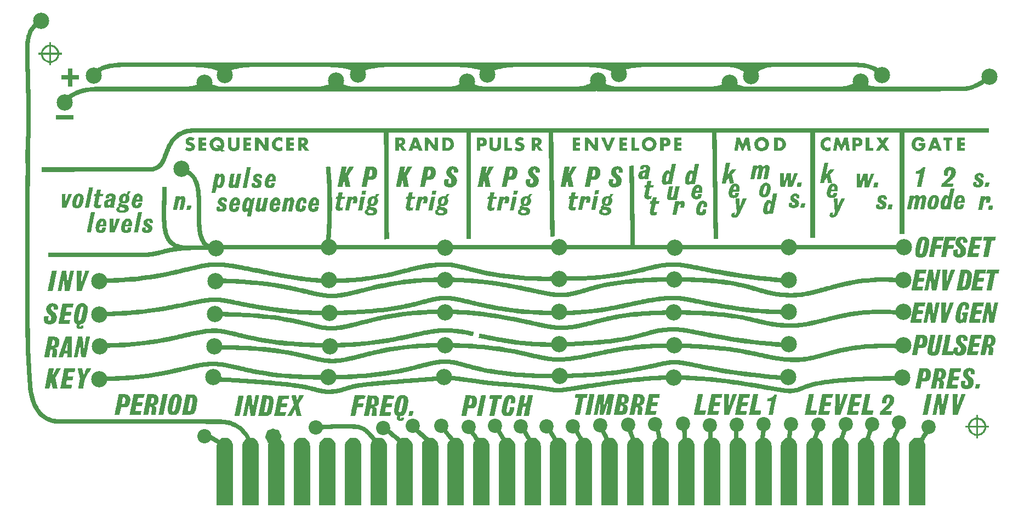
<source format=gtl>
G04 #@! TF.GenerationSoftware,KiCad,Pcbnew,(6.99.0-5233-gf2fcd4b8e1)*
G04 #@! TF.CreationDate,2023-01-05T13:17:00+01:00*
G04 #@! TF.ProjectId,208_PROGRAM_CARD_PROTO_vintage,3230385f-5052-44f4-9752-414d5f434152,1.0*
G04 #@! TF.SameCoordinates,Original*
G04 #@! TF.FileFunction,Copper,L1,Top*
G04 #@! TF.FilePolarity,Positive*
%FSLAX46Y46*%
G04 Gerber Fmt 4.6, Leading zero omitted, Abs format (unit mm)*
G04 Created by KiCad (PCBNEW (6.99.0-5233-gf2fcd4b8e1)) date 2023-01-05 13:17:00*
%MOMM*%
%LPD*%
G01*
G04 APERTURE LIST*
G04 #@! TA.AperFunction,NonConductor*
%ADD10C,0.200000*%
G04 #@! TD*
G04 #@! TA.AperFunction,NonConductor*
%ADD11C,1.263486*%
G04 #@! TD*
G04 #@! TA.AperFunction,ComponentPad*
%ADD12C,2.500000*%
G04 #@! TD*
G04 #@! TA.AperFunction,ComponentPad*
%ADD13C,2.200000*%
G04 #@! TD*
G04 APERTURE END LIST*
D10*
X97990000Y-79320000D02*
X99620000Y-79320000D01*
X99620000Y-79320000D02*
X99620000Y-79990000D01*
X99620000Y-79990000D02*
X97990000Y-79990000D01*
X97990000Y-79990000D02*
X97990000Y-79320000D01*
G36*
X97990000Y-79320000D02*
G01*
X99620000Y-79320000D01*
X99620000Y-79990000D01*
X97990000Y-79990000D01*
X97990000Y-79320000D01*
G37*
D11*
X107048257Y-136630000D02*
G75*
G03*
X107048257Y-136630000I-631743J0D01*
G01*
D10*
X158670000Y-79430000D02*
X160140000Y-79430000D01*
X160140000Y-79430000D02*
X160140000Y-79950000D01*
X160140000Y-79950000D02*
X158670000Y-79950000D01*
X158670000Y-79950000D02*
X158670000Y-79430000D01*
G36*
X158670000Y-79430000D02*
G01*
X160140000Y-79430000D01*
X160140000Y-79950000D01*
X158670000Y-79950000D01*
X158670000Y-79430000D01*
G37*
X179700000Y-79350000D02*
X181170000Y-79350000D01*
X181170000Y-79350000D02*
X181170000Y-79870000D01*
X181170000Y-79870000D02*
X179700000Y-79870000D01*
X179700000Y-79870000D02*
X179700000Y-79350000D01*
G36*
X179700000Y-79350000D02*
G01*
X181170000Y-79350000D01*
X181170000Y-79870000D01*
X179700000Y-79870000D01*
X179700000Y-79350000D01*
G37*
G36*
X75546477Y-87601272D02*
G01*
X72792516Y-87601272D01*
X72792516Y-86933966D01*
X75546477Y-86933966D01*
X75546477Y-87601272D01*
G37*
G36*
X174286594Y-137585676D02*
G01*
X173587512Y-137585676D01*
X173587512Y-134852898D01*
X174286594Y-134852898D01*
X174286594Y-137585676D01*
G37*
G36*
X178279839Y-137236134D02*
G01*
X177580756Y-137236134D01*
X177580756Y-134852898D01*
X178279839Y-134852898D01*
X178279839Y-137236134D01*
G37*
G36*
X142616035Y-92018203D02*
G01*
X143262157Y-92018203D01*
X143262157Y-92473666D01*
X142086427Y-92473666D01*
X142086427Y-90408194D01*
X142616035Y-90408194D01*
X142616035Y-92018203D01*
G37*
G36*
X162264492Y-92018203D02*
G01*
X162910614Y-92018203D01*
X162910614Y-92473666D01*
X161734884Y-92473666D01*
X161734884Y-90408194D01*
X162264492Y-90408194D01*
X162264492Y-92018203D01*
G37*
G36*
X198457904Y-92018203D02*
G01*
X199093433Y-92018203D01*
X199093433Y-92473666D01*
X197917703Y-92473666D01*
X197917703Y-90408194D01*
X198457904Y-90408194D01*
X198457904Y-92018203D01*
G37*
G36*
X211295602Y-90863657D02*
G01*
X210850731Y-90863657D01*
X210850731Y-92473666D01*
X210321123Y-92473666D01*
X210321123Y-90863657D01*
X209876252Y-90863657D01*
X209876252Y-90408194D01*
X211295602Y-90408194D01*
X211295602Y-90863657D01*
G37*
G36*
X75377003Y-80811697D02*
G01*
X76415035Y-80811697D01*
X76415035Y-81479003D01*
X75377003Y-81479003D01*
X75377003Y-82527627D01*
X74699105Y-82527627D01*
X74699105Y-81479003D01*
X73661073Y-81479003D01*
X73661073Y-80811697D01*
X74699105Y-80811697D01*
X74699105Y-79773666D01*
X75377003Y-79773666D01*
X75377003Y-80811697D01*
G37*
G36*
X96063492Y-90863657D02*
G01*
X95427962Y-90863657D01*
X95427962Y-91213199D01*
X96031715Y-91213199D01*
X96031715Y-91668661D01*
X95427962Y-91668661D01*
X95427962Y-92018203D01*
X96063492Y-92018203D01*
X96063492Y-92473666D01*
X94887762Y-92473666D01*
X94887762Y-90408194D01*
X96063492Y-90408194D01*
X96063492Y-90863657D01*
G37*
G36*
X102948396Y-90863657D02*
G01*
X102312866Y-90863657D01*
X102312866Y-91213199D01*
X102916619Y-91213199D01*
X102916619Y-91668661D01*
X102312866Y-91668661D01*
X102312866Y-92018203D01*
X102948396Y-92018203D01*
X102948396Y-92473666D01*
X101772666Y-92473666D01*
X101772666Y-90408194D01*
X102948396Y-90408194D01*
X102948396Y-90863657D01*
G37*
G36*
X109600272Y-90863657D02*
G01*
X108964743Y-90863657D01*
X108964743Y-91213199D01*
X109568496Y-91213199D01*
X109568496Y-91668661D01*
X108964743Y-91668661D01*
X108964743Y-92018203D01*
X109600272Y-92018203D01*
X109600272Y-92473666D01*
X108424542Y-92473666D01*
X108424542Y-90408194D01*
X109600272Y-90408194D01*
X109600272Y-90863657D01*
G37*
G36*
X153811949Y-90863657D02*
G01*
X153176419Y-90863657D01*
X153176419Y-91213199D01*
X153780172Y-91213199D01*
X153780172Y-91668661D01*
X153176419Y-91668661D01*
X153176419Y-92018203D01*
X153811949Y-92018203D01*
X153811949Y-92473666D01*
X152636219Y-92473666D01*
X152636219Y-90408194D01*
X153811949Y-90408194D01*
X153811949Y-90863657D01*
G37*
G36*
X161014618Y-90863657D02*
G01*
X160379088Y-90863657D01*
X160379088Y-91213199D01*
X160982841Y-91213199D01*
X160982841Y-91668661D01*
X160379088Y-91668661D01*
X160379088Y-92018203D01*
X161014618Y-92018203D01*
X161014618Y-92473666D01*
X159838888Y-92473666D01*
X159838888Y-90408194D01*
X161014618Y-90408194D01*
X161014618Y-90863657D01*
G37*
G36*
X169477753Y-90863657D02*
G01*
X168842224Y-90863657D01*
X168842224Y-91213199D01*
X169445977Y-91213199D01*
X169445977Y-91668661D01*
X168842224Y-91668661D01*
X168842224Y-92018203D01*
X169477753Y-92018203D01*
X169477753Y-92473666D01*
X168312616Y-92473666D01*
X168312616Y-90408194D01*
X169477753Y-90408194D01*
X169477753Y-90863657D01*
G37*
G36*
X213212783Y-90863657D02*
G01*
X212577253Y-90863657D01*
X212577253Y-91213199D01*
X213181006Y-91213199D01*
X213181006Y-91668661D01*
X212577253Y-91668661D01*
X212577253Y-92018203D01*
X213212783Y-92018203D01*
X213212783Y-92473666D01*
X212037053Y-92473666D01*
X212037053Y-90408194D01*
X213212783Y-90408194D01*
X213212783Y-90863657D01*
G37*
G36*
X104633606Y-91037733D02*
G01*
X105125085Y-91667272D01*
X105130547Y-90408194D01*
X105670581Y-90408194D01*
X105670581Y-92473666D01*
X105133619Y-92473666D01*
X104642113Y-91842565D01*
X104150606Y-91211465D01*
X104147874Y-91842565D01*
X104145143Y-92473666D01*
X103605110Y-92473666D01*
X103605110Y-90408194D01*
X104142128Y-90408194D01*
X104633606Y-91037733D01*
G37*
G36*
X130849202Y-91037733D02*
G01*
X131340681Y-91667272D01*
X131343412Y-91037733D01*
X131346144Y-90408194D01*
X131886177Y-90408194D01*
X131886177Y-92473666D01*
X131349216Y-92473666D01*
X130857709Y-91842565D01*
X130366202Y-91211465D01*
X130363471Y-91842565D01*
X130360739Y-92473666D01*
X129820706Y-92473666D01*
X129820706Y-90408194D01*
X130357724Y-90408194D01*
X130849202Y-91037733D01*
G37*
G36*
X155550791Y-91036770D02*
G01*
X156041598Y-91665346D01*
X156044330Y-91036770D01*
X156047061Y-90408194D01*
X156587095Y-90408194D01*
X156587095Y-92473666D01*
X156051204Y-92473666D01*
X155559162Y-91841654D01*
X155067120Y-91209643D01*
X155064388Y-91841654D01*
X155061657Y-92473666D01*
X154521623Y-92473666D01*
X154521623Y-90408194D01*
X155059985Y-90408194D01*
X155550791Y-91036770D01*
G37*
G36*
X156683004Y-98895163D02*
G01*
X156623177Y-99194391D01*
X155993451Y-99200003D01*
X155999019Y-99176013D01*
X156002696Y-99159204D01*
X156010040Y-99124837D01*
X156020380Y-99076087D01*
X156033044Y-99016131D01*
X156047358Y-98948145D01*
X156057669Y-98899050D01*
X156072757Y-98827344D01*
X156086701Y-98761443D01*
X156098820Y-98704539D01*
X156108431Y-98659826D01*
X156114854Y-98630499D01*
X156117043Y-98621006D01*
X156123336Y-98595934D01*
X156742830Y-98595934D01*
X156683004Y-98895163D01*
G37*
G36*
X217562246Y-100971066D02*
G01*
X217558511Y-100989913D01*
X217551121Y-101026642D01*
X217540660Y-101078381D01*
X217527708Y-101142257D01*
X217512849Y-101215396D01*
X217496664Y-101294925D01*
X217490320Y-101326063D01*
X217425020Y-101646476D01*
X216793462Y-101646476D01*
X216799302Y-101617348D01*
X216802834Y-101599949D01*
X216810048Y-101564595D01*
X216820370Y-101514083D01*
X216833230Y-101451213D01*
X216848054Y-101378781D01*
X216864270Y-101299585D01*
X216871322Y-101265158D01*
X216937502Y-100942098D01*
X217568872Y-100936482D01*
X217562246Y-100971066D01*
G37*
G36*
X131596810Y-98651543D02*
G01*
X131593281Y-98668038D01*
X131586242Y-98702309D01*
X131576302Y-98751350D01*
X131564066Y-98812157D01*
X131550141Y-98881725D01*
X131535857Y-98953420D01*
X131480578Y-99231464D01*
X131169658Y-99231464D01*
X131076181Y-99231269D01*
X131002071Y-99230635D01*
X130945517Y-99229482D01*
X130904704Y-99227736D01*
X130877818Y-99225317D01*
X130863048Y-99222150D01*
X130858578Y-99218224D01*
X130860646Y-99204748D01*
X130866561Y-99173342D01*
X130875763Y-99126798D01*
X130887693Y-99067906D01*
X130901790Y-98999457D01*
X130917495Y-98924243D01*
X130919155Y-98916347D01*
X130979891Y-98627711D01*
X131602485Y-98627711D01*
X131596810Y-98651543D01*
G37*
G36*
X188029691Y-97391076D02*
G01*
X188025988Y-97409842D01*
X188018604Y-97446505D01*
X188008122Y-97498208D01*
X187995122Y-97562096D01*
X187980184Y-97635313D01*
X187963889Y-97715004D01*
X187957016Y-97748561D01*
X187890828Y-98071622D01*
X187576409Y-98074428D01*
X187497242Y-98074873D01*
X187425378Y-98074773D01*
X187363422Y-98074174D01*
X187313977Y-98073118D01*
X187279646Y-98071649D01*
X187263034Y-98069812D01*
X187261884Y-98069132D01*
X187263898Y-98057184D01*
X187269667Y-98026940D01*
X187278703Y-97980858D01*
X187290519Y-97921397D01*
X187304626Y-97851015D01*
X187320536Y-97772172D01*
X187333381Y-97708855D01*
X187404985Y-97356681D01*
X187720581Y-97356666D01*
X188036178Y-97356651D01*
X188029691Y-97391076D01*
G37*
G36*
X215560608Y-128558507D02*
G01*
X215556911Y-128578686D01*
X215549528Y-128616686D01*
X215539046Y-128669576D01*
X215526049Y-128734427D01*
X215511123Y-128808310D01*
X215494853Y-128888295D01*
X215488652Y-128918641D01*
X215423102Y-129239053D01*
X214790611Y-129239053D01*
X214796128Y-129215221D01*
X214799574Y-129199084D01*
X214806652Y-129164981D01*
X214816787Y-129115711D01*
X214829405Y-129054069D01*
X214843934Y-128982855D01*
X214859800Y-128904865D01*
X214865069Y-128878920D01*
X214881245Y-128799351D01*
X214896272Y-128725662D01*
X214909578Y-128660651D01*
X214920587Y-128607116D01*
X214928726Y-128567852D01*
X214933420Y-128545659D01*
X214934101Y-128542619D01*
X214939708Y-128518786D01*
X215567014Y-128518786D01*
X215560608Y-128558507D01*
G37*
G36*
X216800680Y-97356924D02*
G01*
X216872607Y-97357644D01*
X216934619Y-97358767D01*
X216984118Y-97360228D01*
X217018506Y-97361962D01*
X217035185Y-97363904D01*
X217036361Y-97364596D01*
X217034252Y-97376506D01*
X217028350Y-97406696D01*
X217019153Y-97452701D01*
X217007159Y-97512056D01*
X216992865Y-97582294D01*
X216976770Y-97660952D01*
X216964207Y-97722081D01*
X216892245Y-98071622D01*
X216576519Y-98074430D01*
X216260794Y-98077237D01*
X216266347Y-98047949D01*
X216269775Y-98030591D01*
X216276866Y-97995232D01*
X216287064Y-97944633D01*
X216299812Y-97881554D01*
X216314550Y-97808754D01*
X216330723Y-97728993D01*
X216339109Y-97687679D01*
X216406319Y-97356697D01*
X216721436Y-97356674D01*
X216800680Y-97356924D01*
G37*
G36*
X128048566Y-132726522D02*
G01*
X128045153Y-132742496D01*
X128038094Y-132776530D01*
X128027943Y-132825922D01*
X128015253Y-132887966D01*
X128000578Y-132959961D01*
X127984472Y-133039203D01*
X127975921Y-133081358D01*
X127908821Y-133412361D01*
X127592469Y-133412363D01*
X127502250Y-133412296D01*
X127431030Y-133412007D01*
X127376624Y-133411367D01*
X127336848Y-133410245D01*
X127309516Y-133408512D01*
X127292445Y-133406037D01*
X127283447Y-133402691D01*
X127280340Y-133398345D01*
X127280682Y-133393828D01*
X127283838Y-133379230D01*
X127290653Y-133346492D01*
X127300590Y-133298240D01*
X127313110Y-133237099D01*
X127327676Y-133165693D01*
X127343749Y-133086648D01*
X127353415Y-133039002D01*
X127421582Y-132702712D01*
X128054112Y-132702690D01*
X128048566Y-132726522D01*
G37*
G36*
X143974245Y-98627779D02*
G01*
X144044788Y-98628073D01*
X144098542Y-98628726D01*
X144137707Y-98629869D01*
X144164481Y-98631636D01*
X144181060Y-98634159D01*
X144189644Y-98637570D01*
X144192431Y-98642002D01*
X144191995Y-98646247D01*
X144188701Y-98661223D01*
X144181812Y-98694067D01*
X144171926Y-98741880D01*
X144159639Y-98801764D01*
X144145549Y-98870822D01*
X144130250Y-98946154D01*
X144129855Y-98948105D01*
X144072457Y-99231427D01*
X143758280Y-99231445D01*
X143444103Y-99231464D01*
X143457968Y-99170559D01*
X143464191Y-99142377D01*
X143473894Y-99097389D01*
X143486239Y-99039532D01*
X143500387Y-98972739D01*
X143515501Y-98900945D01*
X143522263Y-98868682D01*
X143572694Y-98627711D01*
X143884716Y-98627711D01*
X143974245Y-98627779D01*
G37*
G36*
X199850956Y-97412260D02*
G01*
X199847509Y-97428397D01*
X199840431Y-97462500D01*
X199830296Y-97511771D01*
X199817678Y-97573412D01*
X199803149Y-97644626D01*
X199787283Y-97722617D01*
X199782014Y-97748561D01*
X199765839Y-97828130D01*
X199750811Y-97901819D01*
X199737505Y-97966830D01*
X199726496Y-98020366D01*
X199718357Y-98059629D01*
X199713663Y-98081822D01*
X199712982Y-98084862D01*
X199707375Y-98108695D01*
X199395108Y-98108695D01*
X199301415Y-98108501D01*
X199227094Y-98107870D01*
X199170333Y-98106724D01*
X199129324Y-98104987D01*
X199102256Y-98102582D01*
X199087318Y-98099433D01*
X199082701Y-98095461D01*
X199082701Y-98095455D01*
X199084720Y-98082235D01*
X199090514Y-98050793D01*
X199099589Y-98003652D01*
X199111450Y-97943340D01*
X199125600Y-97872382D01*
X199141544Y-97793303D01*
X199153334Y-97735321D01*
X199224107Y-97388428D01*
X199856472Y-97388428D01*
X199850956Y-97412260D01*
G37*
G36*
X120483513Y-99551484D02*
G01*
X120524253Y-99552697D01*
X120551247Y-99554660D01*
X120566352Y-99557438D01*
X120571426Y-99561092D01*
X120571292Y-99562309D01*
X120568483Y-99574335D01*
X120561622Y-99605691D01*
X120551008Y-99654978D01*
X120536937Y-99720792D01*
X120519707Y-99801733D01*
X120499615Y-99896399D01*
X120476957Y-100003387D01*
X120452033Y-100121296D01*
X120425138Y-100248725D01*
X120396570Y-100384271D01*
X120366626Y-100526534D01*
X120345506Y-100626981D01*
X120124568Y-101678253D01*
X119506832Y-101678253D01*
X119558731Y-101426689D01*
X119569431Y-101374803D01*
X119583931Y-101304460D01*
X119601758Y-101217953D01*
X119622440Y-101117576D01*
X119645504Y-101005619D01*
X119670479Y-100884378D01*
X119696891Y-100756143D01*
X119724270Y-100623207D01*
X119752142Y-100487864D01*
X119777478Y-100364825D01*
X119944325Y-99554525D01*
X120260232Y-99551717D01*
X120353360Y-99551057D01*
X120427168Y-99550959D01*
X120483513Y-99551484D01*
G37*
G36*
X120611511Y-98629976D02*
G01*
X120673546Y-98630955D01*
X120718972Y-98632612D01*
X120746190Y-98634911D01*
X120753817Y-98637366D01*
X120751775Y-98649989D01*
X120746015Y-98680592D01*
X120737082Y-98726400D01*
X120725523Y-98784644D01*
X120711883Y-98852550D01*
X120696710Y-98927347D01*
X120695560Y-98932988D01*
X120680316Y-99007958D01*
X120666561Y-99076033D01*
X120654840Y-99134487D01*
X120645696Y-99180591D01*
X120639674Y-99211618D01*
X120637317Y-99224841D01*
X120637303Y-99225050D01*
X120627146Y-99226667D01*
X120598411Y-99228135D01*
X120553706Y-99229400D01*
X120495638Y-99230408D01*
X120426814Y-99231106D01*
X120349841Y-99231442D01*
X120323903Y-99231464D01*
X120010504Y-99231464D01*
X120017326Y-99191743D01*
X120021391Y-99170479D01*
X120029182Y-99131862D01*
X120040005Y-99079258D01*
X120053162Y-99016031D01*
X120067960Y-98945548D01*
X120079172Y-98892515D01*
X120134195Y-98633007D01*
X120444006Y-98630199D01*
X120534465Y-98629711D01*
X120611511Y-98629976D01*
G37*
G36*
X131382255Y-99716055D02*
G01*
X131374660Y-99752109D01*
X131363107Y-99807010D01*
X131347991Y-99878875D01*
X131329709Y-99965821D01*
X131308657Y-100065961D01*
X131285231Y-100177414D01*
X131259827Y-100298294D01*
X131232841Y-100426718D01*
X131204668Y-100560801D01*
X131175706Y-100698660D01*
X131158512Y-100780507D01*
X130969955Y-101678132D01*
X130659001Y-101678193D01*
X130566270Y-101678029D01*
X130492899Y-101677447D01*
X130437068Y-101676367D01*
X130396957Y-101674711D01*
X130370746Y-101672402D01*
X130356612Y-101669360D01*
X130352737Y-101665507D01*
X130352864Y-101665013D01*
X130355625Y-101653000D01*
X130362351Y-101621638D01*
X130372751Y-101572331D01*
X130386534Y-101506482D01*
X130403410Y-101425494D01*
X130423085Y-101330771D01*
X130445270Y-101223716D01*
X130469673Y-101105733D01*
X130496003Y-100978225D01*
X130523968Y-100842595D01*
X130553277Y-100700246D01*
X130573785Y-100600530D01*
X130789889Y-99549287D01*
X131103664Y-99549258D01*
X131417440Y-99549229D01*
X131382255Y-99716055D01*
G37*
G36*
X188571847Y-100579316D02*
G01*
X188568319Y-100595404D01*
X188561155Y-100629486D01*
X188550926Y-100678790D01*
X188538203Y-100740548D01*
X188523559Y-100811991D01*
X188507565Y-100890349D01*
X188501344Y-100920913D01*
X188485031Y-101000838D01*
X188469871Y-101074603D01*
X188456429Y-101139498D01*
X188445269Y-101192810D01*
X188436958Y-101231829D01*
X188432061Y-101253842D01*
X188431204Y-101257214D01*
X188428283Y-101262549D01*
X188421532Y-101266755D01*
X188408679Y-101269965D01*
X188387451Y-101272311D01*
X188355576Y-101273928D01*
X188310781Y-101274946D01*
X188250793Y-101275500D01*
X188173339Y-101275722D01*
X188113945Y-101275751D01*
X188019593Y-101275542D01*
X187944707Y-101274870D01*
X187887577Y-101273663D01*
X187846487Y-101271850D01*
X187819726Y-101269361D01*
X187805579Y-101266124D01*
X187802191Y-101262840D01*
X187804240Y-101249703D01*
X187810057Y-101218336D01*
X187819148Y-101171262D01*
X187831016Y-101111002D01*
X187845166Y-101040077D01*
X187861103Y-100961010D01*
X187872946Y-100902707D01*
X187943702Y-100555484D01*
X188577715Y-100555484D01*
X188571847Y-100579316D01*
G37*
G36*
X74312528Y-99324145D02*
G01*
X74310485Y-99387876D01*
X74308220Y-99465095D01*
X74305797Y-99553093D01*
X74303277Y-99649163D01*
X74300723Y-99750596D01*
X74298198Y-99854684D01*
X74295763Y-99958720D01*
X74293481Y-100059994D01*
X74291416Y-100155800D01*
X74289628Y-100243428D01*
X74288182Y-100320172D01*
X74287138Y-100383322D01*
X74286560Y-100430170D01*
X74286474Y-100454097D01*
X74286938Y-100539596D01*
X74517309Y-99845809D01*
X74747681Y-99152023D01*
X75019973Y-99149196D01*
X75093406Y-99148735D01*
X75159327Y-99148901D01*
X75214944Y-99149639D01*
X75257461Y-99150894D01*
X75284084Y-99152613D01*
X75292145Y-99154492D01*
X75288350Y-99165257D01*
X75277333Y-99194457D01*
X75259593Y-99240803D01*
X75235632Y-99303003D01*
X75205951Y-99379766D01*
X75171050Y-99469804D01*
X75131430Y-99571823D01*
X75087592Y-99684535D01*
X75040037Y-99806649D01*
X74989265Y-99936873D01*
X74935777Y-100073918D01*
X74880074Y-100216492D01*
X74880058Y-100216535D01*
X74468090Y-101270455D01*
X73735218Y-101276025D01*
X73735218Y-99146726D01*
X74318576Y-99146726D01*
X74312528Y-99324145D01*
G37*
G36*
X93516213Y-100936886D02*
G01*
X93588471Y-100937126D01*
X93650826Y-100937499D01*
X93700693Y-100937983D01*
X93735487Y-100938558D01*
X93752625Y-100939202D01*
X93753974Y-100939450D01*
X93751817Y-100950070D01*
X93745889Y-100979023D01*
X93736683Y-101023891D01*
X93724698Y-101082257D01*
X93710430Y-101151704D01*
X93694374Y-101229815D01*
X93681661Y-101291639D01*
X93609775Y-101641180D01*
X93295474Y-101643986D01*
X93197090Y-101644597D01*
X93118700Y-101644467D01*
X93059124Y-101643562D01*
X93017182Y-101641848D01*
X92991696Y-101639291D01*
X92981487Y-101635858D01*
X92981173Y-101635014D01*
X92983240Y-101622113D01*
X92989102Y-101591031D01*
X92998249Y-101544328D01*
X93010172Y-101484568D01*
X93024362Y-101414310D01*
X93040309Y-101336117D01*
X93050022Y-101288819D01*
X93066729Y-101207403D01*
X93081974Y-101132607D01*
X93095249Y-101066963D01*
X93106045Y-101013003D01*
X93113854Y-100973259D01*
X93118169Y-100950263D01*
X93118871Y-100945601D01*
X93129032Y-100943397D01*
X93157787Y-100941394D01*
X93202548Y-100939666D01*
X93260727Y-100938283D01*
X93329733Y-100937317D01*
X93406978Y-100936840D01*
X93436636Y-100936802D01*
X93516213Y-100936886D01*
G37*
G36*
X143782626Y-99549302D02*
G01*
X143853039Y-99549612D01*
X143906738Y-99550293D01*
X143945959Y-99551477D01*
X143972935Y-99553298D01*
X143989903Y-99555891D01*
X143999096Y-99559388D01*
X144002752Y-99563924D01*
X144003212Y-99567765D01*
X144001015Y-99580521D01*
X143994730Y-99612587D01*
X143984652Y-99662549D01*
X143971074Y-99728990D01*
X143954289Y-99810495D01*
X143934591Y-99905647D01*
X143912273Y-100013032D01*
X143887629Y-100131233D01*
X143860952Y-100258835D01*
X143832536Y-100394422D01*
X143802675Y-100536578D01*
X143783092Y-100629629D01*
X143563369Y-101672957D01*
X143253116Y-101675766D01*
X143163918Y-101676509D01*
X143093698Y-101676862D01*
X143040254Y-101676709D01*
X143001382Y-101675937D01*
X142974877Y-101674429D01*
X142958536Y-101672072D01*
X142950156Y-101668751D01*
X142947532Y-101664350D01*
X142948124Y-101659878D01*
X142950949Y-101647088D01*
X142957735Y-101614962D01*
X142968191Y-101564917D01*
X142982023Y-101498370D01*
X142998938Y-101416737D01*
X143018644Y-101321436D01*
X143040848Y-101213883D01*
X143065258Y-101095495D01*
X143091579Y-100967689D01*
X143119521Y-100831881D01*
X143148789Y-100689489D01*
X143168153Y-100595204D01*
X143382920Y-99549229D01*
X143693264Y-99549229D01*
X143782626Y-99549302D01*
G37*
G36*
X81742728Y-103047289D02*
G01*
X81742436Y-103069916D01*
X81741655Y-103111604D01*
X81740432Y-103170236D01*
X81738816Y-103243697D01*
X81736854Y-103329869D01*
X81734594Y-103426636D01*
X81732085Y-103531882D01*
X81729375Y-103643491D01*
X81727048Y-103737754D01*
X81724313Y-103850704D01*
X81721874Y-103957223D01*
X81719765Y-104055449D01*
X81718018Y-104143517D01*
X81716667Y-104219566D01*
X81715745Y-104281731D01*
X81715286Y-104328149D01*
X81715322Y-104356958D01*
X81715818Y-104366303D01*
X81719774Y-104357243D01*
X81729817Y-104329671D01*
X81745399Y-104285194D01*
X81765974Y-104225419D01*
X81790997Y-104151954D01*
X81819922Y-104066406D01*
X81852203Y-103970383D01*
X81887292Y-103865491D01*
X81924646Y-103753339D01*
X81950368Y-103675839D01*
X82180633Y-102981088D01*
X82727876Y-102981088D01*
X82708691Y-103031401D01*
X82702222Y-103048120D01*
X82688582Y-103083179D01*
X82668314Y-103135187D01*
X82641959Y-103202755D01*
X82610061Y-103284493D01*
X82573162Y-103379009D01*
X82531806Y-103484915D01*
X82486535Y-103600820D01*
X82437891Y-103725334D01*
X82386418Y-103857067D01*
X82332658Y-103994629D01*
X82293069Y-104095913D01*
X81896633Y-105110113D01*
X81160322Y-105110113D01*
X81160322Y-102981088D01*
X81742891Y-102981088D01*
X81742728Y-103047289D01*
G37*
G36*
X78630492Y-101964328D02*
G01*
X78701661Y-101964573D01*
X78762854Y-101964955D01*
X78811456Y-101965450D01*
X78844850Y-101966037D01*
X78860423Y-101966692D01*
X78861233Y-101966889D01*
X78859085Y-101977384D01*
X78852932Y-102007503D01*
X78843006Y-102056112D01*
X78829537Y-102122079D01*
X78812757Y-102204269D01*
X78792897Y-102301550D01*
X78770189Y-102412790D01*
X78744864Y-102536854D01*
X78717153Y-102672611D01*
X78687287Y-102818926D01*
X78655498Y-102974667D01*
X78622016Y-103138700D01*
X78587075Y-103309893D01*
X78550903Y-103487113D01*
X78540685Y-103537177D01*
X78220727Y-105104817D01*
X77910277Y-105107626D01*
X77821048Y-105108369D01*
X77750798Y-105108722D01*
X77697326Y-105108570D01*
X77658427Y-105107799D01*
X77631899Y-105106293D01*
X77615540Y-105103938D01*
X77607146Y-105100620D01*
X77604514Y-105096224D01*
X77605110Y-105091738D01*
X77607792Y-105079377D01*
X77614452Y-105047409D01*
X77624856Y-104996988D01*
X77638766Y-104929268D01*
X77655949Y-104845404D01*
X77676168Y-104746548D01*
X77699188Y-104633855D01*
X77724773Y-104508479D01*
X77752687Y-104371574D01*
X77782696Y-104224294D01*
X77814563Y-104067793D01*
X77848053Y-103903225D01*
X77882930Y-103731743D01*
X77918958Y-103554503D01*
X77926246Y-103518641D01*
X78242098Y-101964241D01*
X78551961Y-101964241D01*
X78630492Y-101964328D01*
G37*
G36*
X89478095Y-130087819D02*
G01*
X89549738Y-130088012D01*
X89630633Y-130088395D01*
X89714652Y-130088940D01*
X90095098Y-130091722D01*
X89771893Y-131667223D01*
X89448688Y-133242725D01*
X89064008Y-133242807D01*
X88963534Y-133242778D01*
X88882260Y-133242577D01*
X88818202Y-133242108D01*
X88769378Y-133241275D01*
X88733802Y-133239981D01*
X88709491Y-133238130D01*
X88694460Y-133235625D01*
X88686728Y-133232369D01*
X88684308Y-133228266D01*
X88684851Y-133224354D01*
X88687580Y-133212017D01*
X88694323Y-133180080D01*
X88704844Y-133129695D01*
X88718905Y-133062012D01*
X88736269Y-132978186D01*
X88756697Y-132879367D01*
X88779952Y-132766708D01*
X88805797Y-132641361D01*
X88833994Y-132504478D01*
X88864305Y-132357211D01*
X88896492Y-132200713D01*
X88930318Y-132036136D01*
X88965545Y-131864632D01*
X89001935Y-131687352D01*
X89009852Y-131648770D01*
X89046400Y-131470705D01*
X89081799Y-131298353D01*
X89115815Y-131132851D01*
X89148213Y-130975336D01*
X89178759Y-130826945D01*
X89207217Y-130688814D01*
X89233353Y-130562081D01*
X89256933Y-130447881D01*
X89277722Y-130347353D01*
X89295486Y-130261632D01*
X89309989Y-130191856D01*
X89320997Y-130139161D01*
X89328276Y-130104684D01*
X89331591Y-130089561D01*
X89331768Y-130088940D01*
X89342541Y-130088376D01*
X89372110Y-130088000D01*
X89418090Y-130087815D01*
X89478095Y-130087819D01*
G37*
G36*
X186396010Y-96688536D02*
G01*
X186398729Y-97429479D01*
X186637846Y-96691335D01*
X186876963Y-95953190D01*
X187143622Y-95950360D01*
X187222274Y-95949896D01*
X187290139Y-95950231D01*
X187344962Y-95951309D01*
X187384488Y-95953072D01*
X187406460Y-95955461D01*
X187410281Y-95957193D01*
X187406456Y-95968323D01*
X187395374Y-95997628D01*
X187377627Y-96043608D01*
X187353802Y-96104761D01*
X187324490Y-96179585D01*
X187290282Y-96266578D01*
X187251766Y-96364238D01*
X187209533Y-96471065D01*
X187164172Y-96585556D01*
X187116274Y-96706209D01*
X187099209Y-96749139D01*
X187047238Y-96879848D01*
X186995097Y-97011005D01*
X186943679Y-97140361D01*
X186893880Y-97265665D01*
X186846593Y-97384669D01*
X186802711Y-97495122D01*
X186763129Y-97594776D01*
X186728740Y-97681380D01*
X186700438Y-97752684D01*
X186680016Y-97804170D01*
X186571895Y-98076918D01*
X185885010Y-98076918D01*
X185883970Y-97375188D01*
X185882931Y-96673457D01*
X185650506Y-97375188D01*
X185418081Y-98076918D01*
X184722906Y-98076918D01*
X184716151Y-97639992D01*
X184714697Y-97542397D01*
X184713080Y-97427639D01*
X184711351Y-97299740D01*
X184709562Y-97162719D01*
X184707765Y-97020598D01*
X184706010Y-96877396D01*
X184704350Y-96737136D01*
X184702836Y-96603836D01*
X184702523Y-96575480D01*
X184695650Y-95947894D01*
X185249480Y-95947894D01*
X185250302Y-96676105D01*
X185251123Y-97404316D01*
X185491569Y-96678753D01*
X185732014Y-95953190D01*
X186393290Y-95947592D01*
X186396010Y-96688536D01*
G37*
G36*
X78563093Y-98143119D02*
G01*
X78560483Y-98156076D01*
X78553881Y-98188632D01*
X78543524Y-98239628D01*
X78529648Y-98307907D01*
X78512489Y-98392309D01*
X78492281Y-98491675D01*
X78469262Y-98604847D01*
X78443666Y-98730665D01*
X78415729Y-98867972D01*
X78385688Y-99015607D01*
X78353777Y-99172413D01*
X78320233Y-99337230D01*
X78285291Y-99508899D01*
X78249187Y-99686263D01*
X78242045Y-99721351D01*
X77925615Y-101275751D01*
X77616187Y-101275751D01*
X77527064Y-101275681D01*
X77456916Y-101275382D01*
X77403533Y-101274720D01*
X77364705Y-101273560D01*
X77338224Y-101271769D01*
X77321880Y-101269211D01*
X77313464Y-101265753D01*
X77310765Y-101261261D01*
X77311144Y-101257214D01*
X77313727Y-101244861D01*
X77320291Y-101212908D01*
X77330600Y-101162517D01*
X77344418Y-101094849D01*
X77361508Y-101011064D01*
X77381634Y-100912323D01*
X77404559Y-100799788D01*
X77430048Y-100674620D01*
X77457863Y-100537978D01*
X77487768Y-100391025D01*
X77519527Y-100234921D01*
X77552902Y-100070826D01*
X77587659Y-99899903D01*
X77623560Y-99723311D01*
X77627727Y-99702815D01*
X77663766Y-99525546D01*
X77698704Y-99353750D01*
X77732302Y-99188592D01*
X77764324Y-99031240D01*
X77794530Y-98882858D01*
X77822685Y-98744613D01*
X77848550Y-98617672D01*
X77871886Y-98503201D01*
X77892458Y-98402365D01*
X77910026Y-98316332D01*
X77924354Y-98246267D01*
X77935203Y-98193337D01*
X77942336Y-98158708D01*
X77945515Y-98143545D01*
X77945613Y-98143119D01*
X77951301Y-98119287D01*
X78567713Y-98119287D01*
X78563093Y-98143119D01*
G37*
G36*
X155735181Y-130086482D02*
G01*
X155815892Y-130086715D01*
X155879467Y-130087223D01*
X155927926Y-130088107D01*
X155963295Y-130089465D01*
X155987596Y-130091395D01*
X156002852Y-130093996D01*
X156011086Y-130097368D01*
X156014322Y-130101609D01*
X156014703Y-130104962D01*
X156012553Y-130117296D01*
X156006357Y-130149224D01*
X155996349Y-130199597D01*
X155982765Y-130267262D01*
X155965837Y-130351067D01*
X155945802Y-130449862D01*
X155922893Y-130562493D01*
X155897346Y-130687810D01*
X155869394Y-130824662D01*
X155839273Y-130971895D01*
X155807216Y-131128359D01*
X155773459Y-131292901D01*
X155738236Y-131464371D01*
X155701782Y-131641616D01*
X155693770Y-131680546D01*
X155373252Y-133237594D01*
X154989571Y-133240374D01*
X154605891Y-133243155D01*
X154611539Y-133219190D01*
X154614123Y-133206924D01*
X154620680Y-133175314D01*
X154630920Y-133125768D01*
X154644554Y-133059693D01*
X154661293Y-132978499D01*
X154680847Y-132883590D01*
X154702926Y-132776377D01*
X154727242Y-132658265D01*
X154753505Y-132530663D01*
X154781425Y-132394978D01*
X154810713Y-132252618D01*
X154841079Y-132104991D01*
X154872235Y-131953503D01*
X154903891Y-131799563D01*
X154935757Y-131644579D01*
X154967544Y-131489957D01*
X154998962Y-131337105D01*
X155029722Y-131187431D01*
X155059535Y-131042343D01*
X155088111Y-130903248D01*
X155115161Y-130771554D01*
X155140395Y-130648668D01*
X155163524Y-130535998D01*
X155184258Y-130434951D01*
X155202309Y-130346936D01*
X155217386Y-130273359D01*
X155229200Y-130215628D01*
X155237462Y-130175152D01*
X155238812Y-130168515D01*
X155255497Y-130086426D01*
X155635308Y-130086426D01*
X155735181Y-130086482D01*
G37*
G36*
X201832721Y-100788577D02*
G01*
X201904242Y-100788861D01*
X201958920Y-100789490D01*
X201998928Y-100790595D01*
X202026435Y-100792303D01*
X202043614Y-100794743D01*
X202052634Y-100798043D01*
X202055668Y-100802333D01*
X202055103Y-100807048D01*
X202051662Y-100821767D01*
X202044590Y-100854539D01*
X202034452Y-100902653D01*
X202021816Y-100963396D01*
X202007247Y-101034058D01*
X201991311Y-101111926D01*
X201984911Y-101143349D01*
X201968604Y-101223273D01*
X201953456Y-101297038D01*
X201940032Y-101361932D01*
X201928896Y-101415245D01*
X201920612Y-101454263D01*
X201915745Y-101476277D01*
X201914901Y-101479650D01*
X201912017Y-101484984D01*
X201905301Y-101489190D01*
X201892481Y-101492400D01*
X201871285Y-101494746D01*
X201839441Y-101496363D01*
X201794678Y-101497381D01*
X201734724Y-101497935D01*
X201657306Y-101498157D01*
X201597765Y-101498186D01*
X201505748Y-101498027D01*
X201432915Y-101497488D01*
X201377271Y-101496480D01*
X201336817Y-101494910D01*
X201309558Y-101492689D01*
X201293495Y-101489725D01*
X201286631Y-101485927D01*
X201286010Y-101484003D01*
X201288072Y-101470504D01*
X201293920Y-101438840D01*
X201303045Y-101391591D01*
X201314942Y-101331336D01*
X201329101Y-101260655D01*
X201345017Y-101182128D01*
X201354859Y-101133969D01*
X201371513Y-101052587D01*
X201386716Y-100978022D01*
X201399965Y-100912760D01*
X201410757Y-100859291D01*
X201418589Y-100820103D01*
X201422958Y-100797683D01*
X201423708Y-100793315D01*
X201433870Y-100792113D01*
X201462629Y-100791021D01*
X201507400Y-100790078D01*
X201565597Y-100789323D01*
X201634633Y-100788795D01*
X201711923Y-100788533D01*
X201742187Y-100788511D01*
X201832721Y-100788577D01*
G37*
G36*
X183777170Y-92018203D02*
G01*
X183777170Y-90863657D01*
X184306778Y-90863657D01*
X184306778Y-92018203D01*
X184415347Y-92018019D01*
X184471616Y-92016292D01*
X184529691Y-92011833D01*
X184580122Y-92005458D01*
X184597135Y-92002324D01*
X184702088Y-91970240D01*
X184795474Y-91920655D01*
X184865538Y-91865346D01*
X184929860Y-91792960D01*
X184977562Y-91709788D01*
X185009090Y-91614661D01*
X185024893Y-91506410D01*
X185027045Y-91442882D01*
X185019943Y-91330030D01*
X184998050Y-91230771D01*
X184960486Y-91142721D01*
X184906370Y-91063496D01*
X184873458Y-91027088D01*
X184797410Y-90963744D01*
X184708623Y-90916056D01*
X184606437Y-90883792D01*
X184490189Y-90866719D01*
X184407850Y-90863657D01*
X184306778Y-90863657D01*
X183777170Y-90863657D01*
X183777170Y-90406625D01*
X184240577Y-90410926D01*
X184360655Y-90412133D01*
X184461912Y-90413511D01*
X184546707Y-90415329D01*
X184617403Y-90417852D01*
X184676361Y-90421348D01*
X184725943Y-90426083D01*
X184768511Y-90432323D01*
X184806426Y-90440337D01*
X184842049Y-90450389D01*
X184877742Y-90462748D01*
X184915868Y-90477679D01*
X184947603Y-90490778D01*
X185078591Y-90556066D01*
X185195426Y-90635733D01*
X185297732Y-90728060D01*
X185385130Y-90831330D01*
X185457240Y-90943825D01*
X185513685Y-91063828D01*
X185554085Y-91189620D01*
X185578063Y-91319484D01*
X185585240Y-91451703D01*
X185575238Y-91584558D01*
X185547676Y-91716332D01*
X185502179Y-91845307D01*
X185438365Y-91969766D01*
X185355858Y-92087990D01*
X185311105Y-92140266D01*
X185217936Y-92228249D01*
X185108881Y-92306539D01*
X184987942Y-92372732D01*
X184859124Y-92424425D01*
X184815201Y-92437997D01*
X184714576Y-92466769D01*
X183777170Y-92475221D01*
X183777170Y-92018203D01*
G37*
G36*
X132511115Y-92018203D02*
G01*
X132511115Y-90863657D01*
X133040723Y-90863657D01*
X133040723Y-92018203D01*
X133149292Y-92018019D01*
X133205561Y-92016292D01*
X133263636Y-92011833D01*
X133314067Y-92005458D01*
X133331080Y-92002324D01*
X133433082Y-91971350D01*
X133524266Y-91924685D01*
X133602512Y-91863899D01*
X133665702Y-91790560D01*
X133702403Y-91727289D01*
X133729323Y-91663483D01*
X133747075Y-91602151D01*
X133757105Y-91536132D01*
X133760861Y-91458263D01*
X133760990Y-91437338D01*
X133753570Y-91324721D01*
X133730778Y-91225336D01*
X133691811Y-91137037D01*
X133635866Y-91057678D01*
X133607552Y-91026940D01*
X133532663Y-90964380D01*
X133446375Y-90917251D01*
X133347440Y-90885118D01*
X133234611Y-90867545D01*
X133140416Y-90863657D01*
X133040723Y-90863657D01*
X132511115Y-90863657D01*
X132511115Y-90406625D01*
X132974522Y-90410926D01*
X133087066Y-90412030D01*
X133180642Y-90413133D01*
X133257468Y-90414342D01*
X133319759Y-90415765D01*
X133369732Y-90417509D01*
X133409604Y-90419681D01*
X133441591Y-90422387D01*
X133467910Y-90425736D01*
X133490776Y-90429834D01*
X133512408Y-90434788D01*
X133522666Y-90437413D01*
X133667566Y-90485508D01*
X133800756Y-90550249D01*
X133921189Y-90630452D01*
X134027819Y-90724931D01*
X134119597Y-90832502D01*
X134195475Y-90951980D01*
X134254408Y-91082181D01*
X134295346Y-91221919D01*
X134313574Y-91331944D01*
X134319556Y-91476179D01*
X134304969Y-91618103D01*
X134270420Y-91756009D01*
X134216518Y-91888193D01*
X134143869Y-92012949D01*
X134053081Y-92128571D01*
X134016006Y-92167698D01*
X133912047Y-92259504D01*
X133798391Y-92334940D01*
X133672321Y-92395572D01*
X133545965Y-92438788D01*
X133448521Y-92466769D01*
X132511115Y-92475221D01*
X132511115Y-92018203D01*
G37*
G36*
X72691355Y-110988817D02*
G01*
X72772279Y-110989048D01*
X72836059Y-110989554D01*
X72884711Y-110990433D01*
X72920257Y-110991783D01*
X72944715Y-110993701D01*
X72960104Y-110996288D01*
X72968444Y-110999640D01*
X72971754Y-111003856D01*
X72972162Y-111007298D01*
X72970012Y-111019631D01*
X72963818Y-111051560D01*
X72953814Y-111101934D01*
X72940233Y-111169600D01*
X72923312Y-111253406D01*
X72903283Y-111352202D01*
X72880383Y-111464835D01*
X72854844Y-111590154D01*
X72826903Y-111727007D01*
X72796792Y-111874242D01*
X72764748Y-112030708D01*
X72731003Y-112195253D01*
X72695793Y-112366724D01*
X72659353Y-112543972D01*
X72651347Y-112582882D01*
X72330954Y-114139929D01*
X71947154Y-114142710D01*
X71563355Y-114145490D01*
X71569022Y-114121525D01*
X71572232Y-114106603D01*
X71579345Y-114072595D01*
X71590079Y-114020887D01*
X71604148Y-113952864D01*
X71621268Y-113869912D01*
X71641156Y-113773416D01*
X71663527Y-113664763D01*
X71688097Y-113545338D01*
X71714582Y-113416526D01*
X71742697Y-113279713D01*
X71772159Y-113136285D01*
X71802683Y-112987627D01*
X71833985Y-112835126D01*
X71865780Y-112680166D01*
X71897786Y-112524133D01*
X71929716Y-112368414D01*
X71961288Y-112214393D01*
X71992217Y-112063457D01*
X72022219Y-111916990D01*
X72051010Y-111776379D01*
X72078305Y-111643009D01*
X72103820Y-111518267D01*
X72127272Y-111403536D01*
X72148375Y-111300204D01*
X72166846Y-111209655D01*
X72182401Y-111133276D01*
X72194755Y-111072453D01*
X72203624Y-111028569D01*
X72208724Y-111003012D01*
X72209905Y-110996706D01*
X72220113Y-110994883D01*
X72249142Y-110993207D01*
X72294626Y-110991728D01*
X72354204Y-110990494D01*
X72425510Y-110989556D01*
X72506182Y-110988962D01*
X72591265Y-110988761D01*
X72691355Y-110988817D01*
G37*
G36*
X141744233Y-130290325D02*
G01*
X141740674Y-130306866D01*
X141733515Y-130341129D01*
X141723384Y-130390080D01*
X141710906Y-130450682D01*
X141696708Y-130519901D01*
X141683009Y-130586906D01*
X141627326Y-130859654D01*
X141082642Y-130859654D01*
X141078052Y-130883486D01*
X141075358Y-130896730D01*
X141068644Y-130929423D01*
X141058176Y-130980270D01*
X141044224Y-131047974D01*
X141027053Y-131131240D01*
X141006931Y-131228771D01*
X140984127Y-131339272D01*
X140958906Y-131461446D01*
X140931538Y-131593998D01*
X140902289Y-131735630D01*
X140871426Y-131885048D01*
X140839218Y-132040954D01*
X140814661Y-132159805D01*
X140555860Y-133412292D01*
X140171181Y-133412328D01*
X140070709Y-133412286D01*
X139989439Y-133412076D01*
X139925387Y-133411600D01*
X139876570Y-133410762D01*
X139841006Y-133409465D01*
X139816711Y-133407611D01*
X139801702Y-133405105D01*
X139793997Y-133401850D01*
X139791612Y-133397748D01*
X139792191Y-133393828D01*
X139795025Y-133381253D01*
X139801862Y-133349227D01*
X139812432Y-133299051D01*
X139826465Y-133232024D01*
X139843692Y-133149445D01*
X139863842Y-133052612D01*
X139886646Y-132942826D01*
X139911833Y-132821385D01*
X139939134Y-132689588D01*
X139968278Y-132548735D01*
X139998997Y-132400124D01*
X140031019Y-132245056D01*
X140052427Y-132141305D01*
X140085166Y-131982617D01*
X140116772Y-131829464D01*
X140146975Y-131683152D01*
X140175505Y-131544987D01*
X140202093Y-131416276D01*
X140226468Y-131298325D01*
X140248359Y-131192441D01*
X140267497Y-131099931D01*
X140283612Y-131022099D01*
X140296434Y-130960254D01*
X140305693Y-130915702D01*
X140311118Y-130889748D01*
X140312456Y-130883486D01*
X140317940Y-130859654D01*
X139770044Y-130859654D01*
X139829111Y-130563073D01*
X139888177Y-130266493D01*
X141749775Y-130266493D01*
X141744233Y-130290325D01*
G37*
G36*
X157880213Y-91032623D02*
G01*
X157923524Y-91141307D01*
X157964636Y-91243756D01*
X158002876Y-91338340D01*
X158037569Y-91423426D01*
X158068043Y-91497384D01*
X158093624Y-91558581D01*
X158113639Y-91605387D01*
X158127414Y-91636170D01*
X158134277Y-91649297D01*
X158134847Y-91649617D01*
X158139823Y-91638704D01*
X158151892Y-91609792D01*
X158170369Y-91564586D01*
X158194568Y-91504790D01*
X158223804Y-91432110D01*
X158257392Y-91348251D01*
X158294644Y-91254918D01*
X158334876Y-91153816D01*
X158377403Y-91046649D01*
X158382759Y-91033132D01*
X158425532Y-90925312D01*
X158466106Y-90823329D01*
X158503794Y-90728889D01*
X158537909Y-90643701D01*
X158567764Y-90569471D01*
X158592673Y-90507907D01*
X158611948Y-90460717D01*
X158624901Y-90429609D01*
X158630847Y-90416289D01*
X158631060Y-90415965D01*
X158643102Y-90413926D01*
X158673515Y-90412281D01*
X158719489Y-90411079D01*
X158778215Y-90410371D01*
X158846881Y-90410208D01*
X158922677Y-90410639D01*
X158925690Y-90410669D01*
X159213295Y-90413490D01*
X158774471Y-91440930D01*
X158335646Y-92468369D01*
X158126029Y-92471093D01*
X157916411Y-92473817D01*
X157490663Y-91459542D01*
X157432154Y-91320137D01*
X157375890Y-91186045D01*
X157322421Y-91058583D01*
X157272297Y-90939063D01*
X157226071Y-90828801D01*
X157184292Y-90729110D01*
X157147511Y-90641306D01*
X157116279Y-90566703D01*
X157091148Y-90506615D01*
X157072666Y-90462356D01*
X157061386Y-90435242D01*
X157057900Y-90426731D01*
X157056966Y-90421243D01*
X157060315Y-90416957D01*
X157070203Y-90413724D01*
X157088885Y-90411398D01*
X157118617Y-90409831D01*
X157161654Y-90408875D01*
X157220253Y-90408384D01*
X157296670Y-90408209D01*
X157341548Y-90408194D01*
X157632214Y-90408194D01*
X157880213Y-91032623D01*
G37*
G36*
X207836722Y-130086481D02*
G01*
X207917643Y-130086713D01*
X207981416Y-130087218D01*
X208030060Y-130088096D01*
X208065593Y-130089444D01*
X208090035Y-130091362D01*
X208105402Y-130093947D01*
X208113714Y-130097297D01*
X208116989Y-130101512D01*
X208117367Y-130104962D01*
X208115197Y-130117296D01*
X208108981Y-130149224D01*
X208098952Y-130199596D01*
X208085346Y-130267261D01*
X208068398Y-130351066D01*
X208048342Y-130449860D01*
X208025413Y-130562491D01*
X207999846Y-130687807D01*
X207971875Y-130824657D01*
X207941736Y-130971890D01*
X207909663Y-131128353D01*
X207875891Y-131292894D01*
X207840655Y-131464363D01*
X207804189Y-131641608D01*
X207796172Y-131680546D01*
X207475564Y-133237594D01*
X207091199Y-133240375D01*
X206706833Y-133243157D01*
X206712879Y-133219068D01*
X206715726Y-133205876D01*
X206722509Y-133173483D01*
X206732942Y-133123272D01*
X206746741Y-133056630D01*
X206763622Y-132974939D01*
X206783300Y-132879585D01*
X206805490Y-132771951D01*
X206829909Y-132653424D01*
X206856273Y-132525386D01*
X206884295Y-132389223D01*
X206913693Y-132246320D01*
X206944182Y-132098059D01*
X206975477Y-131945827D01*
X207007294Y-131791008D01*
X207039348Y-131634985D01*
X207071356Y-131479145D01*
X207103032Y-131324870D01*
X207134093Y-131173546D01*
X207164253Y-131026557D01*
X207193229Y-130885288D01*
X207220737Y-130751123D01*
X207246490Y-130625447D01*
X207270207Y-130509644D01*
X207291601Y-130405098D01*
X207310388Y-130313195D01*
X207326285Y-130235318D01*
X207339006Y-130172853D01*
X207348267Y-130127183D01*
X207353785Y-130099694D01*
X207355318Y-130091652D01*
X207365516Y-130090453D01*
X207394535Y-130089351D01*
X207440012Y-130088378D01*
X207499582Y-130087566D01*
X207570882Y-130086949D01*
X207651549Y-130086558D01*
X207736636Y-130086426D01*
X207836722Y-130086481D01*
G37*
G36*
X181287551Y-130126147D02*
G01*
X181282603Y-130149287D01*
X181273950Y-130190679D01*
X181261909Y-130248769D01*
X181246798Y-130322002D01*
X181228934Y-130408821D01*
X181208634Y-130507672D01*
X181186215Y-130617000D01*
X181161995Y-130735249D01*
X181136290Y-130860864D01*
X181109419Y-130992291D01*
X181081698Y-131127973D01*
X181053444Y-131266356D01*
X181024974Y-131405884D01*
X180996607Y-131545003D01*
X180968658Y-131682156D01*
X180941446Y-131815789D01*
X180915287Y-131944347D01*
X180890499Y-132066275D01*
X180867398Y-132180016D01*
X180846303Y-132284017D01*
X180827530Y-132376721D01*
X180811397Y-132456574D01*
X180798220Y-132522021D01*
X180788317Y-132571505D01*
X180782006Y-132603473D01*
X180779602Y-132616369D01*
X180779588Y-132616531D01*
X180785937Y-132619574D01*
X180805722Y-132622121D01*
X180840053Y-132624201D01*
X180890037Y-132625841D01*
X180956784Y-132627068D01*
X181041403Y-132627909D01*
X181145001Y-132628392D01*
X181266828Y-132628545D01*
X181366135Y-132628712D01*
X181458637Y-132629190D01*
X181542243Y-132629945D01*
X181614864Y-132630944D01*
X181674411Y-132632152D01*
X181718793Y-132633534D01*
X181745921Y-132635057D01*
X181753862Y-132636489D01*
X181751733Y-132648525D01*
X181745819Y-132678609D01*
X181736667Y-132724052D01*
X181724822Y-132782165D01*
X181710829Y-132850259D01*
X181695236Y-132925645D01*
X181692045Y-132941013D01*
X181630433Y-133237594D01*
X179882349Y-133243012D01*
X179942725Y-132949018D01*
X179952708Y-132900400D01*
X179966609Y-132832690D01*
X179984087Y-132747546D01*
X180004802Y-132646629D01*
X180028413Y-132531598D01*
X180054580Y-132404112D01*
X180082962Y-132265830D01*
X180113218Y-132118413D01*
X180145008Y-131963519D01*
X180177991Y-131802809D01*
X180211826Y-131637941D01*
X180246174Y-131470574D01*
X180266665Y-131370726D01*
X180530229Y-130086426D01*
X181296352Y-130086426D01*
X181287551Y-130126147D01*
G37*
G36*
X107397298Y-90363964D02*
G01*
X107478857Y-90376020D01*
X107564557Y-90393828D01*
X107646583Y-90415495D01*
X107717122Y-90439130D01*
X107731504Y-90444897D01*
X107767829Y-90460074D01*
X107767829Y-91091953D01*
X107706293Y-91033414D01*
X107624410Y-90968814D01*
X107534421Y-90921280D01*
X107438953Y-90890591D01*
X107340631Y-90876525D01*
X107242083Y-90878859D01*
X107145936Y-90897373D01*
X107054816Y-90931843D01*
X106971351Y-90982049D01*
X106898166Y-91047768D01*
X106852673Y-91105515D01*
X106805456Y-91187922D01*
X106774314Y-91273467D01*
X106757316Y-91368190D01*
X106753813Y-91414450D01*
X106756084Y-91523590D01*
X106774945Y-91623418D01*
X106811338Y-91718900D01*
X106811698Y-91719649D01*
X106844241Y-91772559D01*
X106890285Y-91828129D01*
X106943959Y-91880487D01*
X106999392Y-91923762D01*
X107038824Y-91946836D01*
X107141739Y-91985100D01*
X107248295Y-92003970D01*
X107355613Y-92003863D01*
X107460815Y-91985194D01*
X107561022Y-91948379D01*
X107653355Y-91893834D01*
X107706340Y-91850413D01*
X107767829Y-91793485D01*
X107767829Y-92429570D01*
X107701628Y-92451367D01*
X107566278Y-92488984D01*
X107431126Y-92513269D01*
X107300280Y-92523817D01*
X107177846Y-92520221D01*
X107105819Y-92510312D01*
X106960421Y-92473619D01*
X106822508Y-92420035D01*
X106693965Y-92350993D01*
X106576675Y-92267924D01*
X106472520Y-92172260D01*
X106383385Y-92065431D01*
X106311151Y-91948870D01*
X106279869Y-91882462D01*
X106231923Y-91742551D01*
X106203489Y-91598891D01*
X106194151Y-91453676D01*
X106203496Y-91309103D01*
X106231111Y-91167367D01*
X106276581Y-91030661D01*
X106339492Y-90901183D01*
X106419431Y-90781125D01*
X106506157Y-90682379D01*
X106618110Y-90584782D01*
X106741499Y-90503458D01*
X106873942Y-90439257D01*
X107013060Y-90393031D01*
X107156470Y-90365630D01*
X107301793Y-90357904D01*
X107397298Y-90363964D01*
G37*
G36*
X125276669Y-91343440D02*
G01*
X125276669Y-90821289D01*
X125806277Y-90821289D01*
X125806277Y-91343440D01*
X125900959Y-91337306D01*
X125954095Y-91332132D01*
X126008773Y-91324006D01*
X126054639Y-91314518D01*
X126061638Y-91312654D01*
X126130378Y-91284207D01*
X126182779Y-91242441D01*
X126218324Y-91188124D01*
X126236495Y-91122023D01*
X126237442Y-91051664D01*
X126222068Y-90981855D01*
X126189634Y-90924578D01*
X126140181Y-90879858D01*
X126073745Y-90847722D01*
X125990368Y-90828194D01*
X125890087Y-90821301D01*
X125885197Y-90821289D01*
X125806277Y-90821289D01*
X125276669Y-90821289D01*
X125276669Y-90406693D01*
X125766557Y-90411004D01*
X125889268Y-90412139D01*
X125992979Y-90413373D01*
X126079875Y-90414955D01*
X126152139Y-90417135D01*
X126211957Y-90420163D01*
X126261511Y-90424288D01*
X126302986Y-90429762D01*
X126338567Y-90436832D01*
X126370437Y-90445750D01*
X126400781Y-90456765D01*
X126431782Y-90470127D01*
X126465625Y-90486086D01*
X126478879Y-90492493D01*
X126571729Y-90548745D01*
X126649814Y-90619994D01*
X126712220Y-90705208D01*
X126758034Y-90803355D01*
X126760601Y-90810696D01*
X126775217Y-90869056D01*
X126785211Y-90941085D01*
X126790306Y-91019720D01*
X126790223Y-91097896D01*
X126784683Y-91168550D01*
X126776465Y-91213619D01*
X126741486Y-91315038D01*
X126691239Y-91406045D01*
X126627655Y-91484556D01*
X126552664Y-91548484D01*
X126468198Y-91595747D01*
X126401456Y-91618580D01*
X126347433Y-91632405D01*
X126586866Y-91944466D01*
X126645494Y-92020858D01*
X126703753Y-92096732D01*
X126759483Y-92169278D01*
X126810526Y-92235688D01*
X126854722Y-92293154D01*
X126889914Y-92338865D01*
X126910143Y-92365096D01*
X126993988Y-92473666D01*
X126327823Y-92473666D01*
X126069698Y-92074312D01*
X125811573Y-91674959D01*
X125808798Y-92074312D01*
X125806023Y-92473666D01*
X125276669Y-92473666D01*
X125276669Y-91343440D01*
G37*
G36*
X156321758Y-99517718D02*
G01*
X156393348Y-99518471D01*
X156455009Y-99519642D01*
X156504130Y-99521162D01*
X156538100Y-99522964D01*
X156554308Y-99524979D01*
X156555318Y-99525638D01*
X156553196Y-99536610D01*
X156547067Y-99566621D01*
X156537284Y-99613980D01*
X156524203Y-99676996D01*
X156508179Y-99753978D01*
X156489565Y-99843234D01*
X156468717Y-99943074D01*
X156445989Y-100051806D01*
X156421735Y-100167740D01*
X156396311Y-100289183D01*
X156370071Y-100414445D01*
X156343369Y-100541835D01*
X156316560Y-100669661D01*
X156289999Y-100796233D01*
X156264040Y-100919858D01*
X156239038Y-101038847D01*
X156215347Y-101151508D01*
X156193323Y-101256150D01*
X156173319Y-101351081D01*
X156155690Y-101434611D01*
X156140791Y-101505048D01*
X156128977Y-101560701D01*
X156120602Y-101599880D01*
X156116020Y-101620892D01*
X156115619Y-101622644D01*
X156110044Y-101646476D01*
X155803073Y-101646476D01*
X155724892Y-101646213D01*
X155654056Y-101645471D01*
X155593196Y-101644316D01*
X155544948Y-101642818D01*
X155511945Y-101641044D01*
X155496820Y-101639062D01*
X155496140Y-101638532D01*
X155498240Y-101627270D01*
X155504340Y-101596654D01*
X155514154Y-101548076D01*
X155527397Y-101482928D01*
X155543786Y-101402603D01*
X155563033Y-101308493D01*
X155584856Y-101201990D01*
X155608968Y-101084487D01*
X155635084Y-100957376D01*
X155662921Y-100822049D01*
X155692192Y-100679898D01*
X155713280Y-100577580D01*
X155743369Y-100431605D01*
X155772222Y-100291558D01*
X155799555Y-100158824D01*
X155825083Y-100034789D01*
X155848521Y-99920836D01*
X155869586Y-99818350D01*
X155887992Y-99728716D01*
X155903456Y-99653319D01*
X155915692Y-99593543D01*
X155924415Y-99550773D01*
X155929343Y-99526394D01*
X155930381Y-99521012D01*
X155940538Y-99520113D01*
X155969268Y-99519297D01*
X156013961Y-99518595D01*
X156072005Y-99518035D01*
X156140790Y-99517648D01*
X156217705Y-99517464D01*
X156242849Y-99517452D01*
X156321758Y-99517718D01*
G37*
G36*
X196342120Y-90410717D02*
G01*
X196458761Y-90411689D01*
X196556320Y-90412643D01*
X196636896Y-90413677D01*
X196702590Y-90414889D01*
X196755504Y-90416375D01*
X196797739Y-90418234D01*
X196831394Y-90420564D01*
X196858570Y-90423462D01*
X196881370Y-90427026D01*
X196901893Y-90431353D01*
X196922240Y-90436541D01*
X196927336Y-90437927D01*
X197044210Y-90478466D01*
X197144265Y-90531678D01*
X197228011Y-90598049D01*
X197295959Y-90678067D01*
X197348619Y-90772221D01*
X197384900Y-90875015D01*
X197394608Y-90926424D01*
X197400911Y-90992694D01*
X197403810Y-91067776D01*
X197403309Y-91145623D01*
X197399410Y-91220186D01*
X197392115Y-91285418D01*
X197384725Y-91323352D01*
X197347743Y-91433470D01*
X197295382Y-91529032D01*
X197227585Y-91610097D01*
X197144297Y-91676721D01*
X197045461Y-91728964D01*
X196959113Y-91759315D01*
X196932909Y-91765557D01*
X196900639Y-91770539D01*
X196859395Y-91774465D01*
X196806268Y-91777542D01*
X196738351Y-91779975D01*
X196652734Y-91781969D01*
X196633404Y-91782330D01*
X196371248Y-91787072D01*
X196371248Y-92473666D01*
X195841640Y-92473666D01*
X195841640Y-90839805D01*
X196371248Y-90839805D01*
X196371248Y-91364756D01*
X196511594Y-91358070D01*
X196567739Y-91354710D01*
X196619585Y-91350367D01*
X196661690Y-91345579D01*
X196688610Y-91340882D01*
X196690259Y-91340438D01*
X196744676Y-91317171D01*
X196790914Y-91282804D01*
X196818707Y-91248378D01*
X196838816Y-91197623D01*
X196849001Y-91135963D01*
X196849393Y-91070295D01*
X196840121Y-91007519D01*
X196821315Y-90954535D01*
X196812899Y-90940165D01*
X196788426Y-90914241D01*
X196752502Y-90888331D01*
X196732360Y-90877200D01*
X196707632Y-90865831D01*
X196684132Y-90857768D01*
X196657199Y-90852281D01*
X196622175Y-90848638D01*
X196574401Y-90846109D01*
X196523165Y-90844375D01*
X196371248Y-90839805D01*
X195841640Y-90839805D01*
X195841640Y-90406719D01*
X196342120Y-90410717D01*
G37*
G36*
X133903984Y-136364529D02*
G01*
X134033404Y-136523397D01*
X134159196Y-136677910D01*
X134280711Y-136827264D01*
X134397298Y-136970654D01*
X134508305Y-137107278D01*
X134613083Y-137236333D01*
X134710979Y-137357014D01*
X134801345Y-137468519D01*
X134883527Y-137570044D01*
X134956877Y-137660786D01*
X135020744Y-137739940D01*
X135074475Y-137806705D01*
X135117422Y-137860275D01*
X135148932Y-137899849D01*
X135168356Y-137924622D01*
X135175043Y-137933792D01*
X135175043Y-137933799D01*
X135167204Y-137942050D01*
X135145269Y-137961662D01*
X135111616Y-137990672D01*
X135068619Y-138027118D01*
X135018655Y-138069040D01*
X134964099Y-138114474D01*
X134907327Y-138161459D01*
X134850715Y-138208033D01*
X134796639Y-138252233D01*
X134747474Y-138292098D01*
X134705596Y-138325666D01*
X134673381Y-138350975D01*
X134653204Y-138366063D01*
X134647458Y-138369495D01*
X134640388Y-138361415D01*
X134620595Y-138337705D01*
X134588734Y-138299164D01*
X134545455Y-138246591D01*
X134491414Y-138180784D01*
X134427262Y-138102541D01*
X134353653Y-138012661D01*
X134271240Y-137911943D01*
X134180676Y-137801184D01*
X134082614Y-137681184D01*
X133977707Y-137552740D01*
X133866608Y-137416652D01*
X133749971Y-137273717D01*
X133628448Y-137124734D01*
X133502692Y-136970501D01*
X133373358Y-136811817D01*
X133373006Y-136811386D01*
X133243664Y-136652620D01*
X133117948Y-136498223D01*
X132996511Y-136348999D01*
X132880002Y-136205749D01*
X132769074Y-136069277D01*
X132664376Y-135940387D01*
X132566560Y-135819881D01*
X132476277Y-135708562D01*
X132394178Y-135607234D01*
X132320914Y-135516699D01*
X132257135Y-135437761D01*
X132203494Y-135371221D01*
X132160640Y-135317885D01*
X132129226Y-135278554D01*
X132109901Y-135254032D01*
X132103316Y-135245122D01*
X132111226Y-135236691D01*
X132133659Y-135216579D01*
X132168672Y-135186433D01*
X132214320Y-135147898D01*
X132268661Y-135102622D01*
X132329750Y-135052249D01*
X132368120Y-135020847D01*
X132632924Y-134804727D01*
X133903984Y-136364529D01*
G37*
G36*
X157232536Y-134720472D02*
G01*
X157245819Y-134747724D01*
X157266882Y-134791706D01*
X157295148Y-134851181D01*
X157330037Y-134924909D01*
X157370970Y-135011653D01*
X157417369Y-135110175D01*
X157468656Y-135219237D01*
X157524251Y-135337600D01*
X157583575Y-135464027D01*
X157646051Y-135597279D01*
X157711099Y-135736118D01*
X157778141Y-135879306D01*
X157846598Y-136025606D01*
X157915891Y-136173778D01*
X157985441Y-136322585D01*
X158054671Y-136470789D01*
X158123001Y-136617151D01*
X158189852Y-136760434D01*
X158254646Y-136899400D01*
X158316804Y-137032809D01*
X158375748Y-137159425D01*
X158430898Y-137278008D01*
X158481677Y-137387322D01*
X158527504Y-137486127D01*
X158567803Y-137573186D01*
X158601993Y-137647261D01*
X158629497Y-137707113D01*
X158649735Y-137751505D01*
X158662129Y-137779198D01*
X158666095Y-137788802D01*
X158657425Y-137795424D01*
X158632052Y-137809695D01*
X158592507Y-137830381D01*
X158541319Y-137856249D01*
X158481019Y-137886066D01*
X158414136Y-137918598D01*
X158343201Y-137952613D01*
X158270743Y-137986877D01*
X158199292Y-138020157D01*
X158131379Y-138051220D01*
X158085885Y-138071612D01*
X158043517Y-138090405D01*
X157328546Y-136556206D01*
X157249217Y-136385935D01*
X157172322Y-136220803D01*
X157098340Y-136061838D01*
X157027745Y-135910068D01*
X156961016Y-135766520D01*
X156898630Y-135632224D01*
X156841062Y-135508207D01*
X156788790Y-135395497D01*
X156742292Y-135295123D01*
X156702043Y-135208112D01*
X156668520Y-135135492D01*
X156642201Y-135078292D01*
X156623563Y-135037540D01*
X156613082Y-135014264D01*
X156610858Y-135008949D01*
X156619499Y-135001064D01*
X156645898Y-134985473D01*
X156688424Y-134963007D01*
X156745447Y-134934495D01*
X156815335Y-134900768D01*
X156896459Y-134862656D01*
X156914750Y-134854182D01*
X156989675Y-134819602D01*
X157058362Y-134787994D01*
X157118471Y-134760427D01*
X157167662Y-134737971D01*
X157203595Y-134721697D01*
X157223928Y-134712673D01*
X157227612Y-134711188D01*
X157232536Y-134720472D01*
G37*
G36*
X166173000Y-91361489D02*
G01*
X166173000Y-90842473D01*
X166702608Y-90842473D01*
X166702608Y-91361489D01*
X166789993Y-91361162D01*
X166845068Y-91359585D01*
X166904975Y-91355771D01*
X166955997Y-91350631D01*
X167028519Y-91336877D01*
X167083925Y-91315799D01*
X167125530Y-91285668D01*
X167155572Y-91246606D01*
X167169824Y-91220018D01*
X167178481Y-91195299D01*
X167182888Y-91165724D01*
X167184388Y-91124564D01*
X167184475Y-91101981D01*
X167183400Y-91050990D01*
X167179531Y-91014541D01*
X167171756Y-90986061D01*
X167160882Y-90962527D01*
X167131984Y-90921143D01*
X167093328Y-90889408D01*
X167042660Y-90866510D01*
X166977727Y-90851637D01*
X166896274Y-90843977D01*
X166827488Y-90842473D01*
X166702608Y-90842473D01*
X166173000Y-90842473D01*
X166173000Y-90406719D01*
X166673479Y-90410917D01*
X166790342Y-90411942D01*
X166888134Y-90412950D01*
X166968968Y-90414038D01*
X167034957Y-90415304D01*
X167088214Y-90416844D01*
X167130852Y-90418756D01*
X167164985Y-90421136D01*
X167192724Y-90424083D01*
X167216184Y-90427693D01*
X167237477Y-90432064D01*
X167258717Y-90437292D01*
X167261242Y-90437950D01*
X167377447Y-90477539D01*
X167478043Y-90531349D01*
X167562894Y-90599246D01*
X167631865Y-90681093D01*
X167684821Y-90776756D01*
X167721627Y-90886098D01*
X167725680Y-90903373D01*
X167733849Y-90958141D01*
X167738224Y-91027225D01*
X167738962Y-91104238D01*
X167736219Y-91182794D01*
X167730152Y-91256507D01*
X167720918Y-91318990D01*
X167714831Y-91345235D01*
X167676037Y-91450812D01*
X167622203Y-91542907D01*
X167554265Y-91620332D01*
X167473157Y-91681898D01*
X167432063Y-91704381D01*
X167387150Y-91725583D01*
X167346854Y-91742329D01*
X167307703Y-91755200D01*
X167266226Y-91764775D01*
X167218952Y-91771636D01*
X167162408Y-91776364D01*
X167093125Y-91779537D01*
X167007631Y-91781739D01*
X166964763Y-91782535D01*
X166702608Y-91787072D01*
X166702608Y-92473666D01*
X166173000Y-92473666D01*
X166173000Y-91361489D01*
G37*
G36*
X217738709Y-110861747D02*
G01*
X217870801Y-110862012D01*
X217995157Y-110862439D01*
X218110265Y-110863012D01*
X218214610Y-110863719D01*
X218306679Y-110864547D01*
X218384959Y-110865481D01*
X218447935Y-110866510D01*
X218494094Y-110867618D01*
X218521923Y-110868794D01*
X218530047Y-110869879D01*
X218527964Y-110882039D01*
X218522089Y-110912151D01*
X218512987Y-110957435D01*
X218501220Y-111015109D01*
X218487354Y-111082395D01*
X218471950Y-111156511D01*
X218471790Y-111157277D01*
X218456369Y-111231509D01*
X218442480Y-111298993D01*
X218430687Y-111356939D01*
X218421556Y-111402552D01*
X218415650Y-111433042D01*
X218413533Y-111445614D01*
X218413533Y-111445634D01*
X218403407Y-111448106D01*
X218374887Y-111450326D01*
X218330766Y-111452201D01*
X218273835Y-111453636D01*
X218206883Y-111454538D01*
X218140118Y-111454817D01*
X217866703Y-111454817D01*
X217337537Y-114012823D01*
X216953782Y-114015604D01*
X216570027Y-114018384D01*
X216575721Y-113994419D01*
X216578521Y-113981315D01*
X216585245Y-113949197D01*
X216595574Y-113899600D01*
X216609192Y-113834060D01*
X216625781Y-113754112D01*
X216645024Y-113661292D01*
X216666603Y-113557135D01*
X216690201Y-113443176D01*
X216715501Y-113320951D01*
X216742185Y-113191995D01*
X216769936Y-113057842D01*
X216798436Y-112920030D01*
X216827369Y-112780092D01*
X216856417Y-112639565D01*
X216885262Y-112499983D01*
X216913587Y-112362882D01*
X216941074Y-112229798D01*
X216967407Y-112102265D01*
X216992269Y-111981819D01*
X217015340Y-111869995D01*
X217036305Y-111768329D01*
X217054846Y-111678356D01*
X217070646Y-111601612D01*
X217083386Y-111539631D01*
X217092751Y-111493949D01*
X217098422Y-111466101D01*
X217100105Y-111457557D01*
X217089978Y-111456820D01*
X217061456Y-111456158D01*
X217017329Y-111455598D01*
X216960386Y-111455170D01*
X216893416Y-111454900D01*
X216826359Y-111454817D01*
X216552613Y-111454817D01*
X216611679Y-111158236D01*
X216670746Y-110861656D01*
X217600397Y-110861656D01*
X217738709Y-110861747D01*
G37*
G36*
X101698747Y-130267961D02*
G01*
X101747560Y-130268436D01*
X101783132Y-130269461D01*
X101807450Y-130271119D01*
X101822500Y-130273495D01*
X101830267Y-130276671D01*
X101832737Y-130280730D01*
X101832168Y-130284896D01*
X101829546Y-130296849D01*
X101822969Y-130328096D01*
X101812722Y-130377251D01*
X101799090Y-130442927D01*
X101782358Y-130523738D01*
X101762811Y-130618298D01*
X101740733Y-130725221D01*
X101716411Y-130843120D01*
X101690129Y-130970608D01*
X101662171Y-131106301D01*
X101632823Y-131248811D01*
X101602370Y-131396752D01*
X101571097Y-131548739D01*
X101539289Y-131703383D01*
X101507231Y-131859301D01*
X101475207Y-132015104D01*
X101443503Y-132169407D01*
X101412405Y-132320824D01*
X101382195Y-132467969D01*
X101353161Y-132609454D01*
X101325586Y-132743894D01*
X101299756Y-132869903D01*
X101275956Y-132986093D01*
X101254470Y-133091080D01*
X101235585Y-133183477D01*
X101219584Y-133261897D01*
X101206752Y-133324954D01*
X101197375Y-133371262D01*
X101191738Y-133399435D01*
X101190097Y-133408129D01*
X101179899Y-133409101D01*
X101150880Y-133409994D01*
X101105404Y-133410783D01*
X101045833Y-133411440D01*
X100974533Y-133411941D01*
X100893865Y-133412257D01*
X100808779Y-133412364D01*
X100708696Y-133412309D01*
X100627780Y-133412079D01*
X100564013Y-133411574D01*
X100515377Y-133410697D01*
X100479855Y-133409349D01*
X100455430Y-133407433D01*
X100440084Y-133404849D01*
X100431799Y-133401500D01*
X100428558Y-133397288D01*
X100428208Y-133393828D01*
X100430397Y-133381492D01*
X100436634Y-133349563D01*
X100446683Y-133299194D01*
X100460309Y-133231539D01*
X100477276Y-133147752D01*
X100497350Y-133048987D01*
X100520294Y-132936397D01*
X100545874Y-132811135D01*
X100573853Y-132674356D01*
X100603997Y-132527213D01*
X100636070Y-132370860D01*
X100669837Y-132206451D01*
X100705062Y-132035138D01*
X100741510Y-131858077D01*
X100748624Y-131823540D01*
X101068294Y-130271789D01*
X101453012Y-130269008D01*
X101553459Y-130268330D01*
X101634709Y-130267954D01*
X101698747Y-130267961D01*
G37*
G36*
X207785317Y-91703086D02*
G01*
X208350746Y-91703086D01*
X208360893Y-91705450D01*
X208389120Y-91707533D01*
X208432321Y-91709226D01*
X208487391Y-91710416D01*
X208551227Y-91710993D01*
X208572576Y-91711030D01*
X208794172Y-91711030D01*
X208687752Y-91390617D01*
X208661571Y-91312186D01*
X208637298Y-91240227D01*
X208615785Y-91177206D01*
X208597883Y-91125586D01*
X208584442Y-91087832D01*
X208576313Y-91066407D01*
X208574434Y-91062497D01*
X208569930Y-91070614D01*
X208559674Y-91095954D01*
X208544663Y-91135662D01*
X208525894Y-91186880D01*
X208504367Y-91246752D01*
X208481076Y-91312420D01*
X208457021Y-91381029D01*
X208433199Y-91449722D01*
X208410607Y-91515642D01*
X208390243Y-91575932D01*
X208373105Y-91627737D01*
X208360189Y-91668198D01*
X208352493Y-91694460D01*
X208350746Y-91703086D01*
X207785317Y-91703086D01*
X207800545Y-91663363D01*
X207852844Y-91526967D01*
X207892947Y-91422394D01*
X208281910Y-90408194D01*
X208866746Y-90408194D01*
X209254131Y-91438282D01*
X209641516Y-92468369D01*
X209360089Y-92471194D01*
X209285048Y-92471764D01*
X209217170Y-92471929D01*
X209159273Y-92471712D01*
X209114172Y-92471133D01*
X209084684Y-92470213D01*
X209073651Y-92469007D01*
X209068436Y-92457931D01*
X209057088Y-92430328D01*
X209040921Y-92389506D01*
X209021245Y-92338771D01*
X209003158Y-92291412D01*
X208937675Y-92118828D01*
X208200495Y-92118828D01*
X208129185Y-92293599D01*
X208057876Y-92468369D01*
X207774246Y-92471193D01*
X207689419Y-92471966D01*
X207623487Y-92472307D01*
X207574160Y-92472083D01*
X207539152Y-92471165D01*
X207516173Y-92469419D01*
X207502935Y-92466716D01*
X207497151Y-92462924D01*
X207496532Y-92457911D01*
X207497300Y-92455305D01*
X207501948Y-92443009D01*
X207513670Y-92412275D01*
X207531953Y-92364441D01*
X207556285Y-92300847D01*
X207586151Y-92222834D01*
X207621039Y-92131741D01*
X207660436Y-92028908D01*
X207703828Y-91915674D01*
X207750702Y-91793379D01*
X207785317Y-91703086D01*
G37*
G36*
X192113395Y-90363964D02*
G01*
X192194954Y-90376020D01*
X192280654Y-90393828D01*
X192362680Y-90415495D01*
X192433219Y-90439130D01*
X192447601Y-90444897D01*
X192483925Y-90460074D01*
X192483925Y-91092588D01*
X192425116Y-91035626D01*
X192351783Y-90977510D01*
X192264931Y-90930096D01*
X192170761Y-90896349D01*
X192105256Y-90882656D01*
X191994846Y-90876404D01*
X191889847Y-90889673D01*
X191792095Y-90921368D01*
X191703423Y-90970398D01*
X191625666Y-91035670D01*
X191560660Y-91116089D01*
X191510239Y-91210565D01*
X191496995Y-91244975D01*
X191486492Y-91278199D01*
X191479517Y-91310415D01*
X191475417Y-91347286D01*
X191473542Y-91394474D01*
X191473219Y-91451522D01*
X191473799Y-91510832D01*
X191475684Y-91554556D01*
X191479637Y-91588286D01*
X191486416Y-91617615D01*
X191496782Y-91648133D01*
X191501671Y-91660827D01*
X191540933Y-91744126D01*
X191589572Y-91814086D01*
X191647320Y-91873355D01*
X191727643Y-91931846D01*
X191817681Y-91973453D01*
X191914469Y-91998266D01*
X192015041Y-92006370D01*
X192116435Y-91997854D01*
X192215685Y-91972806D01*
X192309826Y-91931313D01*
X192395895Y-91873463D01*
X192422437Y-91850413D01*
X192483925Y-91793485D01*
X192483925Y-92429570D01*
X192417724Y-92451367D01*
X192282018Y-92489054D01*
X192146417Y-92513350D01*
X192015057Y-92523843D01*
X191892077Y-92520124D01*
X191821915Y-92510512D01*
X191675500Y-92473908D01*
X191537405Y-92420411D01*
X191409193Y-92351390D01*
X191292430Y-92268209D01*
X191188682Y-92172236D01*
X191099513Y-92064836D01*
X191026489Y-91947375D01*
X190971174Y-91821220D01*
X190948809Y-91748403D01*
X190919222Y-91596409D01*
X190909756Y-91445401D01*
X190919978Y-91297071D01*
X190949454Y-91153107D01*
X190997749Y-91015198D01*
X191064430Y-90885036D01*
X191149062Y-90764309D01*
X191222653Y-90682379D01*
X191333853Y-90585079D01*
X191456740Y-90503901D01*
X191588871Y-90439721D01*
X191727803Y-90393410D01*
X191871095Y-90365842D01*
X192016304Y-90357889D01*
X192113395Y-90363964D01*
G37*
G36*
X85917820Y-101964502D02*
G01*
X85994055Y-101965319D01*
X86051802Y-101966746D01*
X86092405Y-101968836D01*
X86117207Y-101971642D01*
X86127555Y-101975217D01*
X86128045Y-101976347D01*
X86125976Y-101987639D01*
X86119956Y-102018296D01*
X86110268Y-102066926D01*
X86097195Y-102132137D01*
X86081020Y-102212536D01*
X86062026Y-102306731D01*
X86040496Y-102413331D01*
X86016713Y-102530942D01*
X85990959Y-102658174D01*
X85963518Y-102793634D01*
X85934671Y-102935929D01*
X85904703Y-103083668D01*
X85873896Y-103235458D01*
X85842533Y-103389907D01*
X85810897Y-103545624D01*
X85779270Y-103701216D01*
X85747936Y-103855291D01*
X85717178Y-104006456D01*
X85687277Y-104153320D01*
X85658518Y-104294491D01*
X85631183Y-104428576D01*
X85605555Y-104554184D01*
X85581917Y-104669921D01*
X85560551Y-104774397D01*
X85541741Y-104866219D01*
X85525769Y-104943994D01*
X85512918Y-105006331D01*
X85503472Y-105051837D01*
X85497713Y-105079121D01*
X85496117Y-105086280D01*
X85490219Y-105110113D01*
X85184195Y-105110113D01*
X85096899Y-105109780D01*
X85021643Y-105108823D01*
X84960290Y-105107300D01*
X84914700Y-105105274D01*
X84886734Y-105102803D01*
X84878170Y-105100214D01*
X84880237Y-105089229D01*
X84886247Y-105058880D01*
X84895918Y-105010560D01*
X84908967Y-104945665D01*
X84925110Y-104865588D01*
X84944065Y-104771723D01*
X84965548Y-104665464D01*
X84989276Y-104548206D01*
X85014967Y-104421342D01*
X85042337Y-104286267D01*
X85071103Y-104144375D01*
X85100982Y-103997060D01*
X85131691Y-103845716D01*
X85162946Y-103691736D01*
X85194465Y-103536516D01*
X85225965Y-103381450D01*
X85257163Y-103227931D01*
X85287775Y-103077353D01*
X85317518Y-102931111D01*
X85346109Y-102790599D01*
X85373266Y-102657211D01*
X85398705Y-102532341D01*
X85422143Y-102417383D01*
X85443296Y-102313731D01*
X85461883Y-102222780D01*
X85477619Y-102145923D01*
X85490222Y-102084554D01*
X85499408Y-102040069D01*
X85504747Y-102014554D01*
X85515456Y-101964241D01*
X85821750Y-101964241D01*
X85917820Y-101964502D01*
G37*
G36*
X141037566Y-134849260D02*
G01*
X141044247Y-134859297D01*
X141061518Y-134886123D01*
X141088672Y-134928622D01*
X141125005Y-134985677D01*
X141169810Y-135056171D01*
X141222381Y-135138988D01*
X141282013Y-135233011D01*
X141347999Y-135337123D01*
X141419635Y-135450208D01*
X141496214Y-135571148D01*
X141577031Y-135698828D01*
X141661380Y-135832130D01*
X141748555Y-135969938D01*
X141837850Y-136111135D01*
X141928559Y-136254604D01*
X142019978Y-136399230D01*
X142111399Y-136543894D01*
X142202117Y-136687481D01*
X142291427Y-136828874D01*
X142378623Y-136966956D01*
X142462998Y-137100610D01*
X142543848Y-137228720D01*
X142620466Y-137350169D01*
X142692147Y-137463840D01*
X142758184Y-137568617D01*
X142817873Y-137663383D01*
X142870506Y-137747021D01*
X142915380Y-137818415D01*
X142951787Y-137876448D01*
X142979022Y-137920003D01*
X142996379Y-137947963D01*
X143003153Y-137959213D01*
X143003209Y-137959336D01*
X143001077Y-137964355D01*
X142991498Y-137973533D01*
X142973361Y-137987603D01*
X142945556Y-138007298D01*
X142906973Y-138033353D01*
X142856500Y-138066499D01*
X142793028Y-138107470D01*
X142715447Y-138157000D01*
X142622645Y-138215821D01*
X142513513Y-138284667D01*
X142449876Y-138324713D01*
X142434683Y-138332139D01*
X142422886Y-138328707D01*
X142408673Y-138311379D01*
X142400295Y-138298779D01*
X142391851Y-138285564D01*
X142372688Y-138255396D01*
X142343407Y-138209224D01*
X142304611Y-138148002D01*
X142256903Y-138072680D01*
X142200883Y-137984210D01*
X142137155Y-137883542D01*
X142066320Y-137771630D01*
X141988981Y-137649422D01*
X141905740Y-137517872D01*
X141817199Y-137377931D01*
X141723960Y-137230550D01*
X141626625Y-137076679D01*
X141525797Y-136917272D01*
X141422077Y-136753278D01*
X141409859Y-136733960D01*
X140445840Y-135209642D01*
X140495554Y-135178026D01*
X140615116Y-135102144D01*
X140717808Y-135037319D01*
X140804496Y-134983025D01*
X140876047Y-134938736D01*
X140933329Y-134903926D01*
X140977208Y-134878070D01*
X141008550Y-134860640D01*
X141028224Y-134851113D01*
X141037096Y-134848961D01*
X141037566Y-134849260D01*
G37*
G36*
X211599779Y-105768498D02*
G01*
X211667453Y-105768886D01*
X211722087Y-105769523D01*
X211765036Y-105770437D01*
X211797659Y-105771653D01*
X211821313Y-105773196D01*
X211837354Y-105775093D01*
X211847140Y-105777369D01*
X211852029Y-105780050D01*
X211853377Y-105783162D01*
X211853036Y-105785299D01*
X211849591Y-105800348D01*
X211842654Y-105833246D01*
X211832823Y-105881060D01*
X211820698Y-105940854D01*
X211806878Y-106009693D01*
X211792496Y-106081943D01*
X211737375Y-106359987D01*
X210819914Y-106359987D01*
X210813454Y-106394412D01*
X210809627Y-106413616D01*
X210802075Y-106450504D01*
X210791429Y-106502031D01*
X210778322Y-106565150D01*
X210763383Y-106636814D01*
X210747244Y-106713977D01*
X210745957Y-106720121D01*
X210684921Y-107011405D01*
X211112071Y-107014172D01*
X211223474Y-107015035D01*
X211315227Y-107016083D01*
X211388868Y-107017374D01*
X211445931Y-107018965D01*
X211487952Y-107020913D01*
X211516466Y-107023276D01*
X211533009Y-107026110D01*
X211539115Y-107029472D01*
X211539227Y-107030060D01*
X211537222Y-107043616D01*
X211531573Y-107075049D01*
X211522831Y-107121468D01*
X211511546Y-107179987D01*
X211498269Y-107247716D01*
X211484717Y-107315930D01*
X211430202Y-107588678D01*
X210570011Y-107588678D01*
X210498940Y-107935571D01*
X210477704Y-108039215D01*
X210454046Y-108154652D01*
X210429306Y-108275358D01*
X210404820Y-108394810D01*
X210381925Y-108506484D01*
X210362159Y-108602877D01*
X210296448Y-108923290D01*
X209534898Y-108923290D01*
X209541903Y-108878274D01*
X209544820Y-108862817D01*
X209551767Y-108827799D01*
X209562500Y-108774411D01*
X209576776Y-108703839D01*
X209594354Y-108617274D01*
X209614991Y-108515903D01*
X209638443Y-108400916D01*
X209664468Y-108273501D01*
X209692824Y-108134848D01*
X209723268Y-107986145D01*
X209755557Y-107828581D01*
X209789449Y-107663344D01*
X209824700Y-107491624D01*
X209861069Y-107314609D01*
X209863519Y-107302690D01*
X210178129Y-105772123D01*
X211018292Y-105769411D01*
X211171529Y-105768934D01*
X211304939Y-105768579D01*
X211419879Y-105768371D01*
X211517707Y-105768335D01*
X211599779Y-105768498D01*
G37*
G36*
X102933392Y-95066097D02*
G01*
X102927272Y-95095648D01*
X102917500Y-95143227D01*
X102904358Y-95207448D01*
X102888128Y-95286924D01*
X102869092Y-95380268D01*
X102847530Y-95486092D01*
X102823724Y-95603010D01*
X102797956Y-95729635D01*
X102770508Y-95864580D01*
X102741661Y-96006458D01*
X102711696Y-96153882D01*
X102680896Y-96305465D01*
X102649542Y-96459819D01*
X102617915Y-96615559D01*
X102586297Y-96771298D01*
X102554970Y-96925647D01*
X102524214Y-97077220D01*
X102494313Y-97224631D01*
X102465547Y-97366493D01*
X102438198Y-97501417D01*
X102412547Y-97628018D01*
X102388876Y-97744909D01*
X102367467Y-97850702D01*
X102348602Y-97944010D01*
X102332561Y-98023447D01*
X102319626Y-98087626D01*
X102310079Y-98135160D01*
X102304202Y-98164661D01*
X102302274Y-98174734D01*
X102292118Y-98176785D01*
X102263393Y-98178644D01*
X102218716Y-98180246D01*
X102160702Y-98181520D01*
X102091965Y-98182399D01*
X102015123Y-98182815D01*
X101990931Y-98182840D01*
X101679588Y-98182840D01*
X101688418Y-98143119D01*
X101691529Y-98128255D01*
X101698619Y-98093822D01*
X101709445Y-98041012D01*
X101723764Y-97971015D01*
X101741333Y-97885022D01*
X101761909Y-97784224D01*
X101785249Y-97669813D01*
X101811111Y-97542979D01*
X101839251Y-97404913D01*
X101869426Y-97256805D01*
X101901395Y-97099848D01*
X101934913Y-96935231D01*
X101969738Y-96764146D01*
X102005437Y-96588720D01*
X102041245Y-96412793D01*
X102075950Y-96242407D01*
X102109312Y-96078731D01*
X102141092Y-95922934D01*
X102171052Y-95776185D01*
X102198950Y-95639653D01*
X102224549Y-95514508D01*
X102247609Y-95401920D01*
X102267891Y-95303056D01*
X102285154Y-95219087D01*
X102299161Y-95151182D01*
X102309671Y-95100510D01*
X102316445Y-95068241D01*
X102319244Y-95055543D01*
X102319256Y-95055505D01*
X102322236Y-95050135D01*
X102329066Y-95045910D01*
X102342037Y-95042693D01*
X102363438Y-95040350D01*
X102395561Y-95038743D01*
X102440697Y-95037739D01*
X102501134Y-95037200D01*
X102579164Y-95036991D01*
X102632186Y-95036968D01*
X102939487Y-95036968D01*
X102933392Y-95066097D01*
G37*
G36*
X138318266Y-90410717D02*
G01*
X138434908Y-90411689D01*
X138532467Y-90412643D01*
X138613043Y-90413677D01*
X138678737Y-90414889D01*
X138731651Y-90416375D01*
X138773885Y-90418234D01*
X138807540Y-90420564D01*
X138834717Y-90423462D01*
X138857517Y-90427026D01*
X138878040Y-90431353D01*
X138898387Y-90436541D01*
X138903483Y-90437927D01*
X139020073Y-90478049D01*
X139119518Y-90530161D01*
X139202592Y-90594952D01*
X139270068Y-90673109D01*
X139322719Y-90765321D01*
X139350154Y-90835510D01*
X139361140Y-90870417D01*
X139368923Y-90901186D01*
X139374064Y-90932750D01*
X139377126Y-90970043D01*
X139378668Y-91017997D01*
X139379255Y-91081547D01*
X139379291Y-91091389D01*
X139378359Y-91177395D01*
X139374275Y-91247513D01*
X139366044Y-91306932D01*
X139352672Y-91360837D01*
X139333164Y-91414416D01*
X139306526Y-91472856D01*
X139305918Y-91474102D01*
X139263892Y-91541792D01*
X139206993Y-91607376D01*
X139141156Y-91664775D01*
X139083090Y-91702324D01*
X139039849Y-91724185D01*
X138997959Y-91741558D01*
X138954120Y-91755002D01*
X138905032Y-91765075D01*
X138847397Y-91772336D01*
X138777915Y-91777345D01*
X138693286Y-91780659D01*
X138609551Y-91782517D01*
X138347395Y-91787072D01*
X138347395Y-92473666D01*
X137817787Y-92473666D01*
X137817787Y-90840117D01*
X138347395Y-90840117D01*
X138347395Y-91364687D01*
X138482445Y-91358647D01*
X138539138Y-91355287D01*
X138593021Y-91350635D01*
X138637923Y-91345310D01*
X138667188Y-91340058D01*
X138716879Y-91319708D01*
X138762602Y-91287181D01*
X138798189Y-91247674D01*
X138814834Y-91215676D01*
X138821523Y-91185132D01*
X138826267Y-91142453D01*
X138828075Y-91096670D01*
X138828073Y-91094911D01*
X138823032Y-91024163D01*
X138807188Y-90969125D01*
X138778665Y-90926298D01*
X138735588Y-90892179D01*
X138712744Y-90879625D01*
X138686353Y-90866999D01*
X138662969Y-90858115D01*
X138637836Y-90852180D01*
X138606197Y-90848406D01*
X138563297Y-90846001D01*
X138504379Y-90844177D01*
X138498413Y-90844022D01*
X138347395Y-90840117D01*
X137817787Y-90840117D01*
X137817787Y-90406719D01*
X138318266Y-90410717D01*
G37*
G36*
X145031403Y-134942252D02*
G01*
X145102074Y-135051137D01*
X145178247Y-135168583D01*
X145259226Y-135293509D01*
X145344312Y-135424835D01*
X145432806Y-135561480D01*
X145524012Y-135702365D01*
X145617232Y-135846408D01*
X145711767Y-135992531D01*
X145806920Y-136139651D01*
X145901992Y-136286690D01*
X145996287Y-136432566D01*
X146089106Y-136576200D01*
X146179751Y-136716511D01*
X146267524Y-136852419D01*
X146351728Y-136982843D01*
X146431665Y-137106704D01*
X146506637Y-137222921D01*
X146575946Y-137330414D01*
X146638893Y-137428102D01*
X146694783Y-137514906D01*
X146742915Y-137589744D01*
X146782593Y-137651537D01*
X146813119Y-137699205D01*
X146833795Y-137731666D01*
X146843923Y-137747842D01*
X146844861Y-137749498D01*
X146836971Y-137757198D01*
X146813785Y-137774603D01*
X146777866Y-137800020D01*
X146731775Y-137831757D01*
X146678076Y-137868124D01*
X146619330Y-137907428D01*
X146558101Y-137947979D01*
X146496950Y-137988084D01*
X146438439Y-138026052D01*
X146385132Y-138060191D01*
X146339591Y-138088810D01*
X146304378Y-138110217D01*
X146282055Y-138122722D01*
X146275627Y-138125276D01*
X146268803Y-138116567D01*
X146251103Y-138090995D01*
X146223138Y-138049495D01*
X146185521Y-137993002D01*
X146138864Y-137922452D01*
X146083778Y-137838779D01*
X146020877Y-137742918D01*
X145950771Y-137635805D01*
X145874075Y-137518375D01*
X145791399Y-137391563D01*
X145703356Y-137256304D01*
X145610558Y-137113533D01*
X145513617Y-136964186D01*
X145413146Y-136809197D01*
X145330697Y-136681864D01*
X145227806Y-136522839D01*
X145128019Y-136368534D01*
X145031945Y-136219895D01*
X144940196Y-136077870D01*
X144853381Y-135943406D01*
X144772110Y-135817450D01*
X144696994Y-135700950D01*
X144628643Y-135594851D01*
X144567667Y-135500102D01*
X144514677Y-135417649D01*
X144470281Y-135348439D01*
X144435092Y-135293420D01*
X144409718Y-135253539D01*
X144394770Y-135229742D01*
X144390734Y-135222939D01*
X144395642Y-135214016D01*
X144414664Y-135197111D01*
X144448570Y-135171676D01*
X144498132Y-135137164D01*
X144564118Y-135093026D01*
X144647300Y-135038714D01*
X144673647Y-135021693D01*
X144962186Y-134835651D01*
X145031403Y-134942252D01*
G37*
G36*
X189895062Y-130115555D02*
G01*
X189892191Y-130129540D01*
X189885352Y-130162958D01*
X189874816Y-130214485D01*
X189860853Y-130282797D01*
X189843733Y-130366569D01*
X189823727Y-130464480D01*
X189801105Y-130575204D01*
X189776138Y-130697419D01*
X189749095Y-130829800D01*
X189720249Y-130971024D01*
X189689868Y-131119768D01*
X189658224Y-131274707D01*
X189640236Y-131362781D01*
X189608026Y-131520467D01*
X189576933Y-131672612D01*
X189547228Y-131817899D01*
X189519180Y-131955013D01*
X189493060Y-132082637D01*
X189469135Y-132199456D01*
X189447677Y-132304152D01*
X189428956Y-132395411D01*
X189413240Y-132471915D01*
X189400799Y-132532348D01*
X189391904Y-132575395D01*
X189386823Y-132599739D01*
X189385745Y-132604712D01*
X189380019Y-132628545D01*
X190363189Y-132628545D01*
X190322019Y-132827148D01*
X190307170Y-132898749D01*
X190291959Y-132972051D01*
X190277622Y-133041093D01*
X190265397Y-133099914D01*
X190258238Y-133134320D01*
X190235626Y-133242890D01*
X189363153Y-133242890D01*
X189229251Y-133242840D01*
X189101619Y-133242694D01*
X188981820Y-133242460D01*
X188871415Y-133242146D01*
X188771968Y-133241759D01*
X188685042Y-133241308D01*
X188612198Y-133240799D01*
X188554999Y-133240239D01*
X188515007Y-133239638D01*
X188493786Y-133239002D01*
X188490681Y-133238643D01*
X188492763Y-133228016D01*
X188498820Y-133198020D01*
X188508570Y-133150038D01*
X188521727Y-133085454D01*
X188538010Y-133005650D01*
X188557135Y-132912010D01*
X188578817Y-132805917D01*
X188602775Y-132688755D01*
X188628724Y-132561905D01*
X188656381Y-132426752D01*
X188685463Y-132284678D01*
X188715686Y-132137067D01*
X188746767Y-131985301D01*
X188778422Y-131830764D01*
X188810368Y-131674840D01*
X188842322Y-131518910D01*
X188874000Y-131364359D01*
X188905119Y-131212569D01*
X188935396Y-131064923D01*
X188964546Y-130922805D01*
X188992287Y-130787598D01*
X189018335Y-130660685D01*
X189042407Y-130543448D01*
X189064219Y-130437272D01*
X189083489Y-130343539D01*
X189099932Y-130263633D01*
X189113265Y-130198936D01*
X189123205Y-130150831D01*
X189129468Y-130120703D01*
X189131689Y-130110259D01*
X189137206Y-130086426D01*
X189901121Y-130086426D01*
X189895062Y-130115555D01*
G37*
G36*
X127580027Y-91696979D02*
G01*
X128147145Y-91696979D01*
X128151112Y-91701874D01*
X128164556Y-91705547D01*
X128189791Y-91708150D01*
X128229130Y-91709831D01*
X128284888Y-91710741D01*
X128359378Y-91711029D01*
X128364284Y-91711030D01*
X128429512Y-91710662D01*
X128486901Y-91709633D01*
X128533318Y-91708059D01*
X128565633Y-91706054D01*
X128580712Y-91703732D01*
X128581423Y-91703089D01*
X128578215Y-91690591D01*
X128569236Y-91661425D01*
X128555455Y-91618465D01*
X128537838Y-91564583D01*
X128517354Y-91502653D01*
X128494970Y-91435548D01*
X128471655Y-91366142D01*
X128448376Y-91297308D01*
X128426101Y-91231920D01*
X128405798Y-91172850D01*
X128388435Y-91122971D01*
X128374979Y-91085158D01*
X128366398Y-91062284D01*
X128363691Y-91056675D01*
X128358957Y-91067815D01*
X128348575Y-91096110D01*
X128333549Y-91138598D01*
X128314878Y-91192319D01*
X128293563Y-91254313D01*
X128270607Y-91321619D01*
X128247009Y-91391277D01*
X128223772Y-91460327D01*
X128201896Y-91525808D01*
X128182383Y-91584760D01*
X128166233Y-91634223D01*
X128154448Y-91671235D01*
X128148029Y-91692838D01*
X128147145Y-91696979D01*
X127580027Y-91696979D01*
X127648855Y-91517891D01*
X127701752Y-91380249D01*
X127752971Y-91246957D01*
X127801940Y-91119511D01*
X127848085Y-90999404D01*
X127890831Y-90888129D01*
X127929605Y-90787181D01*
X127963832Y-90698054D01*
X127992940Y-90622242D01*
X128016355Y-90561238D01*
X128033502Y-90516537D01*
X128043807Y-90489633D01*
X128045581Y-90484987D01*
X128074852Y-90408194D01*
X128660864Y-90408378D01*
X128720859Y-90569816D01*
X128733761Y-90604402D01*
X128753460Y-90657024D01*
X128779285Y-90725898D01*
X128810564Y-90809235D01*
X128846625Y-90905249D01*
X128886799Y-91012154D01*
X128930412Y-91128162D01*
X128976794Y-91251487D01*
X129025273Y-91380341D01*
X129075178Y-91512939D01*
X129108943Y-91602628D01*
X129437034Y-92474002D01*
X129149877Y-92471186D01*
X128862721Y-92468369D01*
X128797295Y-92293599D01*
X128731869Y-92118828D01*
X128362714Y-92116151D01*
X127993558Y-92113473D01*
X127923274Y-92290921D01*
X127852989Y-92468369D01*
X127281399Y-92474001D01*
X127580027Y-91696979D01*
G37*
G36*
X190833105Y-134806864D02*
G01*
X190910735Y-134836240D01*
X190981759Y-134863214D01*
X191043820Y-134886881D01*
X191094556Y-134906339D01*
X191131608Y-134920683D01*
X191152617Y-134929009D01*
X191156542Y-134930742D01*
X191153124Y-134940654D01*
X191142747Y-134968989D01*
X191125938Y-135014352D01*
X191103223Y-135075347D01*
X191075125Y-135150578D01*
X191042171Y-135238651D01*
X191004886Y-135338170D01*
X190963794Y-135447739D01*
X190919422Y-135565963D01*
X190872295Y-135691446D01*
X190822937Y-135822793D01*
X190771874Y-135958608D01*
X190719631Y-136097496D01*
X190666734Y-136238062D01*
X190613707Y-136378908D01*
X190561076Y-136518642D01*
X190509367Y-136655866D01*
X190459104Y-136789185D01*
X190410812Y-136917204D01*
X190365018Y-137038527D01*
X190322246Y-137151759D01*
X190283021Y-137255504D01*
X190247869Y-137348367D01*
X190217315Y-137428952D01*
X190191884Y-137495864D01*
X190172102Y-137547707D01*
X190158493Y-137583086D01*
X190152276Y-137598916D01*
X190140305Y-137619344D01*
X190128533Y-137627019D01*
X190116012Y-137623122D01*
X190086196Y-137612565D01*
X190041571Y-137596268D01*
X189984624Y-137575150D01*
X189917841Y-137550130D01*
X189843709Y-137522127D01*
X189806142Y-137507857D01*
X189718936Y-137474544D01*
X189649634Y-137447694D01*
X189596274Y-137426413D01*
X189556895Y-137409808D01*
X189529536Y-137396986D01*
X189512234Y-137387053D01*
X189503027Y-137379116D01*
X189499954Y-137372282D01*
X189500195Y-137368536D01*
X189504215Y-137357158D01*
X189515200Y-137327370D01*
X189532618Y-137280580D01*
X189555940Y-137218193D01*
X189584636Y-137141614D01*
X189618175Y-137052250D01*
X189656027Y-136951506D01*
X189697662Y-136840787D01*
X189742550Y-136721500D01*
X189790161Y-136595050D01*
X189839963Y-136462844D01*
X189891428Y-136326286D01*
X189944025Y-136186782D01*
X189997224Y-136045739D01*
X190050494Y-135904561D01*
X190103305Y-135764656D01*
X190155127Y-135627427D01*
X190205431Y-135494282D01*
X190253685Y-135366626D01*
X190299359Y-135245865D01*
X190341924Y-135133404D01*
X190380849Y-135030649D01*
X190415603Y-134939006D01*
X190445658Y-134859880D01*
X190470481Y-134794678D01*
X190489544Y-134744805D01*
X190501529Y-134713695D01*
X190512390Y-134685709D01*
X190833105Y-134806864D01*
G37*
G36*
X207374398Y-135224314D02*
G01*
X207401244Y-135240519D01*
X207440600Y-135264671D01*
X207489768Y-135295082D01*
X207546052Y-135330064D01*
X207606754Y-135367929D01*
X207669178Y-135406987D01*
X207730627Y-135445552D01*
X207788402Y-135481934D01*
X207839808Y-135514446D01*
X207882148Y-135541399D01*
X207912723Y-135561105D01*
X207928838Y-135571875D01*
X207930388Y-135573058D01*
X207925885Y-135582685D01*
X207910859Y-135608869D01*
X207886146Y-135650282D01*
X207852580Y-135705595D01*
X207810995Y-135773482D01*
X207762224Y-135852614D01*
X207707103Y-135941665D01*
X207646465Y-136039307D01*
X207581144Y-136144211D01*
X207511974Y-136255052D01*
X207439790Y-136370501D01*
X207365426Y-136489230D01*
X207289716Y-136609912D01*
X207213493Y-136731219D01*
X207137593Y-136851825D01*
X207062849Y-136970401D01*
X206990095Y-137085620D01*
X206920166Y-137196154D01*
X206853895Y-137300675D01*
X206792117Y-137397857D01*
X206735666Y-137486372D01*
X206685376Y-137564892D01*
X206642081Y-137632089D01*
X206606616Y-137686636D01*
X206579814Y-137727206D01*
X206562509Y-137752470D01*
X206555588Y-137761097D01*
X206544369Y-137756199D01*
X206517570Y-137741183D01*
X206477423Y-137717400D01*
X206426159Y-137686201D01*
X206366011Y-137648937D01*
X206299209Y-137606959D01*
X206264326Y-137584824D01*
X206195438Y-137540528D01*
X206132747Y-137499363D01*
X206078394Y-137462800D01*
X206034518Y-137432313D01*
X206003260Y-137409375D01*
X205986759Y-137395459D01*
X205984711Y-137392351D01*
X205990483Y-137380590D01*
X206006747Y-137352477D01*
X206032661Y-137309341D01*
X206067385Y-137252508D01*
X206110078Y-137183306D01*
X206159897Y-137103062D01*
X206216003Y-137013104D01*
X206277554Y-136914759D01*
X206343709Y-136809354D01*
X206413626Y-136698216D01*
X206486465Y-136582674D01*
X206561385Y-136464054D01*
X206637543Y-136343684D01*
X206714100Y-136222891D01*
X206790214Y-136103002D01*
X206865043Y-135985346D01*
X206937747Y-135871248D01*
X207007485Y-135762037D01*
X207073415Y-135659040D01*
X207134696Y-135563585D01*
X207190487Y-135476998D01*
X207239947Y-135400606D01*
X207282235Y-135335739D01*
X207316509Y-135283722D01*
X207341929Y-135245883D01*
X207357654Y-135223549D01*
X207362759Y-135217745D01*
X207374398Y-135224314D01*
G37*
G36*
X179328366Y-130086531D02*
G01*
X179453496Y-130086835D01*
X179570735Y-130087322D01*
X179678493Y-130087975D01*
X179775178Y-130088779D01*
X179859199Y-130089717D01*
X179928965Y-130090774D01*
X179982885Y-130091932D01*
X180019366Y-130093177D01*
X180036819Y-130094491D01*
X180038137Y-130094970D01*
X180036152Y-130106971D01*
X180030637Y-130136401D01*
X180022255Y-130179927D01*
X180011667Y-130234211D01*
X179999535Y-130295918D01*
X179986520Y-130361714D01*
X179973283Y-130428262D01*
X179960488Y-130492227D01*
X179948795Y-130550273D01*
X179938866Y-130599065D01*
X179931362Y-130635267D01*
X179926946Y-130655544D01*
X179926896Y-130655755D01*
X179921220Y-130679587D01*
X179001607Y-130679587D01*
X178990324Y-130735196D01*
X178985143Y-130760606D01*
X178976405Y-130803318D01*
X178964818Y-130859885D01*
X178951087Y-130926858D01*
X178935920Y-131000788D01*
X178921972Y-131068734D01*
X178864904Y-131346663D01*
X179301330Y-131349426D01*
X179737757Y-131352189D01*
X179679228Y-131635530D01*
X179620700Y-131918870D01*
X178740561Y-131918870D01*
X178670870Y-132281651D01*
X178601178Y-132644433D01*
X179539732Y-132649947D01*
X179533896Y-132678966D01*
X179530197Y-132697068D01*
X179522855Y-132732750D01*
X179512524Y-132782848D01*
X179499857Y-132844197D01*
X179485507Y-132913633D01*
X179473271Y-132972790D01*
X179418483Y-133237594D01*
X178564453Y-133240304D01*
X177710423Y-133243015D01*
X177724302Y-133176751D01*
X177728044Y-133158610D01*
X177735764Y-133120954D01*
X177747207Y-133065026D01*
X177762121Y-132992068D01*
X177780250Y-132903324D01*
X177801342Y-132800035D01*
X177825143Y-132683445D01*
X177851400Y-132554796D01*
X177879858Y-132415331D01*
X177910264Y-132266292D01*
X177942364Y-132108922D01*
X177975905Y-131944464D01*
X178010633Y-131774161D01*
X178036200Y-131648770D01*
X178071560Y-131475352D01*
X178105876Y-131307088D01*
X178138899Y-131145203D01*
X178170377Y-130990922D01*
X178200060Y-130845469D01*
X178227699Y-130710072D01*
X178253042Y-130585953D01*
X178275841Y-130474340D01*
X178295844Y-130376457D01*
X178312801Y-130293528D01*
X178326463Y-130226780D01*
X178336579Y-130177438D01*
X178342899Y-130146726D01*
X178344979Y-130136739D01*
X178355739Y-130086426D01*
X179196938Y-130086426D01*
X179328366Y-130086531D01*
G37*
G36*
X181912302Y-134805783D02*
G01*
X181940928Y-134809717D01*
X181985601Y-134815969D01*
X182043861Y-134824192D01*
X182113246Y-134834040D01*
X182191297Y-134845164D01*
X182243954Y-134852693D01*
X182585552Y-134901592D01*
X182583260Y-134927558D01*
X182581443Y-134941862D01*
X182576863Y-134975531D01*
X182569738Y-135027026D01*
X182560287Y-135094804D01*
X182548729Y-135177324D01*
X182535282Y-135273045D01*
X182520164Y-135380427D01*
X182503595Y-135497927D01*
X182485794Y-135624005D01*
X182466977Y-135757120D01*
X182447365Y-135895730D01*
X182427176Y-136038295D01*
X182406629Y-136183273D01*
X182385941Y-136329124D01*
X182365332Y-136474305D01*
X182345021Y-136617276D01*
X182325225Y-136756496D01*
X182306164Y-136890423D01*
X182288056Y-137017517D01*
X182271120Y-137136236D01*
X182255574Y-137245040D01*
X182241638Y-137342386D01*
X182229528Y-137426735D01*
X182219465Y-137496544D01*
X182211667Y-137550273D01*
X182206352Y-137586380D01*
X182203740Y-137603325D01*
X182203575Y-137604212D01*
X182201479Y-137612408D01*
X182197660Y-137618707D01*
X182190048Y-137622985D01*
X182176575Y-137625114D01*
X182155170Y-137624968D01*
X182123764Y-137622421D01*
X182080286Y-137617347D01*
X182022667Y-137609619D01*
X181948838Y-137599112D01*
X181856729Y-137585698D01*
X181825759Y-137581167D01*
X181748058Y-137569665D01*
X181677402Y-137558950D01*
X181616441Y-137549446D01*
X181567829Y-137541575D01*
X181534218Y-137535761D01*
X181518260Y-137532424D01*
X181517339Y-137532027D01*
X181518501Y-137521459D01*
X181522435Y-137491422D01*
X181528928Y-137443421D01*
X181537768Y-137378959D01*
X181548744Y-137299540D01*
X181561642Y-137206668D01*
X181576250Y-137101848D01*
X181592357Y-136986584D01*
X181609750Y-136862379D01*
X181628217Y-136730739D01*
X181647545Y-136593166D01*
X181667523Y-136451166D01*
X181687938Y-136306241D01*
X181708577Y-136159897D01*
X181729230Y-136013638D01*
X181749683Y-135868967D01*
X181769724Y-135727389D01*
X181789141Y-135590408D01*
X181807722Y-135459527D01*
X181825254Y-135336252D01*
X181841526Y-135222086D01*
X181856325Y-135118533D01*
X181869438Y-135027097D01*
X181880655Y-134949283D01*
X181889762Y-134886595D01*
X181896547Y-134840536D01*
X181900798Y-134812611D01*
X181902185Y-134804514D01*
X181912302Y-134805783D01*
G37*
G36*
X149065221Y-134872960D02*
G01*
X149082751Y-134901902D01*
X149109249Y-134946663D01*
X149144034Y-135006051D01*
X149186423Y-135078870D01*
X149235734Y-135163926D01*
X149291283Y-135260026D01*
X149352389Y-135365975D01*
X149418370Y-135480580D01*
X149488543Y-135602646D01*
X149562226Y-135730979D01*
X149638735Y-135864385D01*
X149717390Y-136001669D01*
X149797507Y-136141639D01*
X149878405Y-136283099D01*
X149959400Y-136424856D01*
X150039811Y-136565716D01*
X150118955Y-136704484D01*
X150196149Y-136839967D01*
X150270712Y-136970969D01*
X150341960Y-137096298D01*
X150409212Y-137214760D01*
X150471786Y-137325159D01*
X150528998Y-137426302D01*
X150580166Y-137516995D01*
X150624609Y-137596043D01*
X150661643Y-137662254D01*
X150690586Y-137714432D01*
X150710757Y-137751383D01*
X150721472Y-137771914D01*
X150723063Y-137775877D01*
X150712110Y-137782952D01*
X150685684Y-137798834D01*
X150646462Y-137821979D01*
X150597119Y-137850841D01*
X150540333Y-137883878D01*
X150478779Y-137919546D01*
X150415135Y-137956300D01*
X150352075Y-137992596D01*
X150292278Y-138026891D01*
X150238419Y-138057639D01*
X150193174Y-138083299D01*
X150159221Y-138102324D01*
X150139234Y-138113171D01*
X150135034Y-138115113D01*
X150129408Y-138106076D01*
X150113793Y-138079661D01*
X150088757Y-138036856D01*
X150054872Y-137978646D01*
X150012708Y-137906019D01*
X149962836Y-137819960D01*
X149905827Y-137721457D01*
X149842250Y-137611496D01*
X149772677Y-137491064D01*
X149697679Y-137361148D01*
X149617824Y-137222733D01*
X149533685Y-137076806D01*
X149445832Y-136924355D01*
X149354836Y-136766366D01*
X149310281Y-136688980D01*
X149217670Y-136528089D01*
X149127774Y-136371881D01*
X149041178Y-136221374D01*
X148958466Y-136077584D01*
X148880223Y-135941529D01*
X148807032Y-135814225D01*
X148739479Y-135696690D01*
X148678148Y-135589942D01*
X148623624Y-135494996D01*
X148576490Y-135412870D01*
X148537331Y-135344582D01*
X148506732Y-135291148D01*
X148485277Y-135253586D01*
X148473550Y-135232912D01*
X148471615Y-135229413D01*
X148453842Y-135195809D01*
X148751968Y-135024543D01*
X148824145Y-134983433D01*
X148890465Y-134946336D01*
X148948713Y-134914439D01*
X148996672Y-134888929D01*
X149032126Y-134870992D01*
X149052861Y-134861814D01*
X149057342Y-134861032D01*
X149065221Y-134872960D01*
G37*
G36*
X184061070Y-130161094D02*
G01*
X184115627Y-130161974D01*
X184153327Y-130163707D01*
X184176333Y-130166432D01*
X184186803Y-130170290D01*
X184187805Y-130173812D01*
X184185145Y-130185542D01*
X184178433Y-130216859D01*
X184167910Y-130266606D01*
X184153817Y-130333626D01*
X184136397Y-130416760D01*
X184115889Y-130514853D01*
X184092537Y-130626745D01*
X184066580Y-130751280D01*
X184038261Y-130887301D01*
X184007820Y-131033650D01*
X183975500Y-131189169D01*
X183941541Y-131352702D01*
X183906185Y-131523090D01*
X183869674Y-131699176D01*
X183866400Y-131714971D01*
X183549721Y-133242890D01*
X183223870Y-133242890D01*
X183128753Y-133242721D01*
X183052954Y-133242161D01*
X182994610Y-133241134D01*
X182951857Y-133239561D01*
X182922831Y-133237363D01*
X182905670Y-133234464D01*
X182898509Y-133230785D01*
X182898020Y-133229271D01*
X182900133Y-133217803D01*
X182906232Y-133187313D01*
X182915961Y-133139511D01*
X182928965Y-133076108D01*
X182944885Y-132998817D01*
X182963367Y-132909349D01*
X182984053Y-132809415D01*
X183006587Y-132700727D01*
X183030612Y-132584996D01*
X183055772Y-132463933D01*
X183081711Y-132339249D01*
X183108072Y-132212657D01*
X183134497Y-132085868D01*
X183160632Y-131960592D01*
X183186120Y-131838542D01*
X183210603Y-131721429D01*
X183233725Y-131610963D01*
X183255131Y-131508858D01*
X183274463Y-131416823D01*
X183291364Y-131336571D01*
X183305480Y-131269813D01*
X183316452Y-131218260D01*
X183323924Y-131183624D01*
X183327089Y-131169475D01*
X183332703Y-131145642D01*
X183004144Y-131145642D01*
X182923168Y-131145396D01*
X182849466Y-131144700D01*
X182785578Y-131143615D01*
X182734047Y-131142202D01*
X182697416Y-131140523D01*
X182678226Y-131138640D01*
X182675955Y-131137698D01*
X182678155Y-131125262D01*
X182684045Y-131095518D01*
X182692930Y-131051881D01*
X182704114Y-130997768D01*
X182716376Y-130939095D01*
X182756426Y-130748436D01*
X182845760Y-130741503D01*
X183002147Y-130721642D01*
X183145209Y-130686939D01*
X183277518Y-130636550D01*
X183401646Y-130569637D01*
X183432924Y-130549410D01*
X183488308Y-130507070D01*
X183549464Y-130451527D01*
X183611479Y-130387867D01*
X183669436Y-130321177D01*
X183718418Y-130256544D01*
X183724285Y-130247940D01*
X183782466Y-130161287D01*
X183987498Y-130160929D01*
X184061070Y-130161094D01*
G37*
G36*
X202984947Y-134275970D02*
G01*
X203012411Y-134286417D01*
X203054713Y-134303312D01*
X203109536Y-134325711D01*
X203174560Y-134352670D01*
X203247468Y-134383245D01*
X203296433Y-134403951D01*
X203614384Y-134538828D01*
X203590794Y-134592590D01*
X203584052Y-134608271D01*
X203569499Y-134642364D01*
X203547598Y-134693777D01*
X203518812Y-134761421D01*
X203483604Y-134844206D01*
X203442439Y-134941040D01*
X203395779Y-135050835D01*
X203344087Y-135172499D01*
X203287826Y-135304942D01*
X203227461Y-135447074D01*
X203163453Y-135597805D01*
X203096267Y-135756044D01*
X203026366Y-135920702D01*
X202954213Y-136090687D01*
X202916495Y-136179555D01*
X202822279Y-136401381D01*
X202736024Y-136604107D01*
X202657533Y-136788186D01*
X202586611Y-136954070D01*
X202523060Y-137102210D01*
X202466684Y-137233058D01*
X202417286Y-137347067D01*
X202374670Y-137444686D01*
X202338639Y-137526370D01*
X202308997Y-137592568D01*
X202285547Y-137643734D01*
X202268092Y-137680318D01*
X202256437Y-137702773D01*
X202250384Y-137711550D01*
X202249897Y-137711714D01*
X202236527Y-137707398D01*
X202206226Y-137695671D01*
X202161495Y-137677564D01*
X202104832Y-137654105D01*
X202038739Y-137626325D01*
X201965716Y-137595253D01*
X201932132Y-137580847D01*
X201834995Y-137538607D01*
X201757284Y-137503780D01*
X201698645Y-137476192D01*
X201658723Y-137455674D01*
X201637165Y-137442053D01*
X201632834Y-137436261D01*
X201637145Y-137425249D01*
X201649200Y-137396036D01*
X201668467Y-137349876D01*
X201694414Y-137288025D01*
X201726508Y-137211738D01*
X201764217Y-137122270D01*
X201807009Y-137020877D01*
X201854351Y-136908812D01*
X201905711Y-136787332D01*
X201960557Y-136657692D01*
X202018355Y-136521146D01*
X202078574Y-136378950D01*
X202140682Y-136232359D01*
X202204145Y-136082627D01*
X202268432Y-135931011D01*
X202333010Y-135778765D01*
X202397347Y-135627144D01*
X202460911Y-135477403D01*
X202523168Y-135330798D01*
X202583587Y-135188584D01*
X202641635Y-135052015D01*
X202696780Y-134922347D01*
X202748489Y-134800835D01*
X202796231Y-134688735D01*
X202839472Y-134587300D01*
X202877681Y-134497786D01*
X202910324Y-134421449D01*
X202936870Y-134359544D01*
X202956786Y-134313325D01*
X202969540Y-134284048D01*
X202974600Y-134272967D01*
X202974639Y-134272915D01*
X202984947Y-134275970D01*
G37*
G36*
X186004473Y-134708335D02*
G01*
X186048876Y-134711359D01*
X186105091Y-134715702D01*
X186170032Y-134721082D01*
X186240612Y-134727217D01*
X186313744Y-134733825D01*
X186386341Y-134740625D01*
X186455316Y-134747334D01*
X186517581Y-134753671D01*
X186570051Y-134759353D01*
X186609638Y-134764100D01*
X186633256Y-134767629D01*
X186638411Y-134769000D01*
X186639127Y-134780588D01*
X186637747Y-134812971D01*
X186634295Y-134865867D01*
X186628793Y-134938993D01*
X186621267Y-135032067D01*
X186611741Y-135144807D01*
X186600239Y-135276929D01*
X186586785Y-135428152D01*
X186571403Y-135598192D01*
X186554117Y-135786768D01*
X186534951Y-135993596D01*
X186521197Y-136140902D01*
X186505359Y-136309935D01*
X186489988Y-136473795D01*
X186475205Y-136631174D01*
X186461136Y-136780763D01*
X186447904Y-136921251D01*
X186435633Y-137051330D01*
X186424446Y-137169691D01*
X186414468Y-137275024D01*
X186405822Y-137366021D01*
X186398631Y-137441372D01*
X186393020Y-137499767D01*
X186389112Y-137539899D01*
X186387031Y-137560456D01*
X186386876Y-137561843D01*
X186381948Y-137594517D01*
X186375282Y-137610980D01*
X186364225Y-137616188D01*
X186357788Y-137616219D01*
X186341818Y-137614904D01*
X186307588Y-137611783D01*
X186257919Y-137607121D01*
X186195634Y-137601189D01*
X186123555Y-137594251D01*
X186044505Y-137586578D01*
X186017826Y-137583974D01*
X185938200Y-137576071D01*
X185865610Y-137568630D01*
X185802676Y-137561940D01*
X185752017Y-137556287D01*
X185716254Y-137551959D01*
X185698006Y-137549243D01*
X185696223Y-137548710D01*
X185696621Y-137537821D01*
X185698907Y-137507333D01*
X185702943Y-137458733D01*
X185708589Y-137393509D01*
X185715704Y-137313149D01*
X185724148Y-137219140D01*
X185733782Y-137112970D01*
X185744465Y-136996127D01*
X185756059Y-136870098D01*
X185768422Y-136736371D01*
X185781415Y-136596434D01*
X185794898Y-136451774D01*
X185808731Y-136303879D01*
X185822774Y-136154236D01*
X185836887Y-136004334D01*
X185850931Y-135855660D01*
X185864765Y-135709701D01*
X185878250Y-135567945D01*
X185891246Y-135431881D01*
X185903612Y-135302994D01*
X185915208Y-135182774D01*
X185925896Y-135072708D01*
X185935534Y-134974283D01*
X185943984Y-134888988D01*
X185951105Y-134818309D01*
X185956756Y-134763734D01*
X185960799Y-134726752D01*
X185963094Y-134708850D01*
X185963453Y-134707371D01*
X185974970Y-134706912D01*
X186004473Y-134708335D01*
G37*
G36*
X198595541Y-134756061D02*
G01*
X198624002Y-134763169D01*
X198666479Y-134775429D01*
X198720103Y-134791878D01*
X198782003Y-134811553D01*
X198849310Y-134833491D01*
X198919153Y-134856727D01*
X198988662Y-134880300D01*
X199054968Y-134903244D01*
X199115200Y-134924597D01*
X199166489Y-134943396D01*
X199205964Y-134958678D01*
X199230755Y-134969478D01*
X199238121Y-134974647D01*
X199234373Y-134985777D01*
X199224311Y-135015865D01*
X199208314Y-135063771D01*
X199186762Y-135128355D01*
X199160036Y-135208478D01*
X199128515Y-135302997D01*
X199092580Y-135410774D01*
X199052611Y-135530669D01*
X199008988Y-135661540D01*
X198962092Y-135802249D01*
X198912301Y-135951654D01*
X198859997Y-136108615D01*
X198805559Y-136271993D01*
X198758714Y-136412594D01*
X198688485Y-136623210D01*
X198624613Y-136814371D01*
X198566865Y-136986756D01*
X198515006Y-137141044D01*
X198468804Y-137277912D01*
X198428024Y-137398039D01*
X198392432Y-137502103D01*
X198361796Y-137590783D01*
X198335880Y-137664757D01*
X198314453Y-137724704D01*
X198297279Y-137771302D01*
X198284125Y-137805228D01*
X198274757Y-137827163D01*
X198268943Y-137837783D01*
X198267274Y-137839062D01*
X198253594Y-137835581D01*
X198222432Y-137826117D01*
X198176368Y-137811501D01*
X198117977Y-137792565D01*
X198049839Y-137770139D01*
X197974529Y-137745057D01*
X197940144Y-137733514D01*
X197863142Y-137707518D01*
X197792810Y-137683611D01*
X197731606Y-137662640D01*
X197681990Y-137645456D01*
X197646420Y-137632907D01*
X197627356Y-137625841D01*
X197624808Y-137624668D01*
X197627606Y-137614354D01*
X197636702Y-137585338D01*
X197651636Y-137538993D01*
X197671948Y-137476695D01*
X197697179Y-137399818D01*
X197726870Y-137309737D01*
X197760560Y-137207827D01*
X197797791Y-137095463D01*
X197838103Y-136974019D01*
X197881037Y-136844870D01*
X197926132Y-136709391D01*
X197972929Y-136568957D01*
X198020970Y-136424943D01*
X198069793Y-136278722D01*
X198118941Y-136131671D01*
X198167953Y-135985164D01*
X198216369Y-135840575D01*
X198263731Y-135699280D01*
X198309579Y-135562653D01*
X198353453Y-135432069D01*
X198394893Y-135308902D01*
X198433441Y-135194529D01*
X198468637Y-135090322D01*
X198500020Y-134997657D01*
X198527132Y-134917910D01*
X198549514Y-134852453D01*
X198566705Y-134802664D01*
X198578246Y-134769915D01*
X198583677Y-134755583D01*
X198583966Y-134755069D01*
X198595541Y-134756061D01*
G37*
G36*
X194635369Y-134744693D02*
G01*
X194664270Y-134752856D01*
X194708134Y-134766966D01*
X194764552Y-134786209D01*
X194831113Y-134809772D01*
X194905407Y-134836839D01*
X194951440Y-134853954D01*
X195039799Y-134887148D01*
X195110220Y-134913930D01*
X195164656Y-134935180D01*
X195205059Y-134951777D01*
X195233383Y-134964603D01*
X195251578Y-134974537D01*
X195261598Y-134982459D01*
X195265394Y-134989250D01*
X195265047Y-134995338D01*
X195259419Y-135012363D01*
X195246981Y-135047322D01*
X195228257Y-135098825D01*
X195203769Y-135165482D01*
X195174041Y-135245904D01*
X195139596Y-135338700D01*
X195100957Y-135442480D01*
X195058648Y-135555856D01*
X195013193Y-135677436D01*
X194965114Y-135805831D01*
X194914934Y-135939651D01*
X194863178Y-136077507D01*
X194810368Y-136218008D01*
X194757028Y-136359764D01*
X194703680Y-136501385D01*
X194650850Y-136641483D01*
X194599058Y-136778666D01*
X194548830Y-136911545D01*
X194500688Y-137038730D01*
X194455156Y-137158831D01*
X194412757Y-137270458D01*
X194374014Y-137372222D01*
X194339451Y-137462732D01*
X194309590Y-137540599D01*
X194284956Y-137604433D01*
X194266071Y-137652843D01*
X194253460Y-137684440D01*
X194247644Y-137697835D01*
X194247358Y-137698206D01*
X194235224Y-137695337D01*
X194205755Y-137685806D01*
X194161418Y-137670486D01*
X194104678Y-137650251D01*
X194038000Y-137625974D01*
X193963849Y-137598528D01*
X193924459Y-137583785D01*
X193847795Y-137554931D01*
X193777728Y-137528459D01*
X193716660Y-137505286D01*
X193666992Y-137486325D01*
X193631126Y-137472494D01*
X193611466Y-137464706D01*
X193608450Y-137463354D01*
X193611596Y-137453248D01*
X193621675Y-137424695D01*
X193638167Y-137379082D01*
X193660555Y-137317795D01*
X193688323Y-137242219D01*
X193720954Y-137153739D01*
X193757929Y-137053742D01*
X193798731Y-136943614D01*
X193842844Y-136824739D01*
X193889750Y-136698503D01*
X193938932Y-136566293D01*
X193989872Y-136429494D01*
X194042053Y-136289491D01*
X194094958Y-136147671D01*
X194148070Y-136005419D01*
X194200871Y-135864120D01*
X194252845Y-135725161D01*
X194303473Y-135589927D01*
X194352238Y-135459804D01*
X194398624Y-135336177D01*
X194442113Y-135220433D01*
X194482188Y-135113956D01*
X194518331Y-135018133D01*
X194550025Y-134934349D01*
X194576753Y-134863990D01*
X194597997Y-134808442D01*
X194613241Y-134769090D01*
X194621967Y-134747320D01*
X194623842Y-134743292D01*
X194635369Y-134744693D01*
G37*
G36*
X96040060Y-135977195D02*
G01*
X96067078Y-135991271D01*
X96110195Y-136014379D01*
X96168223Y-136045856D01*
X96239971Y-136085040D01*
X96324248Y-136131268D01*
X96419866Y-136183877D01*
X96525633Y-136242206D01*
X96640360Y-136305592D01*
X96762857Y-136373371D01*
X96891934Y-136444883D01*
X97026400Y-136519464D01*
X97165066Y-136596451D01*
X97306742Y-136675184D01*
X97450237Y-136754997D01*
X97594361Y-136835231D01*
X97737925Y-136915221D01*
X97879739Y-136994306D01*
X98018612Y-137071822D01*
X98153354Y-137147108D01*
X98282775Y-137219501D01*
X98405686Y-137288339D01*
X98520896Y-137352959D01*
X98627215Y-137412698D01*
X98723453Y-137466894D01*
X98808420Y-137514885D01*
X98880926Y-137556008D01*
X98939781Y-137589601D01*
X98983794Y-137615001D01*
X99011777Y-137631545D01*
X99022435Y-137638464D01*
X99019358Y-137649073D01*
X99007250Y-137675403D01*
X98987578Y-137714772D01*
X98961809Y-137764501D01*
X98931411Y-137821910D01*
X98897851Y-137884318D01*
X98862595Y-137949045D01*
X98827111Y-138013411D01*
X98792867Y-138074735D01*
X98761329Y-138130339D01*
X98733965Y-138177541D01*
X98712241Y-138213662D01*
X98697625Y-138236020D01*
X98691929Y-138242207D01*
X98682086Y-138237095D01*
X98654744Y-138222167D01*
X98610884Y-138197967D01*
X98551484Y-138165041D01*
X98477523Y-138123936D01*
X98389978Y-138075198D01*
X98289830Y-138019373D01*
X98178056Y-137957006D01*
X98055636Y-137888645D01*
X97923548Y-137814834D01*
X97782771Y-137736120D01*
X97634283Y-137653049D01*
X97479064Y-137566167D01*
X97318092Y-137476020D01*
X97191557Y-137405127D01*
X97026935Y-137312827D01*
X96867415Y-137223285D01*
X96713970Y-137137051D01*
X96567572Y-137054675D01*
X96429193Y-136976709D01*
X96299806Y-136903703D01*
X96180383Y-136836206D01*
X96071896Y-136774771D01*
X95975318Y-136719947D01*
X95891620Y-136672284D01*
X95821776Y-136632334D01*
X95766758Y-136600646D01*
X95727537Y-136577772D01*
X95705087Y-136564261D01*
X95699840Y-136560586D01*
X95705465Y-136549087D01*
X95720030Y-136521929D01*
X95741991Y-136481858D01*
X95769803Y-136431622D01*
X95801920Y-136373970D01*
X95836798Y-136311647D01*
X95872892Y-136247403D01*
X95908657Y-136183984D01*
X95942548Y-136124138D01*
X95973020Y-136070613D01*
X95998528Y-136026156D01*
X96017528Y-135993515D01*
X96028474Y-135975437D01*
X96030333Y-135972813D01*
X96040060Y-135977195D01*
G37*
G36*
X139244388Y-130290325D02*
G01*
X139241642Y-130303299D01*
X139234881Y-130335857D01*
X139224348Y-130386833D01*
X139210282Y-130455059D01*
X139192922Y-130539367D01*
X139172509Y-130638590D01*
X139149283Y-130751559D01*
X139123484Y-130877107D01*
X139095351Y-131014067D01*
X139065126Y-131161269D01*
X139033047Y-131317548D01*
X138999355Y-131481735D01*
X138964290Y-131652662D01*
X138928092Y-131829162D01*
X138924900Y-131844725D01*
X138888630Y-132021554D01*
X138853473Y-132192848D01*
X138819670Y-132357444D01*
X138787460Y-132514182D01*
X138757083Y-132661897D01*
X138728778Y-132799427D01*
X138702785Y-132925611D01*
X138679343Y-133039286D01*
X138658692Y-133139288D01*
X138641072Y-133224457D01*
X138626723Y-133293629D01*
X138615883Y-133345642D01*
X138608792Y-133379333D01*
X138605691Y-133393540D01*
X138605614Y-133393828D01*
X138602961Y-133398703D01*
X138596786Y-133402644D01*
X138585035Y-133405749D01*
X138565657Y-133408117D01*
X138536598Y-133409845D01*
X138495807Y-133411034D01*
X138441230Y-133411781D01*
X138370816Y-133412185D01*
X138282511Y-133412345D01*
X138219575Y-133412364D01*
X138132157Y-133412247D01*
X138051812Y-133411913D01*
X137980905Y-133411390D01*
X137921804Y-133410705D01*
X137876873Y-133409885D01*
X137848478Y-133408957D01*
X137838971Y-133407986D01*
X137841062Y-133396990D01*
X137847145Y-133366633D01*
X137856934Y-133318301D01*
X137870145Y-133253380D01*
X137886493Y-133173257D01*
X137905693Y-133079318D01*
X137927460Y-132972951D01*
X137951508Y-132855540D01*
X137977553Y-132728473D01*
X138005309Y-132593137D01*
X138034493Y-132450917D01*
X138064818Y-132303200D01*
X138095999Y-132151374D01*
X138127752Y-131996823D01*
X138159792Y-131840935D01*
X138191834Y-131685097D01*
X138223592Y-131530694D01*
X138254781Y-131379113D01*
X138285118Y-131231741D01*
X138314315Y-131089964D01*
X138342090Y-130955169D01*
X138368156Y-130828742D01*
X138392228Y-130712069D01*
X138414022Y-130606538D01*
X138433252Y-130513534D01*
X138449634Y-130434445D01*
X138462883Y-130370656D01*
X138472712Y-130323554D01*
X138478839Y-130294526D01*
X138480941Y-130285029D01*
X138483630Y-130280161D01*
X138489835Y-130276224D01*
X138501606Y-130273121D01*
X138520991Y-130270753D01*
X138550043Y-130269023D01*
X138590810Y-130267832D01*
X138645344Y-130267082D01*
X138715694Y-130266675D01*
X138803910Y-130266513D01*
X138868273Y-130266493D01*
X139250025Y-130266493D01*
X139244388Y-130290325D01*
G37*
G36*
X193945643Y-130113362D02*
G01*
X193945140Y-130127652D01*
X193943677Y-130161585D01*
X193941326Y-130213643D01*
X193938159Y-130282311D01*
X193934246Y-130366071D01*
X193929661Y-130463407D01*
X193924473Y-130572802D01*
X193918755Y-130692739D01*
X193912579Y-130821702D01*
X193906014Y-130958173D01*
X193899134Y-131100637D01*
X193897634Y-131131630D01*
X193890752Y-131274560D01*
X193884240Y-131411392D01*
X193878165Y-131540655D01*
X193872592Y-131660878D01*
X193867587Y-131770592D01*
X193863215Y-131868326D01*
X193859542Y-131952610D01*
X193856633Y-132021973D01*
X193854554Y-132074945D01*
X193853371Y-132110056D01*
X193853148Y-132125836D01*
X193853247Y-132126585D01*
X193856924Y-132117236D01*
X193866640Y-132089056D01*
X193881954Y-132043387D01*
X193902430Y-131981568D01*
X193927630Y-131904940D01*
X193957115Y-131814842D01*
X193990447Y-131712615D01*
X194027189Y-131599598D01*
X194066902Y-131477133D01*
X194109149Y-131346559D01*
X194153491Y-131209217D01*
X194183452Y-131116261D01*
X194229020Y-130974921D01*
X194272839Y-130839272D01*
X194314466Y-130710673D01*
X194353455Y-130590486D01*
X194389362Y-130480072D01*
X194421744Y-130380790D01*
X194450155Y-130294004D01*
X194474151Y-130221072D01*
X194493288Y-130163357D01*
X194507122Y-130122219D01*
X194515208Y-130099020D01*
X194517161Y-130094214D01*
X194529147Y-130092287D01*
X194559674Y-130090704D01*
X194606102Y-130089509D01*
X194665787Y-130088744D01*
X194736091Y-130088451D01*
X194814371Y-130088672D01*
X194847875Y-130088918D01*
X195171462Y-130091722D01*
X193949526Y-133237594D01*
X193560971Y-133240372D01*
X193172416Y-133243151D01*
X193172565Y-133065602D01*
X193172751Y-133032414D01*
X193173259Y-132979546D01*
X193174067Y-132908498D01*
X193175155Y-132820772D01*
X193176501Y-132717868D01*
X193178084Y-132601287D01*
X193179884Y-132472530D01*
X193181879Y-132333099D01*
X193184049Y-132184493D01*
X193186373Y-132028215D01*
X193188829Y-131865765D01*
X193191397Y-131698644D01*
X193193579Y-131558736D01*
X193196200Y-131391254D01*
X193198729Y-131228740D01*
X193201145Y-131072553D01*
X193203428Y-130924050D01*
X193205557Y-130784591D01*
X193207513Y-130655532D01*
X193209274Y-130538232D01*
X193210820Y-130434048D01*
X193212131Y-130344339D01*
X193213186Y-130270463D01*
X193213966Y-130213777D01*
X193214449Y-130175639D01*
X193214614Y-130157923D01*
X193214784Y-130086426D01*
X193945643Y-130086426D01*
X193945643Y-130113362D01*
G37*
G36*
X128071870Y-134777444D02*
G01*
X128095326Y-134797564D01*
X128132856Y-134829948D01*
X128183512Y-134873770D01*
X128246344Y-134928204D01*
X128320403Y-134992424D01*
X128404739Y-135065604D01*
X128498404Y-135146919D01*
X128600447Y-135235542D01*
X128709920Y-135330648D01*
X128825874Y-135431411D01*
X128947359Y-135537005D01*
X129073427Y-135646604D01*
X129203126Y-135759383D01*
X129335510Y-135874515D01*
X129469627Y-135991176D01*
X129604530Y-136108538D01*
X129739268Y-136225776D01*
X129872892Y-136342065D01*
X130004454Y-136456578D01*
X130133003Y-136568490D01*
X130257591Y-136676974D01*
X130377269Y-136781206D01*
X130491086Y-136880359D01*
X130598095Y-136973607D01*
X130697345Y-137060124D01*
X130787887Y-137139085D01*
X130868772Y-137209664D01*
X130939052Y-137271035D01*
X130997775Y-137322373D01*
X131043994Y-137362850D01*
X131076759Y-137391642D01*
X131093709Y-137406657D01*
X131122133Y-137432089D01*
X130899218Y-137686301D01*
X130844487Y-137748364D01*
X130793880Y-137805077D01*
X130749157Y-137854519D01*
X130712080Y-137894769D01*
X130684410Y-137923908D01*
X130667907Y-137940013D01*
X130664247Y-137942616D01*
X130655158Y-137935978D01*
X130630894Y-137916081D01*
X130592236Y-137883599D01*
X130539966Y-137839207D01*
X130474866Y-137783580D01*
X130397716Y-137717392D01*
X130309300Y-137641317D01*
X130210398Y-137556032D01*
X130101791Y-137462209D01*
X129984262Y-137360525D01*
X129858593Y-137251653D01*
X129725564Y-137136268D01*
X129585957Y-137015045D01*
X129440554Y-136888658D01*
X129290136Y-136757782D01*
X129135486Y-136623092D01*
X129130326Y-136618596D01*
X128975654Y-136483765D01*
X128825327Y-136352620D01*
X128680121Y-136225841D01*
X128540809Y-136104106D01*
X128408164Y-135988095D01*
X128282961Y-135878489D01*
X128165974Y-135775966D01*
X128057976Y-135681206D01*
X127959742Y-135594889D01*
X127872046Y-135517694D01*
X127795661Y-135450301D01*
X127731361Y-135393389D01*
X127679921Y-135347638D01*
X127642114Y-135313727D01*
X127618714Y-135292337D01*
X127610495Y-135284146D01*
X127610492Y-135284105D01*
X127618038Y-135273027D01*
X127637505Y-135248827D01*
X127666867Y-135213801D01*
X127704096Y-135170249D01*
X127747168Y-135120468D01*
X127794055Y-135066757D01*
X127842732Y-135011413D01*
X127891171Y-134956736D01*
X127937347Y-134905021D01*
X127979234Y-134858569D01*
X128014804Y-134819677D01*
X128042032Y-134790642D01*
X128058892Y-134773764D01*
X128063438Y-134770413D01*
X128071870Y-134777444D01*
G37*
G36*
X153017967Y-134853568D02*
G01*
X153034425Y-134879849D01*
X153060996Y-134922362D01*
X153097137Y-134980236D01*
X153142301Y-135052595D01*
X153195945Y-135138568D01*
X153257524Y-135237281D01*
X153326494Y-135347860D01*
X153402308Y-135469432D01*
X153484424Y-135601124D01*
X153572296Y-135742062D01*
X153665379Y-135891373D01*
X153763130Y-136048184D01*
X153865002Y-136211621D01*
X153970452Y-136380812D01*
X154078935Y-136554882D01*
X154084326Y-136563532D01*
X154193788Y-136739178D01*
X154300724Y-136910765D01*
X154404553Y-137077363D01*
X154504696Y-137238040D01*
X154600573Y-137391867D01*
X154691603Y-137537914D01*
X154777207Y-137675250D01*
X154856805Y-137802945D01*
X154929818Y-137920069D01*
X154995664Y-138025691D01*
X155053765Y-138118881D01*
X155103540Y-138198709D01*
X155144410Y-138264245D01*
X155175794Y-138314558D01*
X155197113Y-138348717D01*
X155207587Y-138365477D01*
X155261502Y-138451491D01*
X154970924Y-138632929D01*
X154900467Y-138676827D01*
X154835861Y-138716900D01*
X154779266Y-138751819D01*
X154732843Y-138780260D01*
X154698754Y-138800895D01*
X154679161Y-138812399D01*
X154675263Y-138814366D01*
X154667209Y-138806215D01*
X154652221Y-138785387D01*
X154641761Y-138769349D01*
X154585390Y-138679888D01*
X154521976Y-138578959D01*
X154452149Y-138467573D01*
X154376533Y-138346742D01*
X154295756Y-138217476D01*
X154210443Y-138080787D01*
X154121223Y-137937687D01*
X154028720Y-137789186D01*
X153933563Y-137636295D01*
X153836376Y-137480026D01*
X153737788Y-137321391D01*
X153638424Y-137161399D01*
X153538911Y-137001063D01*
X153439876Y-136841394D01*
X153341946Y-136683403D01*
X153245746Y-136528101D01*
X153151903Y-136376500D01*
X153061045Y-136229610D01*
X152973797Y-136088443D01*
X152890786Y-135954010D01*
X152812639Y-135827322D01*
X152739982Y-135709391D01*
X152673442Y-135601228D01*
X152613646Y-135503844D01*
X152561219Y-135418250D01*
X152516789Y-135345458D01*
X152480983Y-135286479D01*
X152454426Y-135242323D01*
X152437746Y-135214002D01*
X152431568Y-135202528D01*
X152431562Y-135202332D01*
X152443503Y-135193965D01*
X152470369Y-135176555D01*
X152509562Y-135151705D01*
X152558485Y-135121015D01*
X152614540Y-135086088D01*
X152675128Y-135048525D01*
X152737653Y-135009926D01*
X152799516Y-134971895D01*
X152858119Y-134936032D01*
X152910865Y-134903939D01*
X152955156Y-134877217D01*
X152988393Y-134857468D01*
X153007980Y-134846294D01*
X153012167Y-134844394D01*
X153017967Y-134853568D01*
G37*
G36*
X165989199Y-134685082D02*
G01*
X165995055Y-134715464D01*
X166004327Y-134764478D01*
X166016812Y-134831022D01*
X166032305Y-134913994D01*
X166050602Y-135012293D01*
X166071498Y-135124816D01*
X166094790Y-135250462D01*
X166120272Y-135388127D01*
X166147740Y-135536712D01*
X166176991Y-135695113D01*
X166207820Y-135862228D01*
X166240022Y-136036956D01*
X166273394Y-136218195D01*
X166298929Y-136356985D01*
X166333108Y-136542801D01*
X166366296Y-136723195D01*
X166398286Y-136897043D01*
X166428871Y-137063222D01*
X166457844Y-137220609D01*
X166484998Y-137368081D01*
X166510127Y-137504515D01*
X166533022Y-137628788D01*
X166553478Y-137739776D01*
X166571288Y-137836356D01*
X166586244Y-137917405D01*
X166598140Y-137981801D01*
X166606768Y-138028419D01*
X166611923Y-138056137D01*
X166613368Y-138063769D01*
X166619026Y-138091696D01*
X166462214Y-138120815D01*
X166394290Y-138133434D01*
X166313981Y-138148361D01*
X166229726Y-138164027D01*
X166149967Y-138178864D01*
X166121793Y-138184107D01*
X166046569Y-138197500D01*
X165991169Y-138205955D01*
X165954839Y-138209563D01*
X165936825Y-138208413D01*
X165934529Y-138206502D01*
X165932146Y-138194641D01*
X165926195Y-138163286D01*
X165916923Y-138113785D01*
X165904579Y-138047481D01*
X165889408Y-137965719D01*
X165871659Y-137869846D01*
X165851577Y-137761207D01*
X165829411Y-137641146D01*
X165805407Y-137511009D01*
X165779813Y-137372141D01*
X165752876Y-137225887D01*
X165724842Y-137073593D01*
X165695960Y-136916603D01*
X165666476Y-136756264D01*
X165636637Y-136593920D01*
X165606691Y-136430916D01*
X165576884Y-136268598D01*
X165547464Y-136108311D01*
X165518678Y-135951401D01*
X165490773Y-135799211D01*
X165463997Y-135653089D01*
X165438595Y-135514378D01*
X165414816Y-135384425D01*
X165392907Y-135264574D01*
X165373115Y-135156170D01*
X165355687Y-135060560D01*
X165340869Y-134979087D01*
X165328910Y-134913098D01*
X165320056Y-134863937D01*
X165314555Y-134832950D01*
X165312669Y-134821658D01*
X165312226Y-134814466D01*
X165314078Y-134808320D01*
X165320322Y-134802664D01*
X165333052Y-134796944D01*
X165354365Y-134790605D01*
X165386356Y-134783093D01*
X165431121Y-134773852D01*
X165490755Y-134762329D01*
X165567355Y-134747968D01*
X165646760Y-134733228D01*
X165728328Y-134718232D01*
X165802976Y-134704753D01*
X165868225Y-134693220D01*
X165921594Y-134684060D01*
X165960604Y-134677703D01*
X165982774Y-134674577D01*
X165986964Y-134674435D01*
X165989199Y-134685082D01*
G37*
G36*
X170190767Y-134603513D02*
G01*
X170196602Y-134604330D01*
X170197911Y-134615595D01*
X170199982Y-134646676D01*
X170202761Y-134696230D01*
X170206191Y-134762914D01*
X170210216Y-134845385D01*
X170214783Y-134942299D01*
X170219835Y-135052313D01*
X170225316Y-135174084D01*
X170231172Y-135306269D01*
X170237347Y-135447524D01*
X170243786Y-135596506D01*
X170250432Y-135751873D01*
X170257231Y-135912280D01*
X170264128Y-136076385D01*
X170271066Y-136242845D01*
X170277991Y-136410316D01*
X170284847Y-136577455D01*
X170291578Y-136742918D01*
X170298129Y-136905364D01*
X170304445Y-137063447D01*
X170310470Y-137215826D01*
X170316149Y-137361157D01*
X170321427Y-137498097D01*
X170326247Y-137625302D01*
X170330555Y-137741430D01*
X170334295Y-137845137D01*
X170337412Y-137935080D01*
X170339850Y-138009915D01*
X170341554Y-138068300D01*
X170342469Y-138108892D01*
X170342538Y-138130346D01*
X170342231Y-138133486D01*
X170330412Y-138135634D01*
X170300518Y-138138465D01*
X170255642Y-138141812D01*
X170198877Y-138145510D01*
X170133316Y-138149391D01*
X170062051Y-138153289D01*
X169988174Y-138157037D01*
X169914780Y-138160470D01*
X169844959Y-138163420D01*
X169781806Y-138165721D01*
X169728412Y-138167207D01*
X169709403Y-138167551D01*
X169660360Y-138168244D01*
X169653490Y-138049083D01*
X169651411Y-138009958D01*
X169648639Y-137952998D01*
X169645231Y-137879561D01*
X169641242Y-137791005D01*
X169636726Y-137688690D01*
X169631740Y-137573974D01*
X169626339Y-137448216D01*
X169620578Y-137312775D01*
X169614511Y-137169009D01*
X169608196Y-137018278D01*
X169601686Y-136861940D01*
X169595037Y-136701354D01*
X169588305Y-136537878D01*
X169581544Y-136372872D01*
X169574810Y-136207695D01*
X169568159Y-136043704D01*
X169561645Y-135882259D01*
X169555324Y-135724719D01*
X169549251Y-135572442D01*
X169543482Y-135426787D01*
X169538071Y-135289113D01*
X169533075Y-135160779D01*
X169528548Y-135043143D01*
X169524545Y-134937565D01*
X169521122Y-134845403D01*
X169518335Y-134768015D01*
X169516238Y-134706761D01*
X169514887Y-134663000D01*
X169514337Y-134638089D01*
X169514460Y-134632595D01*
X169526214Y-134630595D01*
X169556013Y-134628086D01*
X169600766Y-134625197D01*
X169657381Y-134622054D01*
X169722769Y-134618786D01*
X169793838Y-134615521D01*
X169867497Y-134612388D01*
X169940656Y-134609514D01*
X170010223Y-134607027D01*
X170073109Y-134605055D01*
X170126222Y-134603727D01*
X170166472Y-134603170D01*
X170190767Y-134603513D01*
G37*
G36*
X99951184Y-91035780D02*
G01*
X99951375Y-91176546D01*
X99951793Y-91297713D01*
X99952472Y-91400869D01*
X99953445Y-91487598D01*
X99954747Y-91559486D01*
X99956411Y-91618119D01*
X99958472Y-91665082D01*
X99960963Y-91701961D01*
X99963919Y-91730341D01*
X99966387Y-91746595D01*
X99990243Y-91839914D01*
X100025746Y-91915680D01*
X100073483Y-91974409D01*
X100134040Y-92016616D01*
X100208004Y-92042815D01*
X100295961Y-92053521D01*
X100316244Y-92053849D01*
X100405061Y-92047046D01*
X100479393Y-92025885D01*
X100540699Y-91989234D01*
X100590437Y-91935961D01*
X100630068Y-91864935D01*
X100656920Y-91789678D01*
X100660719Y-91774908D01*
X100663991Y-91757438D01*
X100666788Y-91735582D01*
X100669162Y-91707657D01*
X100671165Y-91671978D01*
X100672847Y-91626860D01*
X100674262Y-91570620D01*
X100675461Y-91501572D01*
X100676495Y-91418033D01*
X100677416Y-91318318D01*
X100678276Y-91200743D01*
X100679104Y-91067556D01*
X100682977Y-90408194D01*
X101212345Y-90408194D01*
X101208793Y-91146998D01*
X101208091Y-91290119D01*
X101207422Y-91413694D01*
X101206735Y-91519360D01*
X101205974Y-91608754D01*
X101205087Y-91683512D01*
X101204020Y-91745273D01*
X101202719Y-91795674D01*
X101201131Y-91836352D01*
X101199202Y-91868945D01*
X101196880Y-91895089D01*
X101194109Y-91916422D01*
X101190837Y-91934582D01*
X101187011Y-91951206D01*
X101182576Y-91967931D01*
X101181858Y-91970538D01*
X101140159Y-92088508D01*
X101083960Y-92191854D01*
X101012761Y-92281016D01*
X100926066Y-92356435D01*
X100823378Y-92418549D01*
X100704198Y-92467800D01*
X100581048Y-92501796D01*
X100535240Y-92509179D01*
X100474032Y-92515121D01*
X100403171Y-92519448D01*
X100328404Y-92521988D01*
X100255477Y-92522567D01*
X100190136Y-92521014D01*
X100138129Y-92517155D01*
X100125798Y-92515492D01*
X99982853Y-92485348D01*
X99856461Y-92442110D01*
X99746430Y-92385660D01*
X99652566Y-92315879D01*
X99574676Y-92232645D01*
X99512975Y-92136620D01*
X99494753Y-92100091D01*
X99478797Y-92063278D01*
X99464960Y-92024574D01*
X99453094Y-91982371D01*
X99443054Y-91935061D01*
X99434693Y-91881036D01*
X99427864Y-91818690D01*
X99422420Y-91746412D01*
X99418215Y-91662597D01*
X99415102Y-91565636D01*
X99412935Y-91453921D01*
X99411567Y-91325844D01*
X99410850Y-91179798D01*
X99410640Y-91014596D01*
X99410614Y-90408194D01*
X99950814Y-90408194D01*
X99951184Y-91035780D01*
G37*
G36*
X140310106Y-91056964D02*
G01*
X140311345Y-91189881D01*
X140312835Y-91312346D01*
X140314544Y-91422917D01*
X140316437Y-91520154D01*
X140318481Y-91602615D01*
X140320644Y-91668859D01*
X140322891Y-91717444D01*
X140325189Y-91746930D01*
X140326223Y-91753545D01*
X140354376Y-91846618D01*
X140392343Y-91921424D01*
X140440614Y-91978718D01*
X140498020Y-92018415D01*
X140529555Y-92030850D01*
X140571849Y-92042947D01*
X140607258Y-92050484D01*
X140681071Y-92056095D01*
X140757225Y-92049335D01*
X140827272Y-92031297D01*
X140858010Y-92018063D01*
X140907837Y-91982727D01*
X140953642Y-91931840D01*
X140990951Y-91871029D01*
X141008597Y-91828639D01*
X141013370Y-91814129D01*
X141017463Y-91799840D01*
X141020936Y-91784078D01*
X141023851Y-91765150D01*
X141026268Y-91741362D01*
X141028249Y-91711020D01*
X141029856Y-91672432D01*
X141031148Y-91623903D01*
X141032187Y-91563740D01*
X141033034Y-91490249D01*
X141033750Y-91401737D01*
X141034396Y-91296510D01*
X141035034Y-91172875D01*
X141035465Y-91083445D01*
X141038686Y-90408194D01*
X141578004Y-90408194D01*
X141577917Y-91067556D01*
X141577723Y-91194282D01*
X141577196Y-91314969D01*
X141576364Y-91427661D01*
X141575253Y-91530402D01*
X141573893Y-91621236D01*
X141572312Y-91698205D01*
X141570538Y-91759353D01*
X141568598Y-91802724D01*
X141567070Y-91822248D01*
X141548920Y-91935257D01*
X141521616Y-92038242D01*
X141486452Y-92126507D01*
X141479821Y-92139641D01*
X141447963Y-92189156D01*
X141402993Y-92244115D01*
X141350079Y-92299349D01*
X141294389Y-92349686D01*
X141241088Y-92389957D01*
X141212574Y-92407048D01*
X141100118Y-92455688D01*
X140974297Y-92492087D01*
X140839448Y-92515638D01*
X140699912Y-92525731D01*
X140560029Y-92521757D01*
X140470051Y-92511200D01*
X140330379Y-92481204D01*
X140206312Y-92437058D01*
X140097925Y-92378813D01*
X140005294Y-92306517D01*
X139928495Y-92220220D01*
X139867604Y-92119971D01*
X139867041Y-92118828D01*
X139850764Y-92084570D01*
X139836578Y-92051400D01*
X139824340Y-92017650D01*
X139813907Y-91981654D01*
X139805137Y-91941743D01*
X139797886Y-91896250D01*
X139792012Y-91843508D01*
X139787373Y-91781849D01*
X139783824Y-91709606D01*
X139781223Y-91625111D01*
X139779427Y-91526697D01*
X139778294Y-91412696D01*
X139777681Y-91281441D01*
X139777444Y-91131264D01*
X139777423Y-91072852D01*
X139777336Y-90408194D01*
X140304913Y-90408194D01*
X140310106Y-91056964D01*
G37*
G36*
X154175961Y-130086541D02*
G01*
X154331422Y-130086881D01*
X154470521Y-130087439D01*
X154592644Y-130088208D01*
X154697175Y-130089183D01*
X154783503Y-130090355D01*
X154851011Y-130091719D01*
X154899086Y-130093268D01*
X154927114Y-130094995D01*
X154934718Y-130096599D01*
X154932624Y-130109294D01*
X154926721Y-130139906D01*
X154917577Y-130185625D01*
X154905760Y-130243639D01*
X154891838Y-130311140D01*
X154876461Y-130384918D01*
X154861018Y-130458945D01*
X154847113Y-130526170D01*
X154835313Y-130583806D01*
X154826183Y-130629068D01*
X154820291Y-130659170D01*
X154818204Y-130671326D01*
X154808077Y-130673551D01*
X154779559Y-130675549D01*
X154735442Y-130677236D01*
X154678518Y-130678527D01*
X154611579Y-130679338D01*
X154545038Y-130679587D01*
X154271872Y-130679587D01*
X154007486Y-131958590D01*
X153743100Y-133237594D01*
X153358378Y-133240375D01*
X153257929Y-133241052D01*
X153176678Y-133241429D01*
X153112638Y-133241422D01*
X153063822Y-133240947D01*
X153028246Y-133239922D01*
X153003922Y-133238262D01*
X152988865Y-133235886D01*
X152981088Y-133232710D01*
X152978606Y-133228651D01*
X152979162Y-133224487D01*
X152981868Y-133212283D01*
X152988514Y-133180967D01*
X152998783Y-133132075D01*
X153012356Y-133067145D01*
X153028916Y-132987715D01*
X153048143Y-132895323D01*
X153069720Y-132791505D01*
X153093329Y-132677801D01*
X153118652Y-132555748D01*
X153145369Y-132426884D01*
X153173164Y-132292745D01*
X153201718Y-132154871D01*
X153230713Y-132014798D01*
X153259831Y-131874065D01*
X153288753Y-131734209D01*
X153317161Y-131596769D01*
X153344738Y-131463280D01*
X153371165Y-131335283D01*
X153396124Y-131214313D01*
X153419296Y-131101909D01*
X153440364Y-130999609D01*
X153459009Y-130908951D01*
X153474914Y-130831471D01*
X153487760Y-130768708D01*
X153497228Y-130722200D01*
X153503002Y-130693484D01*
X153504776Y-130684103D01*
X153494652Y-130682880D01*
X153466152Y-130681783D01*
X153422084Y-130680859D01*
X153365257Y-130680154D01*
X153298478Y-130679715D01*
X153234676Y-130679587D01*
X153148061Y-130679357D01*
X153080705Y-130678602D01*
X153030689Y-130677230D01*
X152996091Y-130675146D01*
X152974991Y-130672256D01*
X152965469Y-130668466D01*
X152964447Y-130666347D01*
X152966372Y-130652807D01*
X152971867Y-130621316D01*
X152980406Y-130574706D01*
X152991462Y-130515812D01*
X153004508Y-130447465D01*
X153019019Y-130372499D01*
X153019552Y-130369766D01*
X153074785Y-130086426D01*
X154004751Y-130086426D01*
X154175961Y-130086541D01*
G37*
G36*
X146823771Y-90410704D02*
G01*
X146939126Y-90411652D01*
X147035421Y-90412592D01*
X147114777Y-90413622D01*
X147179317Y-90414843D01*
X147231165Y-90416354D01*
X147272442Y-90418254D01*
X147305273Y-90420644D01*
X147331780Y-90423622D01*
X147354085Y-90427288D01*
X147374312Y-90431742D01*
X147394584Y-90437084D01*
X147396282Y-90437556D01*
X147510056Y-90478504D01*
X147608641Y-90533530D01*
X147691524Y-90602145D01*
X147758191Y-90683860D01*
X147808128Y-90778186D01*
X147833283Y-90853065D01*
X147844515Y-90913445D01*
X147850745Y-90986175D01*
X147851941Y-91063676D01*
X147848071Y-91138369D01*
X147839101Y-91202675D01*
X147834870Y-91220874D01*
X147798702Y-91321547D01*
X147747267Y-91411952D01*
X147682574Y-91489476D01*
X147606631Y-91551507D01*
X147560085Y-91578429D01*
X147519215Y-91597385D01*
X147480542Y-91612811D01*
X147452014Y-91621556D01*
X147450615Y-91621835D01*
X147426506Y-91628077D01*
X147414608Y-91634533D01*
X147414340Y-91635416D01*
X147420611Y-91644910D01*
X147438574Y-91669535D01*
X147466982Y-91707643D01*
X147504592Y-91757589D01*
X147550160Y-91817725D01*
X147602440Y-91886405D01*
X147660189Y-91961984D01*
X147722162Y-92042813D01*
X147727666Y-92049979D01*
X147790098Y-92131276D01*
X147848592Y-92207498D01*
X147901881Y-92276989D01*
X147948696Y-92338094D01*
X147987772Y-92389157D01*
X148017839Y-92428522D01*
X148037630Y-92454535D01*
X148045878Y-92465540D01*
X148046000Y-92465721D01*
X148037104Y-92467667D01*
X148009505Y-92469440D01*
X147965686Y-92470980D01*
X147908126Y-92472226D01*
X147839309Y-92473120D01*
X147761716Y-92473600D01*
X147719034Y-92473666D01*
X147387004Y-92473666D01*
X147133192Y-92081130D01*
X146879380Y-91688593D01*
X146876603Y-92081130D01*
X146873826Y-92473666D01*
X146333884Y-92473666D01*
X146333884Y-90818456D01*
X146874084Y-90818456D01*
X146874084Y-91343431D01*
X146973134Y-91336469D01*
X147024746Y-91331448D01*
X147075568Y-91324170D01*
X147116852Y-91315952D01*
X147126869Y-91313266D01*
X147192185Y-91283812D01*
X147243201Y-91239621D01*
X147278277Y-91182879D01*
X147295770Y-91115770D01*
X147297478Y-91086093D01*
X147292647Y-91018423D01*
X147276572Y-90964763D01*
X147247562Y-90920214D01*
X147235906Y-90907715D01*
X147191230Y-90873445D01*
X147133997Y-90848573D01*
X147061680Y-90832279D01*
X146977357Y-90824037D01*
X146874084Y-90818456D01*
X146333884Y-90818456D01*
X146333884Y-90406859D01*
X146823771Y-90410704D01*
G37*
G36*
X161533638Y-134756710D02*
G01*
X161544440Y-134785267D01*
X161561259Y-134831296D01*
X161583650Y-134893521D01*
X161611168Y-134970663D01*
X161643371Y-135061447D01*
X161679813Y-135164593D01*
X161720049Y-135278825D01*
X161763637Y-135402866D01*
X161810130Y-135535438D01*
X161859086Y-135675264D01*
X161910059Y-135821067D01*
X161962605Y-135971569D01*
X162016280Y-136125492D01*
X162070639Y-136281561D01*
X162125238Y-136438496D01*
X162179634Y-136595022D01*
X162233380Y-136749860D01*
X162286034Y-136901733D01*
X162337150Y-137049365D01*
X162386285Y-137191477D01*
X162432993Y-137326792D01*
X162476832Y-137454033D01*
X162517355Y-137571922D01*
X162554120Y-137679183D01*
X162586681Y-137774538D01*
X162614594Y-137856709D01*
X162637415Y-137924420D01*
X162654700Y-137976393D01*
X162666004Y-138011350D01*
X162670882Y-138028014D01*
X162671042Y-138028947D01*
X162661430Y-138037056D01*
X162631683Y-138051211D01*
X162581770Y-138071427D01*
X162511656Y-138097716D01*
X162421311Y-138130090D01*
X162354599Y-138153405D01*
X162276778Y-138180320D01*
X162205433Y-138204855D01*
X162143009Y-138226181D01*
X162091953Y-138243469D01*
X162054709Y-138255887D01*
X162033723Y-138262607D01*
X162030024Y-138263574D01*
X162020954Y-138255120D01*
X162015903Y-138245038D01*
X162010480Y-138229997D01*
X161998715Y-138196521D01*
X161981053Y-138145892D01*
X161957934Y-138079393D01*
X161929802Y-137998307D01*
X161897099Y-137903916D01*
X161860266Y-137797504D01*
X161819747Y-137680353D01*
X161775984Y-137553747D01*
X161729419Y-137418967D01*
X161680493Y-137277298D01*
X161629651Y-137130021D01*
X161577333Y-136978420D01*
X161523983Y-136823778D01*
X161470042Y-136667377D01*
X161415953Y-136510501D01*
X161362158Y-136354431D01*
X161309099Y-136200452D01*
X161257220Y-136049845D01*
X161206961Y-135903895D01*
X161158766Y-135763882D01*
X161113077Y-135631092D01*
X161070335Y-135506805D01*
X161030985Y-135392306D01*
X160995466Y-135288877D01*
X160964223Y-135197801D01*
X160937698Y-135120360D01*
X160916331Y-135057838D01*
X160900567Y-135011518D01*
X160890847Y-134982682D01*
X160887612Y-134972623D01*
X160897184Y-134967571D01*
X160923926Y-134956746D01*
X160964941Y-134941169D01*
X161017333Y-134921856D01*
X161078206Y-134899829D01*
X161144662Y-134876104D01*
X161213805Y-134851702D01*
X161282740Y-134827641D01*
X161348568Y-134804940D01*
X161408395Y-134784618D01*
X161459323Y-134767694D01*
X161498455Y-134755186D01*
X161522896Y-134748114D01*
X161529297Y-134746903D01*
X161533638Y-134756710D01*
G37*
G36*
X211167262Y-116859317D02*
G01*
X211107436Y-117013310D01*
X211045225Y-117173487D01*
X210981663Y-117337187D01*
X210917780Y-117501752D01*
X210854610Y-117664522D01*
X210793184Y-117822837D01*
X210734534Y-117974038D01*
X210679692Y-118115465D01*
X210629689Y-118244459D01*
X210585559Y-118358360D01*
X210556971Y-118432187D01*
X210326419Y-119027782D01*
X209937157Y-119027996D01*
X209547895Y-119028211D01*
X209548065Y-118840200D01*
X209548255Y-118805647D01*
X209548766Y-118751428D01*
X209549578Y-118679058D01*
X209550670Y-118590053D01*
X209552020Y-118485928D01*
X209553608Y-118368200D01*
X209555412Y-118238382D01*
X209557412Y-118097992D01*
X209559587Y-117948543D01*
X209561915Y-117791553D01*
X209564375Y-117628536D01*
X209566947Y-117461007D01*
X209569101Y-117322873D01*
X209571718Y-117155737D01*
X209574244Y-116993795D01*
X209576656Y-116838384D01*
X209578936Y-116690841D01*
X209581062Y-116552504D01*
X209583014Y-116424710D01*
X209584773Y-116308795D01*
X209586317Y-116206097D01*
X209587627Y-116117953D01*
X209588682Y-116045700D01*
X209589462Y-115990675D01*
X209589947Y-115954217D01*
X209590115Y-115937948D01*
X209590264Y-115882339D01*
X209955693Y-115882339D01*
X210053216Y-115882368D01*
X210131636Y-115882535D01*
X210193035Y-115882965D01*
X210239495Y-115883781D01*
X210273099Y-115885106D01*
X210295927Y-115887063D01*
X210310061Y-115889775D01*
X210317584Y-115893366D01*
X210320578Y-115897959D01*
X210321123Y-115903678D01*
X210321123Y-115903979D01*
X210320620Y-115917489D01*
X210319159Y-115950653D01*
X210316810Y-116001965D01*
X210313647Y-116069917D01*
X210309738Y-116153005D01*
X210305158Y-116249722D01*
X210299975Y-116358563D01*
X210294263Y-116478021D01*
X210288092Y-116606590D01*
X210281533Y-116742765D01*
X210274659Y-116885039D01*
X210273106Y-116917120D01*
X210266213Y-117060187D01*
X210259678Y-117197242D01*
X210253570Y-117326805D01*
X210247953Y-117447398D01*
X210242896Y-117557540D01*
X210238463Y-117655752D01*
X210234723Y-117740555D01*
X210231741Y-117810468D01*
X210229585Y-117864014D01*
X210228320Y-117899711D01*
X210228013Y-117916081D01*
X210228089Y-117916966D01*
X210231679Y-117908281D01*
X210241314Y-117880755D01*
X210256555Y-117835718D01*
X210276968Y-117774497D01*
X210302117Y-117698421D01*
X210331565Y-117608819D01*
X210364877Y-117507020D01*
X210401617Y-117394352D01*
X210441349Y-117272144D01*
X210483637Y-117141723D01*
X210528044Y-117004420D01*
X210559658Y-116906473D01*
X210888226Y-115887636D01*
X211547002Y-115882042D01*
X211167262Y-116859317D01*
G37*
G36*
X172634735Y-130087895D02*
G01*
X172683487Y-130088371D01*
X172719005Y-130089399D01*
X172743278Y-130091062D01*
X172758291Y-130093443D01*
X172766033Y-130096625D01*
X172768491Y-130100693D01*
X172767933Y-130104830D01*
X172765181Y-130117276D01*
X172758538Y-130148827D01*
X172748318Y-130197936D01*
X172734839Y-130263057D01*
X172718417Y-130342641D01*
X172699368Y-130435143D01*
X172678009Y-130539015D01*
X172654657Y-130652712D01*
X172629627Y-130774685D01*
X172603237Y-130903388D01*
X172575802Y-131037275D01*
X172547639Y-131174798D01*
X172519065Y-131314410D01*
X172490395Y-131454566D01*
X172461947Y-131593717D01*
X172434037Y-131730317D01*
X172406981Y-131862820D01*
X172381095Y-131989678D01*
X172356697Y-132109345D01*
X172334102Y-132220273D01*
X172313627Y-132320917D01*
X172295589Y-132409728D01*
X172280303Y-132485161D01*
X172268086Y-132545668D01*
X172259255Y-132589703D01*
X172254127Y-132615719D01*
X172252899Y-132622495D01*
X172263143Y-132623728D01*
X172292480Y-132624877D01*
X172338820Y-132625915D01*
X172400071Y-132626817D01*
X172474143Y-132627557D01*
X172558945Y-132628108D01*
X172652387Y-132628446D01*
X172740139Y-132628545D01*
X172839467Y-132628712D01*
X172932008Y-132629190D01*
X173015668Y-132629946D01*
X173088355Y-132630944D01*
X173147976Y-132632152D01*
X173192439Y-132633535D01*
X173219652Y-132635059D01*
X173227667Y-132636489D01*
X173225696Y-132648524D01*
X173219983Y-132678629D01*
X173211058Y-132724126D01*
X173199455Y-132782336D01*
X173185702Y-132850580D01*
X173170332Y-132926180D01*
X173166762Y-132943650D01*
X173105568Y-133242867D01*
X172234363Y-133242878D01*
X172078064Y-133242862D01*
X171941608Y-133242788D01*
X171823657Y-133242629D01*
X171722870Y-133242356D01*
X171637907Y-133241940D01*
X171567429Y-133241354D01*
X171510094Y-133240568D01*
X171464564Y-133239554D01*
X171429498Y-133238284D01*
X171403556Y-133236729D01*
X171385397Y-133234860D01*
X171373683Y-133232649D01*
X171367073Y-133230067D01*
X171364226Y-133227087D01*
X171363760Y-133224354D01*
X171365930Y-133212020D01*
X171372143Y-133180090D01*
X171382164Y-133129716D01*
X171395759Y-133062049D01*
X171412694Y-132978241D01*
X171432733Y-132879444D01*
X171455643Y-132766809D01*
X171481188Y-132641489D01*
X171509135Y-132504634D01*
X171539248Y-132357397D01*
X171571292Y-132200929D01*
X171605035Y-132036383D01*
X171640239Y-131864909D01*
X171676672Y-131687660D01*
X171684672Y-131648770D01*
X172004981Y-130091722D01*
X172389204Y-130088941D01*
X172489581Y-130088263D01*
X172570762Y-130087887D01*
X172634735Y-130087895D01*
G37*
G36*
X76806759Y-111039074D02*
G01*
X76806224Y-111056919D01*
X76804723Y-111094333D01*
X76802329Y-111149728D01*
X76799118Y-111221514D01*
X76795162Y-111308103D01*
X76790534Y-111407905D01*
X76785309Y-111519331D01*
X76779561Y-111640792D01*
X76773363Y-111770699D01*
X76766788Y-111907462D01*
X76759911Y-112049494D01*
X76759739Y-112053036D01*
X76752936Y-112193928D01*
X76746515Y-112328708D01*
X76740542Y-112455886D01*
X76735084Y-112573968D01*
X76730205Y-112681462D01*
X76725973Y-112776876D01*
X76722454Y-112858719D01*
X76719713Y-112925497D01*
X76717817Y-112975719D01*
X76716832Y-113007892D01*
X76716823Y-113020525D01*
X76716869Y-113020649D01*
X76717862Y-113020385D01*
X76719619Y-113017453D01*
X76722478Y-113010820D01*
X76726779Y-112999447D01*
X76732859Y-112982301D01*
X76741058Y-112958344D01*
X76751713Y-112926541D01*
X76765163Y-112885855D01*
X76781747Y-112835252D01*
X76801803Y-112773695D01*
X76825669Y-112700148D01*
X76853685Y-112613575D01*
X76886188Y-112512941D01*
X76923518Y-112397209D01*
X76966013Y-112265344D01*
X77014010Y-112116309D01*
X77067849Y-111949069D01*
X77121244Y-111783173D01*
X77161072Y-111659588D01*
X77199123Y-111541844D01*
X77234887Y-111431499D01*
X77267854Y-111330113D01*
X77297514Y-111239244D01*
X77323356Y-111160449D01*
X77344871Y-111095288D01*
X77361549Y-111045320D01*
X77372879Y-111012102D01*
X77378351Y-110997192D01*
X77378694Y-110996550D01*
X77390620Y-110994623D01*
X77421091Y-110993041D01*
X77467469Y-110991846D01*
X77527118Y-110991080D01*
X77597399Y-110990786D01*
X77675675Y-110991005D01*
X77709469Y-110991254D01*
X78033349Y-110994058D01*
X77422294Y-112566993D01*
X76811238Y-114139929D01*
X76422478Y-114142708D01*
X76033717Y-114145486D01*
X76033868Y-114020898D01*
X76034053Y-113994586D01*
X76034558Y-113948521D01*
X76035360Y-113884131D01*
X76036439Y-113802846D01*
X76037775Y-113706094D01*
X76039347Y-113595303D01*
X76041134Y-113471902D01*
X76043116Y-113337321D01*
X76045271Y-113192986D01*
X76047580Y-113040327D01*
X76050022Y-112880773D01*
X76052575Y-112715753D01*
X76054901Y-112566993D01*
X76057536Y-112398343D01*
X76060077Y-112233903D01*
X76062504Y-112075102D01*
X76064796Y-111923368D01*
X76066932Y-111780129D01*
X76068892Y-111646815D01*
X76070654Y-111524853D01*
X76072199Y-111415671D01*
X76073506Y-111320699D01*
X76074553Y-111241365D01*
X76075321Y-111179097D01*
X76075788Y-111135324D01*
X76075934Y-111113219D01*
X76076085Y-110988761D01*
X76806944Y-110988761D01*
X76806759Y-111039074D01*
G37*
G36*
X136837026Y-134853861D02*
G01*
X136837279Y-134854124D01*
X136844491Y-134864621D01*
X136862394Y-134891823D01*
X136890272Y-134934618D01*
X136927412Y-134991891D01*
X136973100Y-135062532D01*
X137026623Y-135145427D01*
X137087266Y-135239464D01*
X137154315Y-135343531D01*
X137227056Y-135456516D01*
X137304775Y-135577304D01*
X137386759Y-135704786D01*
X137472293Y-135837846D01*
X137560664Y-135975374D01*
X137651157Y-136116257D01*
X137743058Y-136259383D01*
X137835654Y-136403638D01*
X137928231Y-136547910D01*
X138020074Y-136691087D01*
X138110470Y-136832057D01*
X138198704Y-136969707D01*
X138284063Y-137102924D01*
X138365833Y-137230596D01*
X138443299Y-137351611D01*
X138515749Y-137464856D01*
X138582467Y-137569219D01*
X138642740Y-137663586D01*
X138695854Y-137746847D01*
X138741095Y-137817887D01*
X138777749Y-137875595D01*
X138805101Y-137918859D01*
X138822439Y-137946565D01*
X138829048Y-137957601D01*
X138829073Y-137957662D01*
X138822822Y-137967417D01*
X138800026Y-137986610D01*
X138760320Y-138015495D01*
X138703343Y-138054328D01*
X138628733Y-138103365D01*
X138552592Y-138152356D01*
X138483239Y-138196589D01*
X138419550Y-138237084D01*
X138363735Y-138272445D01*
X138318003Y-138301279D01*
X138284564Y-138322189D01*
X138265627Y-138333781D01*
X138262265Y-138335656D01*
X138253048Y-138328918D01*
X138235957Y-138308154D01*
X138214207Y-138277386D01*
X138207255Y-138266807D01*
X138166223Y-138203258D01*
X138116959Y-138126837D01*
X138060170Y-138038645D01*
X137996562Y-137939785D01*
X137926842Y-137831357D01*
X137851714Y-137714464D01*
X137771886Y-137590206D01*
X137688064Y-137459685D01*
X137600954Y-137324004D01*
X137511261Y-137184262D01*
X137419693Y-137041562D01*
X137326956Y-136897005D01*
X137233755Y-136751693D01*
X137140796Y-136606727D01*
X137048787Y-136463209D01*
X136958433Y-136322241D01*
X136870440Y-136184923D01*
X136785515Y-136052357D01*
X136704364Y-135925646D01*
X136627692Y-135805889D01*
X136556207Y-135694189D01*
X136490614Y-135591648D01*
X136431619Y-135499367D01*
X136379930Y-135418446D01*
X136336251Y-135349989D01*
X136301289Y-135295096D01*
X136275750Y-135254869D01*
X136260341Y-135230410D01*
X136255725Y-135222816D01*
X136260611Y-135213918D01*
X136279673Y-135197047D01*
X136313676Y-135171657D01*
X136363390Y-135137207D01*
X136429582Y-135093151D01*
X136513019Y-135038945D01*
X136536891Y-135023598D01*
X136617759Y-134971898D01*
X136682721Y-134930894D01*
X136733536Y-134899593D01*
X136771964Y-134877000D01*
X136799767Y-134862124D01*
X136818705Y-134853971D01*
X136830538Y-134851548D01*
X136837026Y-134853861D01*
G37*
G36*
X197065035Y-97446685D02*
G01*
X197308654Y-96713248D01*
X197552274Y-95979811D01*
X198203692Y-95979671D01*
X198203854Y-96729066D01*
X198203987Y-96852564D01*
X198204321Y-96969375D01*
X198204838Y-97077851D01*
X198205519Y-97176342D01*
X198206347Y-97263199D01*
X198207305Y-97336773D01*
X198208374Y-97395415D01*
X198209537Y-97437475D01*
X198210776Y-97461304D01*
X198211798Y-97466153D01*
X198216254Y-97454292D01*
X198226676Y-97423882D01*
X198242537Y-97376537D01*
X198263304Y-97313870D01*
X198288448Y-97237497D01*
X198317439Y-97149031D01*
X198349747Y-97050086D01*
X198384841Y-96942276D01*
X198422191Y-96827216D01*
X198457904Y-96716921D01*
X198696227Y-95979998D01*
X198964812Y-95979834D01*
X199047129Y-95979866D01*
X199110604Y-95980182D01*
X199157584Y-95980948D01*
X199190411Y-95982327D01*
X199211429Y-95984485D01*
X199222982Y-95987586D01*
X199227415Y-95991793D01*
X199227069Y-95997272D01*
X199226753Y-95998207D01*
X199222015Y-96010393D01*
X199209980Y-96040959D01*
X199191167Y-96088598D01*
X199166095Y-96151999D01*
X199135282Y-96229854D01*
X199099246Y-96320853D01*
X199058507Y-96423688D01*
X199013582Y-96537049D01*
X198964991Y-96659627D01*
X198913251Y-96790112D01*
X198858881Y-96927197D01*
X198805119Y-97062719D01*
X198390130Y-98108695D01*
X197705860Y-98108695D01*
X197705860Y-97412790D01*
X197705725Y-97289804D01*
X197705333Y-97174817D01*
X197704707Y-97069417D01*
X197703866Y-96975194D01*
X197702832Y-96893735D01*
X197701627Y-96826632D01*
X197700272Y-96775471D01*
X197698788Y-96741843D01*
X197697195Y-96727337D01*
X197696703Y-96726947D01*
X197692259Y-96738050D01*
X197681883Y-96767249D01*
X197666250Y-96812517D01*
X197646035Y-96871821D01*
X197621913Y-96943132D01*
X197594559Y-97024420D01*
X197564648Y-97113655D01*
X197532855Y-97208806D01*
X197499855Y-97307844D01*
X197466323Y-97408738D01*
X197432934Y-97509458D01*
X197400363Y-97607974D01*
X197369285Y-97702256D01*
X197340376Y-97790273D01*
X197314309Y-97869996D01*
X197291761Y-97939394D01*
X197273406Y-97996437D01*
X197259918Y-98039095D01*
X197254012Y-98058382D01*
X197238984Y-98108695D01*
X196543679Y-98108695D01*
X196536989Y-97862427D01*
X196535800Y-97811032D01*
X196534490Y-97740782D01*
X196533089Y-97654006D01*
X196531627Y-97553032D01*
X196530133Y-97440188D01*
X196528638Y-97317804D01*
X196527170Y-97188208D01*
X196525761Y-97053728D01*
X196524438Y-96916694D01*
X196523388Y-96797915D01*
X196516477Y-95979671D01*
X197059593Y-95979671D01*
X197065035Y-97446685D01*
G37*
G36*
X217613085Y-105768622D02*
G01*
X217704740Y-105768877D01*
X217781352Y-105769345D01*
X217844149Y-105770043D01*
X217894359Y-105770987D01*
X217933212Y-105772193D01*
X217961934Y-105773676D01*
X217981754Y-105775453D01*
X217993901Y-105777540D01*
X217999601Y-105779952D01*
X218000439Y-105781549D01*
X217998334Y-105795527D01*
X217992401Y-105827352D01*
X217983212Y-105874151D01*
X217971339Y-105933050D01*
X217957357Y-106001175D01*
X217942182Y-106073999D01*
X217926749Y-106147693D01*
X217912851Y-106214343D01*
X217901054Y-106271214D01*
X217891924Y-106315570D01*
X217886026Y-106344676D01*
X217883925Y-106355795D01*
X217883925Y-106355799D01*
X217873799Y-106356930D01*
X217845283Y-106357950D01*
X217801172Y-106358816D01*
X217744260Y-106359484D01*
X217677342Y-106359910D01*
X217611177Y-106360051D01*
X217338429Y-106360114D01*
X216809645Y-108923290D01*
X216426259Y-108923290D01*
X216325953Y-108923238D01*
X216244839Y-108923017D01*
X216180925Y-108922529D01*
X216132219Y-108921676D01*
X216096730Y-108920363D01*
X216072464Y-108918490D01*
X216057431Y-108915960D01*
X216049637Y-108912676D01*
X216047092Y-108908541D01*
X216047445Y-108904754D01*
X216050603Y-108890286D01*
X216057653Y-108856881D01*
X216068278Y-108806078D01*
X216082159Y-108739416D01*
X216098979Y-108658434D01*
X216118422Y-108564670D01*
X216140169Y-108459665D01*
X216163904Y-108344957D01*
X216189310Y-108222084D01*
X216216067Y-108092586D01*
X216243860Y-107958001D01*
X216272372Y-107819869D01*
X216301284Y-107679728D01*
X216330279Y-107539118D01*
X216359040Y-107399577D01*
X216387249Y-107262644D01*
X216414590Y-107129858D01*
X216440745Y-107002758D01*
X216465396Y-106882883D01*
X216488227Y-106771773D01*
X216508919Y-106670965D01*
X216527156Y-106581999D01*
X216542619Y-106506413D01*
X216554993Y-106445748D01*
X216563959Y-106401540D01*
X216569200Y-106375331D01*
X216570497Y-106368366D01*
X216560374Y-106366097D01*
X216531874Y-106364062D01*
X216487807Y-106362347D01*
X216430980Y-106361039D01*
X216364202Y-106360225D01*
X216300397Y-106359987D01*
X216217667Y-106359898D01*
X216153728Y-106359520D01*
X216106190Y-106358688D01*
X216072661Y-106357239D01*
X216050749Y-106355007D01*
X216038063Y-106351829D01*
X216032210Y-106347540D01*
X216030800Y-106341976D01*
X216030808Y-106341451D01*
X216032979Y-106326416D01*
X216038832Y-106293571D01*
X216047806Y-106245859D01*
X216059338Y-106186225D01*
X216072868Y-106117614D01*
X216086913Y-106047519D01*
X216142506Y-105772123D01*
X217071473Y-105769417D01*
X217235581Y-105768978D01*
X217379734Y-105768688D01*
X217505159Y-105768564D01*
X217613085Y-105768622D01*
G37*
G36*
X123504817Y-134770563D02*
G01*
X123507194Y-134772098D01*
X123516782Y-134780125D01*
X123541898Y-134801100D01*
X123581799Y-134834404D01*
X123635745Y-134879418D01*
X123702992Y-134935522D01*
X123782798Y-135002098D01*
X123874422Y-135078527D01*
X123977121Y-135164190D01*
X124090153Y-135258468D01*
X124212777Y-135360741D01*
X124344249Y-135470391D01*
X124483828Y-135586799D01*
X124630771Y-135709346D01*
X124784337Y-135837413D01*
X124943783Y-135970381D01*
X125108368Y-136107631D01*
X125277348Y-136248543D01*
X125319038Y-136283308D01*
X125489693Y-136425616D01*
X125656523Y-136564740D01*
X125818760Y-136700036D01*
X125975634Y-136830865D01*
X126126377Y-136956584D01*
X126270221Y-137076554D01*
X126406397Y-137190132D01*
X126534136Y-137296678D01*
X126652669Y-137395550D01*
X126761229Y-137486108D01*
X126859046Y-137567710D01*
X126945352Y-137639715D01*
X127019379Y-137701483D01*
X127080356Y-137752371D01*
X127127517Y-137791739D01*
X127160093Y-137818945D01*
X127177314Y-137833349D01*
X127178798Y-137834596D01*
X127243188Y-137888751D01*
X127028024Y-138146966D01*
X126975125Y-138210386D01*
X126926437Y-138268632D01*
X126883653Y-138319693D01*
X126848461Y-138361556D01*
X126822554Y-138392207D01*
X126807621Y-138409633D01*
X126804752Y-138412803D01*
X126795988Y-138406821D01*
X126771694Y-138387844D01*
X126732594Y-138356470D01*
X126679406Y-138313295D01*
X126612854Y-138258915D01*
X126533658Y-138193927D01*
X126442539Y-138118926D01*
X126340220Y-138034511D01*
X126227420Y-137941276D01*
X126104861Y-137839820D01*
X125973265Y-137730737D01*
X125833354Y-137614625D01*
X125685847Y-137492079D01*
X125531466Y-137363698D01*
X125370934Y-137230076D01*
X125204970Y-137091811D01*
X125034297Y-136949498D01*
X124927128Y-136860076D01*
X124753900Y-136715445D01*
X124585006Y-136574336D01*
X124421168Y-136437353D01*
X124263102Y-136305100D01*
X124111528Y-136178183D01*
X123967164Y-136057205D01*
X123830730Y-135942770D01*
X123702943Y-135835484D01*
X123584524Y-135735949D01*
X123476189Y-135644772D01*
X123378660Y-135562556D01*
X123292653Y-135489905D01*
X123218888Y-135427424D01*
X123158084Y-135375717D01*
X123110960Y-135335389D01*
X123078233Y-135307044D01*
X123060623Y-135291286D01*
X123057612Y-135288112D01*
X123064172Y-135277426D01*
X123082769Y-135252580D01*
X123111778Y-135215606D01*
X123149577Y-135168534D01*
X123194540Y-135113398D01*
X123245044Y-135052227D01*
X123274167Y-135017259D01*
X123334847Y-134944836D01*
X123383560Y-134887311D01*
X123421740Y-134843176D01*
X123450820Y-134810924D01*
X123472234Y-134789044D01*
X123487415Y-134776030D01*
X123497799Y-134770372D01*
X123504817Y-134770563D01*
G37*
G36*
X210480005Y-110920984D02*
G01*
X210479501Y-110940779D01*
X210478049Y-110979803D01*
X210475740Y-111036125D01*
X210472665Y-111107815D01*
X210468914Y-111192943D01*
X210464580Y-111289579D01*
X210459753Y-111395791D01*
X210454524Y-111509651D01*
X210448984Y-111629227D01*
X210443223Y-111752590D01*
X210437334Y-111877809D01*
X210431406Y-112002954D01*
X210425531Y-112126095D01*
X210419800Y-112245301D01*
X210414304Y-112358642D01*
X210409133Y-112464188D01*
X210404380Y-112560008D01*
X210400134Y-112644173D01*
X210396486Y-112714752D01*
X210393529Y-112769815D01*
X210391352Y-112807431D01*
X210390466Y-112820724D01*
X210388711Y-112857645D01*
X210389559Y-112882121D01*
X210392826Y-112890216D01*
X210393708Y-112889573D01*
X210398300Y-112878414D01*
X210408856Y-112848457D01*
X210425412Y-112799594D01*
X210448003Y-112731717D01*
X210476664Y-112644717D01*
X210511430Y-112538486D01*
X210552337Y-112412915D01*
X210599419Y-112267898D01*
X210652713Y-112103325D01*
X210712252Y-111919088D01*
X210778073Y-111715079D01*
X210850211Y-111491190D01*
X210928700Y-111247312D01*
X211000768Y-111023186D01*
X211052689Y-110861656D01*
X211381575Y-110861656D01*
X211465146Y-110861944D01*
X211539985Y-110862766D01*
X211603777Y-110864055D01*
X211654212Y-110865745D01*
X211688975Y-110867769D01*
X211705754Y-110870060D01*
X211706931Y-110870996D01*
X211702767Y-110881746D01*
X211691346Y-110911188D01*
X211673079Y-110958264D01*
X211648375Y-111021915D01*
X211617645Y-111101087D01*
X211581299Y-111194721D01*
X211539748Y-111301759D01*
X211493402Y-111421146D01*
X211442671Y-111551824D01*
X211387967Y-111692735D01*
X211329698Y-111842823D01*
X211268276Y-112001030D01*
X211204111Y-112166300D01*
X211137613Y-112337575D01*
X211094351Y-112449003D01*
X210485301Y-114017670D01*
X210096040Y-114017895D01*
X209706778Y-114018119D01*
X209706948Y-113946622D01*
X209707134Y-113927140D01*
X209707636Y-113887835D01*
X209708432Y-113830064D01*
X209709504Y-113755184D01*
X209710830Y-113664556D01*
X209712390Y-113559535D01*
X209714163Y-113441480D01*
X209716129Y-113311749D01*
X209718269Y-113171700D01*
X209720560Y-113022691D01*
X209722984Y-112866080D01*
X209725519Y-112703225D01*
X209727983Y-112545809D01*
X209730628Y-112375974D01*
X209733178Y-112209577D01*
X209735612Y-112048119D01*
X209737910Y-111893101D01*
X209740050Y-111746024D01*
X209742013Y-111608388D01*
X209743775Y-111481694D01*
X209745318Y-111367443D01*
X209746619Y-111267136D01*
X209747659Y-111182274D01*
X209748415Y-111114356D01*
X209748868Y-111064885D01*
X209748997Y-111039074D01*
X209749146Y-110861656D01*
X210480005Y-110861656D01*
X210480005Y-110920984D01*
G37*
G36*
X180703082Y-91417962D02*
G01*
X181256363Y-91417962D01*
X181266697Y-91528955D01*
X181271456Y-91553369D01*
X181302448Y-91651926D01*
X181350938Y-91744011D01*
X181414351Y-91826915D01*
X181490113Y-91897928D01*
X181575648Y-91954341D01*
X181668382Y-91993445D01*
X181697230Y-92001399D01*
X181775760Y-92013899D01*
X181859989Y-92016351D01*
X181939973Y-92008730D01*
X181971629Y-92002085D01*
X182074358Y-91965638D01*
X182167499Y-91912108D01*
X182248552Y-91843500D01*
X182315015Y-91761820D01*
X182351829Y-91697296D01*
X182394160Y-91588096D01*
X182416058Y-91480494D01*
X182417908Y-91375934D01*
X182400092Y-91275860D01*
X182362996Y-91181715D01*
X182307005Y-91094944D01*
X182232501Y-91016991D01*
X182155349Y-90959028D01*
X182071310Y-90913431D01*
X181984090Y-90884541D01*
X181888283Y-90870850D01*
X181833508Y-90869236D01*
X181722011Y-90878618D01*
X181620139Y-90906569D01*
X181526342Y-90953736D01*
X181439068Y-91020766D01*
X181415046Y-91043724D01*
X181345378Y-91126805D01*
X181295706Y-91216878D01*
X181266034Y-91313933D01*
X181256363Y-91417962D01*
X180703082Y-91417962D01*
X180702956Y-91388099D01*
X180706361Y-91307833D01*
X180713429Y-91236564D01*
X180721317Y-91192014D01*
X180764577Y-91050265D01*
X180826656Y-90917348D01*
X180906480Y-90794811D01*
X181002978Y-90684200D01*
X181115075Y-90587062D01*
X181166082Y-90550964D01*
X181296881Y-90473857D01*
X181429346Y-90416291D01*
X181566768Y-90377277D01*
X181712441Y-90355827D01*
X181833508Y-90350655D01*
X181996311Y-90359985D01*
X182151086Y-90388653D01*
X182297247Y-90436412D01*
X182434207Y-90503017D01*
X182561381Y-90588221D01*
X182678180Y-90691779D01*
X182700221Y-90714646D01*
X182789978Y-90823010D01*
X182861278Y-90938397D01*
X182916442Y-91064849D01*
X182936286Y-91125320D01*
X182958701Y-91226815D01*
X182970184Y-91340601D01*
X182970929Y-91460939D01*
X182961128Y-91582091D01*
X182940976Y-91698320D01*
X182913695Y-91795294D01*
X182853880Y-91938170D01*
X182777976Y-92067919D01*
X182686659Y-92183756D01*
X182580601Y-92284896D01*
X182460478Y-92370555D01*
X182381516Y-92414403D01*
X182258263Y-92465847D01*
X182122948Y-92503611D01*
X181980229Y-92527028D01*
X181834761Y-92535431D01*
X181691201Y-92528153D01*
X181637553Y-92521048D01*
X181485013Y-92487057D01*
X181342748Y-92435118D01*
X181211813Y-92366267D01*
X181093264Y-92281539D01*
X180988155Y-92181970D01*
X180897540Y-92068597D01*
X180822475Y-91942455D01*
X180764015Y-91804580D01*
X180723214Y-91656007D01*
X180715619Y-91615701D01*
X180707494Y-91548751D01*
X180703303Y-91470644D01*
X180703082Y-91417962D01*
G37*
G36*
X212056920Y-131105922D02*
G01*
X212049975Y-131250899D01*
X212043382Y-131389790D01*
X212037207Y-131521147D01*
X212031515Y-131643519D01*
X212026371Y-131755459D01*
X212021841Y-131855516D01*
X212017990Y-131942242D01*
X212014883Y-132014187D01*
X212012586Y-132069903D01*
X212011164Y-132107940D01*
X212010683Y-132126848D01*
X212010769Y-132128732D01*
X212011690Y-132128565D01*
X212013354Y-132125789D01*
X212016127Y-132119287D01*
X212020374Y-132107944D01*
X212026460Y-132090644D01*
X212034749Y-132066271D01*
X212045608Y-132033709D01*
X212059400Y-131991842D01*
X212076492Y-131939555D01*
X212097247Y-131875732D01*
X212122032Y-131799257D01*
X212151211Y-131709014D01*
X212185150Y-131603887D01*
X212224212Y-131482760D01*
X212268764Y-131344518D01*
X212319171Y-131188044D01*
X212360119Y-131060905D01*
X212402073Y-130930643D01*
X212442554Y-130804964D01*
X212481037Y-130685504D01*
X212516993Y-130573899D01*
X212549896Y-130471784D01*
X212579218Y-130380796D01*
X212604433Y-130302570D01*
X212625012Y-130238741D01*
X212640430Y-130190947D01*
X212650159Y-130160822D01*
X212652812Y-130152627D01*
X212674310Y-130086426D01*
X213002936Y-130086426D01*
X213095027Y-130086488D01*
X213168063Y-130086755D01*
X213224172Y-130087351D01*
X213265485Y-130088397D01*
X213294129Y-130090018D01*
X213312234Y-130092334D01*
X213321929Y-130095470D01*
X213325342Y-130099547D01*
X213324604Y-130104689D01*
X213324501Y-130104962D01*
X213319937Y-130116755D01*
X213308117Y-130147226D01*
X213289456Y-130195307D01*
X213264370Y-130259930D01*
X213233274Y-130340026D01*
X213196582Y-130434526D01*
X213154709Y-130542363D01*
X213108070Y-130662467D01*
X213057081Y-130793770D01*
X213002155Y-130935204D01*
X212943709Y-131085701D01*
X212882156Y-131244191D01*
X212817912Y-131409606D01*
X212751391Y-131580878D01*
X212711671Y-131683144D01*
X212105902Y-133242790D01*
X211327378Y-133242890D01*
X211327527Y-133176689D01*
X211327711Y-133157885D01*
X211328209Y-133119251D01*
X211329003Y-133062136D01*
X211330071Y-132987894D01*
X211331394Y-132897873D01*
X211332951Y-132793426D01*
X211334721Y-132675903D01*
X211336684Y-132546656D01*
X211338820Y-132407035D01*
X211341109Y-132258391D01*
X211343530Y-132102076D01*
X211346063Y-131939440D01*
X211348541Y-131781172D01*
X211351187Y-131611217D01*
X211353739Y-131444623D01*
X211356175Y-131282897D01*
X211358475Y-131127548D01*
X211360617Y-130980083D01*
X211362581Y-130842012D01*
X211364346Y-130714841D01*
X211365891Y-130600079D01*
X211367194Y-130499234D01*
X211368235Y-130413815D01*
X211368993Y-130345329D01*
X211369447Y-130295284D01*
X211369577Y-130269141D01*
X211369747Y-130086426D01*
X212105974Y-130086426D01*
X212056920Y-131105922D01*
G37*
G36*
X110752170Y-90410705D02*
G01*
X110866804Y-90411660D01*
X110962400Y-90412604D01*
X111041104Y-90413640D01*
X111105062Y-90414871D01*
X111156421Y-90416399D01*
X111197326Y-90418326D01*
X111229923Y-90420757D01*
X111256359Y-90423792D01*
X111278780Y-90427534D01*
X111299331Y-90432087D01*
X111320159Y-90437553D01*
X111321498Y-90437921D01*
X111436171Y-90478610D01*
X111535133Y-90532944D01*
X111617998Y-90600537D01*
X111684380Y-90681008D01*
X111733892Y-90773972D01*
X111766148Y-90879045D01*
X111766253Y-90879545D01*
X111781278Y-90992802D01*
X111779350Y-91105123D01*
X111761257Y-91213389D01*
X111727784Y-91314482D01*
X111679719Y-91405286D01*
X111617850Y-91482682D01*
X111612694Y-91487841D01*
X111558477Y-91533593D01*
X111496420Y-91573701D01*
X111433333Y-91604305D01*
X111377107Y-91621352D01*
X111351685Y-91626987D01*
X111338095Y-91631878D01*
X111337387Y-91632785D01*
X111343645Y-91641744D01*
X111361597Y-91665862D01*
X111390009Y-91703519D01*
X111427646Y-91753092D01*
X111473274Y-91812959D01*
X111525658Y-91881499D01*
X111583565Y-91957090D01*
X111645760Y-92038110D01*
X111655151Y-92050330D01*
X111717880Y-92132041D01*
X111776501Y-92208594D01*
X111829777Y-92278364D01*
X111876475Y-92339723D01*
X111915359Y-92391046D01*
X111945195Y-92430705D01*
X111964747Y-92457074D01*
X111972781Y-92468527D01*
X111972916Y-92468853D01*
X111962748Y-92470024D01*
X111933934Y-92470925D01*
X111889012Y-92471538D01*
X111830520Y-92471846D01*
X111760994Y-92471831D01*
X111682973Y-92471475D01*
X111642163Y-92471168D01*
X111311409Y-92468369D01*
X111064952Y-92087644D01*
X111012516Y-92006772D01*
X110963398Y-91931271D01*
X110918839Y-91863031D01*
X110880081Y-91803941D01*
X110848367Y-91755894D01*
X110824939Y-91720778D01*
X110811038Y-91700486D01*
X110807841Y-91696263D01*
X110804690Y-91703098D01*
X110802095Y-91730533D01*
X110800052Y-91778677D01*
X110798558Y-91847642D01*
X110797609Y-91937537D01*
X110797203Y-92048471D01*
X110797186Y-92079637D01*
X110797186Y-92473666D01*
X110267578Y-92473666D01*
X110267578Y-90818246D01*
X110797186Y-90818246D01*
X110797186Y-91340304D01*
X110847499Y-91340095D01*
X110885172Y-91338387D01*
X110932478Y-91334159D01*
X110971957Y-91329297D01*
X111053997Y-91310725D01*
X111120728Y-91281003D01*
X111170643Y-91240910D01*
X111188983Y-91216967D01*
X111217188Y-91154468D01*
X111228004Y-91086955D01*
X111221706Y-91019417D01*
X111198571Y-90956844D01*
X111172483Y-90918642D01*
X111132039Y-90881864D01*
X111080679Y-90854800D01*
X111015594Y-90836453D01*
X110933975Y-90825827D01*
X110905756Y-90823990D01*
X110797186Y-90818246D01*
X110267578Y-90818246D01*
X110267578Y-90406847D01*
X110752170Y-90410705D01*
G37*
G36*
X142523713Y-99486102D02*
G01*
X142618095Y-99508263D01*
X142697931Y-99545740D01*
X142762952Y-99598199D01*
X142812887Y-99665306D01*
X142847467Y-99746724D01*
X142866421Y-99842119D01*
X142870247Y-99916048D01*
X142863911Y-100027280D01*
X142844307Y-100139797D01*
X142810541Y-100256984D01*
X142761719Y-100382226D01*
X142727295Y-100457506D01*
X142670249Y-100576668D01*
X142378338Y-100576668D01*
X142302177Y-100576491D01*
X142233426Y-100575993D01*
X142174784Y-100575220D01*
X142128954Y-100574219D01*
X142098636Y-100573037D01*
X142086532Y-100571721D01*
X142086427Y-100571585D01*
X142090105Y-100560241D01*
X142100045Y-100533566D01*
X142114609Y-100495885D01*
X142127575Y-100463015D01*
X142166125Y-100361634D01*
X142194473Y-100276696D01*
X142213134Y-100206373D01*
X142222621Y-100148834D01*
X142224125Y-100119844D01*
X142222855Y-100081955D01*
X142217301Y-100057186D01*
X142204852Y-100037539D01*
X142193164Y-100025061D01*
X142154154Y-99999997D01*
X142107622Y-99993633D01*
X142056146Y-100006049D01*
X142028358Y-100019910D01*
X141994674Y-100044265D01*
X141964155Y-100077342D01*
X141934225Y-100122664D01*
X141902311Y-100183756D01*
X141890698Y-100208429D01*
X141875557Y-100243287D01*
X141860719Y-100282071D01*
X141845773Y-100326432D01*
X141830312Y-100378023D01*
X141813925Y-100438496D01*
X141796205Y-100509502D01*
X141776742Y-100592695D01*
X141755127Y-100689725D01*
X141730952Y-100802247D01*
X141703808Y-100931910D01*
X141673285Y-101080368D01*
X141665763Y-101117252D01*
X141551523Y-101678137D01*
X140929585Y-101678253D01*
X140935950Y-101652894D01*
X140938946Y-101639052D01*
X140945871Y-101605929D01*
X140956420Y-101555002D01*
X140970291Y-101487748D01*
X140987181Y-101405645D01*
X141006786Y-101310168D01*
X141028803Y-101202794D01*
X141052929Y-101085002D01*
X141078862Y-100958266D01*
X141106296Y-100824065D01*
X141134931Y-100683875D01*
X141143072Y-100643991D01*
X141172144Y-100501602D01*
X141200204Y-100364233D01*
X141226939Y-100233420D01*
X141252033Y-100110701D01*
X141275173Y-99997612D01*
X141296042Y-99895691D01*
X141314328Y-99806474D01*
X141329713Y-99731498D01*
X141341885Y-99672300D01*
X141350529Y-99630417D01*
X141355329Y-99607386D01*
X141355873Y-99604837D01*
X141367916Y-99549229D01*
X141991502Y-99549229D01*
X141986182Y-99573061D01*
X141980475Y-99601466D01*
X141973678Y-99639413D01*
X141966620Y-99681663D01*
X141960128Y-99722977D01*
X141955032Y-99758115D01*
X141952159Y-99781838D01*
X141952022Y-99789079D01*
X141959484Y-99782917D01*
X141976446Y-99763963D01*
X141999408Y-99736152D01*
X142002145Y-99732727D01*
X142085339Y-99640893D01*
X142172107Y-99569879D01*
X142262645Y-99519594D01*
X142357146Y-99489946D01*
X142455806Y-99480842D01*
X142523713Y-99486102D01*
G37*
G36*
X155112494Y-99460094D02*
G01*
X155194013Y-99485585D01*
X155250710Y-99518794D01*
X155305726Y-99566806D01*
X155353170Y-99623658D01*
X155385303Y-99679168D01*
X155410884Y-99760044D01*
X155421616Y-99854064D01*
X155417749Y-99959516D01*
X155399536Y-100074685D01*
X155367228Y-100197859D01*
X155321076Y-100327326D01*
X155274519Y-100433933D01*
X155222180Y-100544892D01*
X154628711Y-100544892D01*
X154654903Y-100485666D01*
X154678221Y-100429261D01*
X154702049Y-100365259D01*
X154724784Y-100298658D01*
X154744824Y-100234458D01*
X154760564Y-100177656D01*
X154770402Y-100133252D01*
X154772413Y-100119271D01*
X154772178Y-100058002D01*
X154757523Y-100011231D01*
X154728935Y-99979661D01*
X154686900Y-99963996D01*
X154663943Y-99962323D01*
X154608248Y-99972420D01*
X154556207Y-100002796D01*
X154507724Y-100053580D01*
X154462704Y-100124901D01*
X154421055Y-100216887D01*
X154382680Y-100329666D01*
X154375530Y-100354233D01*
X154366112Y-100387472D01*
X154357828Y-100417149D01*
X154350230Y-100445291D01*
X154342872Y-100473923D01*
X154335308Y-100505072D01*
X154327090Y-100540765D01*
X154317772Y-100583029D01*
X154306907Y-100633889D01*
X154294048Y-100695373D01*
X154278748Y-100769507D01*
X154260561Y-100858318D01*
X154239040Y-100963832D01*
X154213738Y-101088075D01*
X154213713Y-101088198D01*
X154192793Y-101190774D01*
X154173022Y-101287388D01*
X154154827Y-101375986D01*
X154138631Y-101454511D01*
X154124862Y-101520908D01*
X154113942Y-101573122D01*
X154106299Y-101609097D01*
X154102356Y-101626778D01*
X154102049Y-101627940D01*
X154099093Y-101633316D01*
X154092281Y-101637545D01*
X154079318Y-101640762D01*
X154057912Y-101643105D01*
X154025771Y-101644710D01*
X153980601Y-101645712D01*
X153920109Y-101646248D01*
X153842002Y-101646454D01*
X153790051Y-101646476D01*
X153697408Y-101646280D01*
X153624121Y-101645640D01*
X153568364Y-101644476D01*
X153528311Y-101642709D01*
X153502137Y-101640260D01*
X153488017Y-101637052D01*
X153484104Y-101633236D01*
X153486258Y-101621221D01*
X153492388Y-101589860D01*
X153502207Y-101540558D01*
X153515431Y-101474719D01*
X153531775Y-101393749D01*
X153550954Y-101299054D01*
X153572684Y-101192037D01*
X153596679Y-101074105D01*
X153622655Y-100946663D01*
X153650327Y-100811115D01*
X153679410Y-100668867D01*
X153699367Y-100571372D01*
X153914118Y-99522748D01*
X154227051Y-99519945D01*
X154539984Y-99517141D01*
X154520683Y-99620570D01*
X154510025Y-99678838D01*
X154504002Y-99717949D01*
X154503250Y-99739554D01*
X154508405Y-99745298D01*
X154520103Y-99736830D01*
X154538981Y-99715799D01*
X154551618Y-99700717D01*
X154632372Y-99612979D01*
X154712469Y-99545134D01*
X154793672Y-99496030D01*
X154877749Y-99464514D01*
X154930124Y-99453595D01*
X155020973Y-99448756D01*
X155112494Y-99460094D01*
G37*
G36*
X111879910Y-100577390D02*
G01*
X111926485Y-100434663D01*
X111981144Y-100297062D01*
X112043035Y-100167586D01*
X112111310Y-100049236D01*
X112185116Y-99945010D01*
X112240977Y-99880635D01*
X112327932Y-99801976D01*
X112421772Y-99741760D01*
X112525128Y-99698716D01*
X112640634Y-99671575D01*
X112687000Y-99665306D01*
X112814907Y-99659702D01*
X112936783Y-99671448D01*
X113050797Y-99699793D01*
X113155115Y-99743984D01*
X113247905Y-99803270D01*
X113327336Y-99876897D01*
X113383726Y-99951366D01*
X113418707Y-100021447D01*
X113446646Y-100108388D01*
X113467331Y-100208998D01*
X113480547Y-100320081D01*
X113486083Y-100438447D01*
X113483724Y-100560901D01*
X113473258Y-100684252D01*
X113454471Y-100805305D01*
X113444043Y-100854712D01*
X113432521Y-100905025D01*
X112440474Y-100905025D01*
X112424461Y-100960634D01*
X112401928Y-101055467D01*
X112389320Y-101146774D01*
X112386667Y-101231113D01*
X112393996Y-101305043D01*
X112411336Y-101365125D01*
X112420947Y-101384279D01*
X112459157Y-101431114D01*
X112506721Y-101461465D01*
X112560029Y-101475601D01*
X112615474Y-101473795D01*
X112669447Y-101456317D01*
X112718340Y-101423439D01*
X112758544Y-101375431D01*
X112768343Y-101358173D01*
X112786797Y-101312680D01*
X112803090Y-101255578D01*
X112814944Y-101196443D01*
X112820077Y-101144852D01*
X112820132Y-101140701D01*
X112820289Y-101095684D01*
X113374276Y-101095684D01*
X113367432Y-101193661D01*
X113350015Y-101333629D01*
X113318279Y-101458066D01*
X113272015Y-101567240D01*
X113211015Y-101661422D01*
X113135071Y-101740881D01*
X113043973Y-101805885D01*
X112937514Y-101856706D01*
X112827978Y-101890641D01*
X112766487Y-101902191D01*
X112692388Y-101910789D01*
X112612712Y-101916084D01*
X112534491Y-101917723D01*
X112464757Y-101915356D01*
X112423083Y-101910870D01*
X112292992Y-101882255D01*
X112178346Y-101839216D01*
X112078780Y-101781428D01*
X111993926Y-101708565D01*
X111923421Y-101620304D01*
X111866898Y-101516320D01*
X111823991Y-101396289D01*
X111817815Y-101373451D01*
X111798037Y-101262950D01*
X111791444Y-101139579D01*
X111797185Y-101006339D01*
X111814409Y-100866227D01*
X111842268Y-100722245D01*
X111871840Y-100608445D01*
X112500841Y-100608445D01*
X112911903Y-100608445D01*
X112934978Y-100483987D01*
X112951106Y-100379804D01*
X112957215Y-100293596D01*
X112952998Y-100224510D01*
X112938148Y-100171694D01*
X112912356Y-100134295D01*
X112875316Y-100111461D01*
X112826721Y-100102339D01*
X112797492Y-100102686D01*
X112746410Y-100111544D01*
X112704384Y-100132686D01*
X112667833Y-100168879D01*
X112633178Y-100222884D01*
X112627080Y-100234300D01*
X112607629Y-100276405D01*
X112585107Y-100332762D01*
X112561702Y-100397106D01*
X112539605Y-100463169D01*
X112521004Y-100524684D01*
X112508387Y-100574020D01*
X112500841Y-100608445D01*
X111871840Y-100608445D01*
X111879910Y-100577390D01*
G37*
G36*
X119964889Y-130266513D02*
G01*
X120097970Y-130266592D01*
X120212603Y-130266762D01*
X120310155Y-130267053D01*
X120391995Y-130267494D01*
X120459491Y-130268117D01*
X120514011Y-130268952D01*
X120556923Y-130270028D01*
X120589595Y-130271377D01*
X120613395Y-130273028D01*
X120629691Y-130275013D01*
X120639851Y-130277361D01*
X120645243Y-130280103D01*
X120647236Y-130283269D01*
X120647384Y-130285029D01*
X120645214Y-130300064D01*
X120639361Y-130332910D01*
X120630388Y-130380622D01*
X120618856Y-130440256D01*
X120605327Y-130508867D01*
X120591283Y-130578962D01*
X120535692Y-130854358D01*
X120076013Y-130859654D01*
X119616335Y-130864950D01*
X119556466Y-131150938D01*
X119540373Y-131227724D01*
X119525342Y-131299256D01*
X119512027Y-131362450D01*
X119501078Y-131414220D01*
X119493145Y-131451485D01*
X119488880Y-131471158D01*
X119488836Y-131471351D01*
X119481074Y-131505776D01*
X119912134Y-131505776D01*
X120019050Y-131505818D01*
X120106666Y-131506000D01*
X120176862Y-131506406D01*
X120231524Y-131507117D01*
X120272532Y-131508216D01*
X120301772Y-131509788D01*
X120321124Y-131511914D01*
X120332473Y-131514677D01*
X120337700Y-131518160D01*
X120338690Y-131522447D01*
X120338287Y-131524537D01*
X120334991Y-131539733D01*
X120328272Y-131572718D01*
X120318729Y-131620483D01*
X120306960Y-131680017D01*
X120293564Y-131748311D01*
X120281443Y-131810491D01*
X120229505Y-132077683D01*
X119799225Y-132077717D01*
X119368945Y-132077752D01*
X119350785Y-132165138D01*
X119345218Y-132192062D01*
X119335861Y-132237482D01*
X119323176Y-132299140D01*
X119307628Y-132374779D01*
X119289680Y-132462140D01*
X119269797Y-132558968D01*
X119248443Y-132663004D01*
X119226080Y-132771991D01*
X119214222Y-132829796D01*
X119095818Y-133407068D01*
X118711259Y-133409849D01*
X118610835Y-133410527D01*
X118529607Y-133410904D01*
X118465589Y-133410896D01*
X118416796Y-133410421D01*
X118381240Y-133409395D01*
X118356936Y-133407735D01*
X118341897Y-133405358D01*
X118334136Y-133402180D01*
X118331668Y-133398118D01*
X118332232Y-133393961D01*
X118334970Y-133381575D01*
X118341718Y-133349608D01*
X118352232Y-133299234D01*
X118366272Y-133231626D01*
X118383596Y-133147957D01*
X118403960Y-133049399D01*
X118427125Y-132937127D01*
X118452847Y-132812313D01*
X118480885Y-132676130D01*
X118510996Y-132529752D01*
X118542940Y-132374351D01*
X118576474Y-132211100D01*
X118611356Y-132041173D01*
X118646225Y-131871205D01*
X118682301Y-131695308D01*
X118717325Y-131524563D01*
X118751050Y-131360177D01*
X118783228Y-131203355D01*
X118813612Y-131055303D01*
X118841954Y-130917228D01*
X118868005Y-130790335D01*
X118891520Y-130675829D01*
X118912250Y-130574918D01*
X118929947Y-130488806D01*
X118944364Y-130418699D01*
X118955254Y-130365804D01*
X118962368Y-130331326D01*
X118965388Y-130316806D01*
X118976089Y-130266493D01*
X119811992Y-130266493D01*
X119964889Y-130266513D01*
G37*
G36*
X142027091Y-96423415D02*
G01*
X142027094Y-96423401D01*
X142795629Y-96423401D01*
X142795629Y-96423415D01*
X142799269Y-96429476D01*
X142811770Y-96433220D01*
X142836205Y-96434854D01*
X142875646Y-96434585D01*
X142932705Y-96432637D01*
X142993395Y-96429610D01*
X143038134Y-96425667D01*
X143072153Y-96419952D01*
X143100686Y-96411608D01*
X143126564Y-96400884D01*
X143164881Y-96378700D01*
X143197440Y-96348452D01*
X143226281Y-96307081D01*
X143253445Y-96251524D01*
X143280974Y-96178724D01*
X143287402Y-96159728D01*
X143317213Y-96055953D01*
X143338696Y-95950744D01*
X143351726Y-95847428D01*
X143356177Y-95749335D01*
X143351922Y-95659793D01*
X143338837Y-95582131D01*
X143316795Y-95519678D01*
X143311942Y-95510444D01*
X143287919Y-95475307D01*
X143258848Y-95450415D01*
X143220739Y-95434039D01*
X143169601Y-95424448D01*
X143103275Y-95419973D01*
X142992057Y-95416151D01*
X142893607Y-95912402D01*
X142873851Y-96012334D01*
X142855438Y-96106148D01*
X142838769Y-96191753D01*
X142824246Y-96267056D01*
X142812269Y-96329964D01*
X142803239Y-96378386D01*
X142797559Y-96410229D01*
X142795629Y-96423401D01*
X142027094Y-96423401D01*
X142054863Y-96288023D01*
X142056719Y-96278975D01*
X142335343Y-94920606D01*
X142838471Y-94920617D01*
X142974491Y-94920812D01*
X143091391Y-94921466D01*
X143191231Y-94922694D01*
X143276073Y-94924610D01*
X143347978Y-94927330D01*
X143409007Y-94930969D01*
X143461220Y-94935640D01*
X143506680Y-94941459D01*
X143547446Y-94948541D01*
X143585580Y-94957000D01*
X143611221Y-94963641D01*
X143722523Y-95003736D01*
X143821644Y-95059576D01*
X143907041Y-95129927D01*
X143977175Y-95213560D01*
X144022858Y-95292534D01*
X144044649Y-95342219D01*
X144064687Y-95394829D01*
X144079369Y-95440736D01*
X144081787Y-95450063D01*
X144106250Y-95585062D01*
X144116977Y-95726897D01*
X144114617Y-95872522D01*
X144099819Y-96018889D01*
X144073231Y-96162952D01*
X144035503Y-96301664D01*
X143987283Y-96431978D01*
X143929221Y-96550849D01*
X143861965Y-96655229D01*
X143812314Y-96715288D01*
X143734018Y-96785618D01*
X143640866Y-96844407D01*
X143536976Y-96889543D01*
X143426464Y-96918911D01*
X143410447Y-96921684D01*
X143382423Y-96924494D01*
X143336524Y-96927052D01*
X143276061Y-96929263D01*
X143204342Y-96931035D01*
X143124677Y-96932274D01*
X143040376Y-96932885D01*
X143013241Y-96932932D01*
X142684884Y-96933060D01*
X142450098Y-98071622D01*
X142068829Y-98074400D01*
X141687561Y-98077179D01*
X141732827Y-97857261D01*
X141740627Y-97819333D01*
X141752376Y-97762144D01*
X141767770Y-97687183D01*
X141786502Y-97595940D01*
X141808268Y-97489907D01*
X141832760Y-97370574D01*
X141859673Y-97239430D01*
X141888701Y-97097967D01*
X141919538Y-96947675D01*
X141951879Y-96790044D01*
X141985417Y-96626565D01*
X142019847Y-96458728D01*
X142027091Y-96423415D01*
G37*
G36*
X176786154Y-130142035D02*
G01*
X176785618Y-130160697D01*
X176784115Y-130198912D01*
X176781719Y-130255076D01*
X176778505Y-130327583D01*
X176774547Y-130414828D01*
X176769918Y-130515205D01*
X176764693Y-130627110D01*
X176758945Y-130748937D01*
X176752748Y-130879081D01*
X176746178Y-131015937D01*
X176739388Y-131156234D01*
X176732607Y-131296754D01*
X176726212Y-131431164D01*
X176720270Y-131557965D01*
X176714846Y-131675663D01*
X176710006Y-131782760D01*
X176705816Y-131877760D01*
X176702342Y-131959166D01*
X176699651Y-132025482D01*
X176697807Y-132075211D01*
X176696877Y-132106857D01*
X176696927Y-132118923D01*
X176696959Y-132118989D01*
X176697717Y-132120475D01*
X176698283Y-132122045D01*
X176699097Y-132122375D01*
X176700596Y-132120142D01*
X176703218Y-132114021D01*
X176707403Y-132102690D01*
X176713589Y-132084823D01*
X176722213Y-132059099D01*
X176733714Y-132024192D01*
X176748531Y-131978779D01*
X176767102Y-131921536D01*
X176789865Y-131851141D01*
X176817259Y-131766268D01*
X176849721Y-131665594D01*
X176887691Y-131547796D01*
X176931606Y-131411550D01*
X176945620Y-131368078D01*
X176986997Y-131239740D01*
X177028714Y-131110369D01*
X177069960Y-130982480D01*
X177109924Y-130858588D01*
X177147794Y-130741207D01*
X177182759Y-130632854D01*
X177214008Y-130536042D01*
X177240728Y-130453287D01*
X177262109Y-130387105D01*
X177269426Y-130364470D01*
X177359331Y-130086426D01*
X177688065Y-130086426D01*
X177770358Y-130086712D01*
X177844519Y-130087525D01*
X177908146Y-130088796D01*
X177958831Y-130090457D01*
X177994171Y-130092438D01*
X178011760Y-130094673D01*
X178013269Y-130095688D01*
X178009106Y-130106430D01*
X177997686Y-130135863D01*
X177979419Y-130182930D01*
X177954717Y-130246574D01*
X177923988Y-130325738D01*
X177887644Y-130419365D01*
X177846095Y-130526398D01*
X177799751Y-130645779D01*
X177749023Y-130776453D01*
X177694321Y-130917361D01*
X177636055Y-131067446D01*
X177574636Y-131225652D01*
X177510474Y-131390922D01*
X177443979Y-131562198D01*
X177400689Y-131673700D01*
X176791640Y-133242451D01*
X176402378Y-133242671D01*
X176013116Y-133242890D01*
X176013286Y-133129024D01*
X176013474Y-133104097D01*
X176013979Y-133059402D01*
X176014781Y-132996353D01*
X176015860Y-132916366D01*
X176017195Y-132820854D01*
X176018764Y-132711231D01*
X176020549Y-132588912D01*
X176022527Y-132455311D01*
X176024679Y-132311841D01*
X176026984Y-132159918D01*
X176029421Y-132000956D01*
X176031969Y-131836367D01*
X176034322Y-131685842D01*
X176036957Y-131516957D01*
X176039498Y-131352128D01*
X176041925Y-131192799D01*
X176044216Y-131040412D01*
X176046352Y-130896411D01*
X176048310Y-130762237D01*
X176050072Y-130639334D01*
X176051615Y-130529145D01*
X176052920Y-130433111D01*
X176053965Y-130352677D01*
X176054729Y-130289285D01*
X176055193Y-130244377D01*
X176055336Y-130221476D01*
X176055485Y-130086426D01*
X176786344Y-130086426D01*
X176786154Y-130142035D01*
G37*
G36*
X198612597Y-130120851D02*
G01*
X198605739Y-130155047D01*
X198595306Y-130206608D01*
X198581618Y-130273979D01*
X198564993Y-130355603D01*
X198545750Y-130449925D01*
X198524210Y-130555388D01*
X198500690Y-130670437D01*
X198475511Y-130793515D01*
X198448991Y-130923067D01*
X198421450Y-131057536D01*
X198393206Y-131195368D01*
X198364579Y-131335004D01*
X198335888Y-131474891D01*
X198307452Y-131613472D01*
X198279590Y-131749190D01*
X198252622Y-131880490D01*
X198226867Y-132005817D01*
X198202643Y-132123613D01*
X198180271Y-132232323D01*
X198160068Y-132330391D01*
X198142355Y-132416262D01*
X198127451Y-132488378D01*
X198115674Y-132545185D01*
X198107343Y-132585125D01*
X198102779Y-132606644D01*
X198102009Y-132610008D01*
X198101673Y-132614331D01*
X198104713Y-132617925D01*
X198112888Y-132620859D01*
X198127956Y-132623199D01*
X198151674Y-132625011D01*
X198185800Y-132626363D01*
X198232091Y-132627320D01*
X198292306Y-132627950D01*
X198368202Y-132628320D01*
X198461537Y-132628496D01*
X198574069Y-132628544D01*
X198590306Y-132628545D01*
X198705481Y-132628582D01*
X198801231Y-132628737D01*
X198879312Y-132629078D01*
X198941484Y-132629671D01*
X198989505Y-132630582D01*
X199025133Y-132631879D01*
X199050126Y-132633627D01*
X199066242Y-132635895D01*
X199075240Y-132638748D01*
X199078877Y-132642254D01*
X199078913Y-132646478D01*
X199078746Y-132647081D01*
X199075467Y-132661097D01*
X199068695Y-132692215D01*
X199059101Y-132737200D01*
X199047358Y-132792819D01*
X199034139Y-132855836D01*
X199020115Y-132923019D01*
X199005961Y-132991132D01*
X198992347Y-133056941D01*
X198979948Y-133117212D01*
X198969435Y-133168711D01*
X198961481Y-133208203D01*
X198956758Y-133232454D01*
X198955735Y-133238622D01*
X198945403Y-133239276D01*
X198915447Y-133239900D01*
X198867427Y-133240485D01*
X198802903Y-133241025D01*
X198723436Y-133241511D01*
X198630586Y-133241936D01*
X198525913Y-133242292D01*
X198410978Y-133242573D01*
X198287340Y-133242769D01*
X198156559Y-133242874D01*
X198080734Y-133242890D01*
X197205732Y-133242890D01*
X197211517Y-133219058D01*
X197214287Y-133206062D01*
X197221071Y-133173491D01*
X197231624Y-133122525D01*
X197245706Y-133054342D01*
X197263072Y-132970119D01*
X197283482Y-132871035D01*
X197306692Y-132758269D01*
X197332459Y-132632999D01*
X197360543Y-132496402D01*
X197390699Y-132349659D01*
X197422686Y-132193946D01*
X197456261Y-132030442D01*
X197491182Y-131860326D01*
X197525900Y-131691138D01*
X197561992Y-131515243D01*
X197597032Y-131344499D01*
X197630771Y-131180114D01*
X197662964Y-131023294D01*
X197693360Y-130875243D01*
X197721714Y-130737169D01*
X197747777Y-130610276D01*
X197771302Y-130495770D01*
X197792041Y-130394859D01*
X197809746Y-130308746D01*
X197824169Y-130238638D01*
X197835064Y-130185742D01*
X197842181Y-130151262D01*
X197845203Y-130136739D01*
X197855906Y-130086426D01*
X198619434Y-130086426D01*
X198612597Y-130120851D01*
G37*
G36*
X181454551Y-99002098D02*
G01*
X182039053Y-99002098D01*
X182045940Y-99073670D01*
X182065241Y-99131015D01*
X182097233Y-99175303D01*
X182142193Y-99207703D01*
X182156884Y-99214691D01*
X182201047Y-99228606D01*
X182241370Y-99227612D01*
X182286654Y-99211382D01*
X182290073Y-99209746D01*
X182333997Y-99179417D01*
X182375520Y-99131747D01*
X182415006Y-99066001D01*
X182452822Y-98981445D01*
X182489335Y-98877341D01*
X182524910Y-98752957D01*
X182532645Y-98722806D01*
X182563741Y-98593506D01*
X182590607Y-98469887D01*
X182612952Y-98353961D01*
X182630484Y-98247739D01*
X182642909Y-98153230D01*
X182649936Y-98072447D01*
X182651273Y-98007398D01*
X182646626Y-97960096D01*
X182644710Y-97952046D01*
X182621274Y-97898146D01*
X182587030Y-97860404D01*
X182544746Y-97838717D01*
X182497192Y-97832983D01*
X182447137Y-97843099D01*
X182397352Y-97868963D01*
X182350606Y-97910472D01*
X182311493Y-97964374D01*
X182293398Y-98001463D01*
X182271595Y-98056347D01*
X182246937Y-98126137D01*
X182220278Y-98207939D01*
X182192471Y-98298864D01*
X182164369Y-98396019D01*
X182136826Y-98496513D01*
X182110696Y-98597455D01*
X182086832Y-98695953D01*
X182066086Y-98789116D01*
X182061415Y-98811591D01*
X182044304Y-98915128D01*
X182039053Y-99002098D01*
X181454551Y-99002098D01*
X181454562Y-98987844D01*
X181461934Y-98827672D01*
X181481998Y-98664599D01*
X181513768Y-98501397D01*
X181556253Y-98340842D01*
X181608467Y-98185706D01*
X181669419Y-98038765D01*
X181738122Y-97902791D01*
X181813587Y-97780560D01*
X181894825Y-97674844D01*
X181939592Y-97626751D01*
X182026543Y-97550780D01*
X182118427Y-97492618D01*
X182218226Y-97451022D01*
X182328921Y-97424748D01*
X182453150Y-97412568D01*
X182595145Y-97414133D01*
X182722913Y-97431371D01*
X182836365Y-97464180D01*
X182935414Y-97512459D01*
X183019973Y-97576106D01*
X183089955Y-97655020D01*
X183145271Y-97749101D01*
X183185836Y-97858245D01*
X183211561Y-97982353D01*
X183222359Y-98121322D01*
X183218142Y-98275052D01*
X183216334Y-98297913D01*
X183197178Y-98470303D01*
X183169675Y-98629381D01*
X183132498Y-98781821D01*
X183097243Y-98896483D01*
X183038252Y-99053639D01*
X182972429Y-99191160D01*
X182899179Y-99309652D01*
X182817911Y-99409724D01*
X182728028Y-99491986D01*
X182628939Y-99557045D01*
X182520048Y-99605510D01*
X182400763Y-99637990D01*
X182367850Y-99643911D01*
X182316344Y-99649530D01*
X182251074Y-99652706D01*
X182179319Y-99653454D01*
X182108357Y-99651788D01*
X182045466Y-99647724D01*
X182008279Y-99643161D01*
X181887146Y-99614309D01*
X181778660Y-99569780D01*
X181683780Y-99510333D01*
X181603464Y-99436728D01*
X181538669Y-99349723D01*
X181490355Y-99250077D01*
X181481911Y-99226168D01*
X181470617Y-99190052D01*
X181462852Y-99158317D01*
X181457996Y-99125555D01*
X181455427Y-99086354D01*
X181454526Y-99035307D01*
X181454551Y-99002098D01*
G37*
G36*
X215908248Y-115884008D02*
G01*
X215976330Y-115884391D01*
X216031349Y-115885021D01*
X216074657Y-115885926D01*
X216107609Y-115887131D01*
X216131557Y-115888660D01*
X216147854Y-115890541D01*
X216157855Y-115892797D01*
X216162913Y-115895456D01*
X216164381Y-115898542D01*
X216164045Y-115900812D01*
X216160600Y-115915862D01*
X216153662Y-115948761D01*
X216143832Y-115996574D01*
X216131708Y-116056364D01*
X216117889Y-116125197D01*
X216103527Y-116197346D01*
X216048428Y-116475280D01*
X215587385Y-116478038D01*
X215126343Y-116480797D01*
X215059768Y-116803857D01*
X215043330Y-116883799D01*
X215028338Y-116957047D01*
X215015313Y-117021032D01*
X215004775Y-117073183D01*
X214997245Y-117110930D01*
X214993243Y-117131702D01*
X214992729Y-117134862D01*
X215002850Y-117136572D01*
X215031947Y-117138156D01*
X215077809Y-117139573D01*
X215138227Y-117140784D01*
X215210994Y-117141746D01*
X215293898Y-117142421D01*
X215384733Y-117142768D01*
X215427475Y-117142807D01*
X215862685Y-117142807D01*
X215855830Y-117182527D01*
X215851706Y-117204286D01*
X215843957Y-117243204D01*
X215833310Y-117295707D01*
X215820492Y-117358222D01*
X215806229Y-117427176D01*
X215799279Y-117460571D01*
X215749584Y-117698895D01*
X215309519Y-117701657D01*
X214869453Y-117704420D01*
X214802659Y-118051199D01*
X214786479Y-118135087D01*
X214771391Y-118213094D01*
X214757908Y-118282583D01*
X214746544Y-118340916D01*
X214737812Y-118385454D01*
X214732226Y-118413559D01*
X214730515Y-118421810D01*
X214725165Y-118445642D01*
X215665989Y-118445642D01*
X215604817Y-118739575D01*
X215589045Y-118815399D01*
X215574761Y-118884154D01*
X215562511Y-118943199D01*
X215552842Y-118989898D01*
X215546301Y-119021609D01*
X215543434Y-119035695D01*
X215543351Y-119036155D01*
X215532984Y-119037026D01*
X215503375Y-119037750D01*
X215456453Y-119038335D01*
X215394144Y-119038786D01*
X215318375Y-119039109D01*
X215231074Y-119039310D01*
X215134167Y-119039395D01*
X215029582Y-119039371D01*
X214919246Y-119039242D01*
X214805085Y-119039016D01*
X214689028Y-119038697D01*
X214573001Y-119038293D01*
X214458931Y-119037808D01*
X214348745Y-119037250D01*
X214244371Y-119036624D01*
X214147735Y-119035935D01*
X214060765Y-119035191D01*
X213985387Y-119034396D01*
X213923530Y-119033558D01*
X213877119Y-119032681D01*
X213848083Y-119031772D01*
X213838340Y-119030859D01*
X213840495Y-119019753D01*
X213846662Y-118989030D01*
X213856608Y-118939828D01*
X213870103Y-118873285D01*
X213886914Y-118790540D01*
X213906810Y-118692730D01*
X213929559Y-118580993D01*
X213954928Y-118456468D01*
X213982687Y-118320292D01*
X214012603Y-118173604D01*
X214044445Y-118017541D01*
X214077980Y-117853242D01*
X214112978Y-117681844D01*
X214149205Y-117504487D01*
X214159260Y-117455275D01*
X214479559Y-115887636D01*
X215324511Y-115884924D01*
X215478213Y-115884449D01*
X215612084Y-115884094D01*
X215727478Y-115883886D01*
X215825748Y-115883848D01*
X215908248Y-115884008D01*
G37*
G36*
X75347566Y-100674834D02*
G01*
X75930750Y-100674834D01*
X75931605Y-100724006D01*
X75938119Y-100764783D01*
X75950133Y-100799123D01*
X75967490Y-100828980D01*
X75968848Y-100830880D01*
X76010853Y-100872526D01*
X76062154Y-100897663D01*
X76118135Y-100905167D01*
X76174180Y-100893914D01*
X76192764Y-100885438D01*
X76235104Y-100852238D01*
X76276593Y-100798193D01*
X76317073Y-100723632D01*
X76356386Y-100628882D01*
X76394373Y-100514272D01*
X76424875Y-100403938D01*
X76460298Y-100258460D01*
X76489643Y-100123033D01*
X76512731Y-99999053D01*
X76529385Y-99887916D01*
X76539427Y-99791017D01*
X76542678Y-99709752D01*
X76538962Y-99645517D01*
X76528100Y-99599708D01*
X76527536Y-99598331D01*
X76498605Y-99554062D01*
X76457342Y-99524632D01*
X76407884Y-99511553D01*
X76354366Y-99516340D01*
X76328361Y-99525467D01*
X76296017Y-99542693D01*
X76266358Y-99565413D01*
X76238692Y-99595202D01*
X76212329Y-99633634D01*
X76186577Y-99682283D01*
X76160743Y-99742725D01*
X76134137Y-99816533D01*
X76106067Y-99905283D01*
X76075840Y-100010548D01*
X76042766Y-100133903D01*
X76016850Y-100234614D01*
X75987055Y-100355092D01*
X75963704Y-100457398D01*
X75946642Y-100543486D01*
X75935709Y-100615313D01*
X75930750Y-100674834D01*
X75347566Y-100674834D01*
X75348017Y-100623630D01*
X75348582Y-100609004D01*
X75361400Y-100444133D01*
X75385548Y-100280997D01*
X75420174Y-100121434D01*
X75464422Y-99967283D01*
X75517439Y-99820382D01*
X75578370Y-99682570D01*
X75646363Y-99555684D01*
X75720563Y-99441562D01*
X75800117Y-99342044D01*
X75884169Y-99258967D01*
X75971867Y-99194170D01*
X76017594Y-99168817D01*
X76095919Y-99135078D01*
X76174895Y-99111779D01*
X76260397Y-99097710D01*
X76358302Y-99091657D01*
X76393850Y-99091214D01*
X76532298Y-99098467D01*
X76656099Y-99121009D01*
X76765294Y-99158861D01*
X76859922Y-99212045D01*
X76940023Y-99280582D01*
X77005636Y-99364493D01*
X77047993Y-99443307D01*
X77080016Y-99535417D01*
X77101241Y-99642775D01*
X77112101Y-99762672D01*
X77113030Y-99892394D01*
X77104464Y-100029230D01*
X77086835Y-100170468D01*
X77060579Y-100313398D01*
X77026130Y-100455306D01*
X76983922Y-100593482D01*
X76934389Y-100725214D01*
X76877966Y-100847791D01*
X76815088Y-100958500D01*
X76802104Y-100978485D01*
X76751577Y-101044725D01*
X76690054Y-101110156D01*
X76623221Y-101169488D01*
X76556766Y-101217431D01*
X76526252Y-101235065D01*
X76406527Y-101285929D01*
X76276041Y-101319473D01*
X76136695Y-101335362D01*
X75990386Y-101333262D01*
X75975460Y-101332051D01*
X75857277Y-101313454D01*
X75746684Y-101279691D01*
X75645975Y-101232121D01*
X75557442Y-101172104D01*
X75483380Y-101101000D01*
X75426082Y-101020170D01*
X75415296Y-100999907D01*
X75385806Y-100933536D01*
X75365207Y-100867844D01*
X75352625Y-100797708D01*
X75347186Y-100718011D01*
X75347566Y-100674834D01*
G37*
G36*
X207451767Y-100918115D02*
G01*
X208036764Y-100918115D01*
X208040089Y-100966919D01*
X208049595Y-101007148D01*
X208065153Y-101040706D01*
X208077908Y-101059159D01*
X208120185Y-101097908D01*
X208171194Y-101121443D01*
X208225827Y-101128792D01*
X208278972Y-101118980D01*
X208309694Y-101103346D01*
X208346263Y-101072095D01*
X208381011Y-101027964D01*
X208414452Y-100969709D01*
X208447101Y-100896084D01*
X208479473Y-100805844D01*
X208512082Y-100697743D01*
X208545444Y-100570536D01*
X208566775Y-100481339D01*
X208592821Y-100361449D01*
X208614128Y-100247652D01*
X208630465Y-100142125D01*
X208641600Y-100047044D01*
X208647301Y-99964587D01*
X208647337Y-99896931D01*
X208641477Y-99846253D01*
X208636264Y-99827962D01*
X208608898Y-99781254D01*
X208570340Y-99750239D01*
X208524028Y-99735293D01*
X208473404Y-99736790D01*
X208421907Y-99755105D01*
X208372977Y-99790612D01*
X208365123Y-99798425D01*
X208340731Y-99826714D01*
X208317718Y-99860166D01*
X208295427Y-99900581D01*
X208273202Y-99949762D01*
X208250388Y-100009509D01*
X208226329Y-100081622D01*
X208200369Y-100167904D01*
X208171853Y-100270155D01*
X208140124Y-100390176D01*
X208117417Y-100478770D01*
X208087884Y-100599033D01*
X208065183Y-100701194D01*
X208049182Y-100787158D01*
X208039752Y-100858829D01*
X208036764Y-100918115D01*
X207451767Y-100918115D01*
X207452337Y-100878160D01*
X207453871Y-100836711D01*
X207466455Y-100677359D01*
X207490199Y-100517816D01*
X207524193Y-100360255D01*
X207567527Y-100206849D01*
X207619290Y-100059772D01*
X207678570Y-99921196D01*
X207744459Y-99793296D01*
X207816044Y-99678243D01*
X207892416Y-99578213D01*
X207972663Y-99495377D01*
X208037395Y-99444076D01*
X208127163Y-99390798D01*
X208221486Y-99352405D01*
X208324187Y-99327836D01*
X208439094Y-99316031D01*
X208504567Y-99314583D01*
X208640068Y-99321904D01*
X208760606Y-99343791D01*
X208866904Y-99380569D01*
X208959683Y-99432565D01*
X209039665Y-99500102D01*
X209107572Y-99583505D01*
X209110306Y-99587563D01*
X209152225Y-99662870D01*
X209183546Y-99748553D01*
X209204807Y-99846976D01*
X209216551Y-99960507D01*
X209219458Y-100065054D01*
X209213487Y-100219667D01*
X209196014Y-100376959D01*
X209167963Y-100533965D01*
X209130256Y-100687715D01*
X209083818Y-100835244D01*
X209029572Y-100973584D01*
X208968441Y-101099768D01*
X208901348Y-101210829D01*
X208836592Y-101295444D01*
X208748951Y-101380275D01*
X208647647Y-101449648D01*
X208534674Y-101502371D01*
X208442919Y-101530408D01*
X208383874Y-101541457D01*
X208312480Y-101549884D01*
X208235468Y-101555343D01*
X208159571Y-101557487D01*
X208091518Y-101555969D01*
X208041838Y-101551074D01*
X207911161Y-101522098D01*
X207796352Y-101479361D01*
X207697540Y-101422973D01*
X207614854Y-101353042D01*
X207548423Y-101269677D01*
X207498377Y-101172985D01*
X207465733Y-101067129D01*
X207457889Y-101026064D01*
X207453241Y-100984774D01*
X207451491Y-100937419D01*
X207451767Y-100918115D01*
G37*
G36*
X163319223Y-91464524D02*
G01*
X163876012Y-91464524D01*
X163882055Y-91527439D01*
X163889440Y-91563379D01*
X163925951Y-91667979D01*
X163979301Y-91762855D01*
X164047462Y-91845919D01*
X164128405Y-91915083D01*
X164220103Y-91968259D01*
X164315611Y-92002137D01*
X164387645Y-92013355D01*
X164469497Y-92014776D01*
X164552476Y-92006906D01*
X164627890Y-91990254D01*
X164650486Y-91982597D01*
X164749359Y-91934270D01*
X164835846Y-91869542D01*
X164908575Y-91790106D01*
X164966176Y-91697657D01*
X165007278Y-91593888D01*
X165024638Y-91520371D01*
X165034743Y-91412024D01*
X165025109Y-91310956D01*
X164995504Y-91216483D01*
X164945694Y-91127920D01*
X164875446Y-91044585D01*
X164855901Y-91025642D01*
X164768174Y-90957634D01*
X164671080Y-90907872D01*
X164567120Y-90877051D01*
X164458793Y-90865866D01*
X164348598Y-90875015D01*
X164328743Y-90878878D01*
X164227461Y-90910864D01*
X164132827Y-90961281D01*
X164048005Y-91027661D01*
X163976158Y-91107541D01*
X163921482Y-91196346D01*
X163902202Y-91237033D01*
X163889794Y-91269487D01*
X163882483Y-91301209D01*
X163878493Y-91339701D01*
X163876227Y-91387644D01*
X163876012Y-91464524D01*
X163319223Y-91464524D01*
X163319206Y-91464187D01*
X163319692Y-91373259D01*
X163324991Y-91285007D01*
X163334955Y-91206375D01*
X163343078Y-91166837D01*
X163387702Y-91029031D01*
X163450343Y-90900865D01*
X163529658Y-90783377D01*
X163624303Y-90677610D01*
X163732935Y-90584604D01*
X163854208Y-90505400D01*
X163986781Y-90441039D01*
X164129309Y-90392561D01*
X164280448Y-90361008D01*
X164398813Y-90349066D01*
X164549184Y-90351053D01*
X164700215Y-90373201D01*
X164849231Y-90414751D01*
X164993557Y-90474943D01*
X165130518Y-90553018D01*
X165140264Y-90559471D01*
X165196161Y-90602159D01*
X165257612Y-90657878D01*
X165319581Y-90721307D01*
X165377035Y-90787129D01*
X165424942Y-90850023D01*
X165446162Y-90882718D01*
X165488948Y-90965047D01*
X165527607Y-91059379D01*
X165558891Y-91156723D01*
X165579555Y-91248089D01*
X165580761Y-91255567D01*
X165586605Y-91315903D01*
X165588448Y-91389886D01*
X165586558Y-91470414D01*
X165581206Y-91550384D01*
X165572661Y-91622695D01*
X165565275Y-91663365D01*
X165522098Y-91814462D01*
X165461723Y-91953761D01*
X165385002Y-92080399D01*
X165292788Y-92193512D01*
X165185933Y-92292236D01*
X165065289Y-92375708D01*
X164931709Y-92443062D01*
X164786045Y-92493437D01*
X164733141Y-92506720D01*
X164675459Y-92516784D01*
X164603561Y-92524713D01*
X164523907Y-92530219D01*
X164442960Y-92533016D01*
X164367180Y-92532818D01*
X164303030Y-92529338D01*
X164280695Y-92526771D01*
X164124684Y-92494869D01*
X163979514Y-92445364D01*
X163846104Y-92379128D01*
X163725372Y-92297034D01*
X163618235Y-92199955D01*
X163525611Y-92088761D01*
X163448417Y-91964326D01*
X163387572Y-91827523D01*
X163343994Y-91679222D01*
X163333266Y-91626293D01*
X163323681Y-91550847D01*
X163319223Y-91464524D01*
G37*
G36*
X73592415Y-123315388D02*
G01*
X74212093Y-123315388D01*
X74217046Y-123320249D01*
X74233529Y-123323854D01*
X74263690Y-123326345D01*
X74309676Y-123327863D01*
X74373637Y-123328551D01*
X74412213Y-123328628D01*
X74612560Y-123328628D01*
X74618629Y-123251835D01*
X74620466Y-123222901D01*
X74622900Y-123175902D01*
X74625835Y-123113328D01*
X74629177Y-123037668D01*
X74632830Y-122951415D01*
X74636700Y-122857057D01*
X74640690Y-122757086D01*
X74644707Y-122653992D01*
X74648655Y-122550264D01*
X74652439Y-122448395D01*
X74655964Y-122350873D01*
X74659135Y-122260190D01*
X74661857Y-122178835D01*
X74664034Y-122109300D01*
X74665573Y-122054074D01*
X74666377Y-122015648D01*
X74666440Y-121999312D01*
X74665912Y-121987807D01*
X74664493Y-121980816D01*
X74661719Y-121979597D01*
X74657129Y-121985407D01*
X74650261Y-121999503D01*
X74640653Y-122023143D01*
X74627843Y-122057585D01*
X74611370Y-122104085D01*
X74590771Y-122163901D01*
X74565584Y-122238290D01*
X74535349Y-122328510D01*
X74499602Y-122435818D01*
X74457882Y-122561471D01*
X74438820Y-122618953D01*
X74400555Y-122734552D01*
X74364316Y-122844383D01*
X74330647Y-122946769D01*
X74300095Y-123040038D01*
X74273203Y-123122515D01*
X74250517Y-123192526D01*
X74232582Y-123248396D01*
X74219943Y-123288451D01*
X74213145Y-123311016D01*
X74212093Y-123315388D01*
X73592415Y-123315388D01*
X73633388Y-123204599D01*
X73694748Y-123038779D01*
X73758366Y-122866953D01*
X73796123Y-122765017D01*
X74376044Y-121199604D01*
X75247478Y-121199604D01*
X75254305Y-121498832D01*
X75255498Y-121554696D01*
X75256970Y-121629614D01*
X75258685Y-121721456D01*
X75260607Y-121828094D01*
X75262698Y-121947398D01*
X75264922Y-122077242D01*
X75267244Y-122215495D01*
X75269625Y-122360029D01*
X75272030Y-122508715D01*
X75274422Y-122659424D01*
X75276351Y-122783132D01*
X75278701Y-122933600D01*
X75281092Y-123083569D01*
X75283488Y-123230935D01*
X75285853Y-123373597D01*
X75288150Y-123509450D01*
X75290343Y-123636391D01*
X75292396Y-123752318D01*
X75294272Y-123855127D01*
X75295936Y-123942716D01*
X75297350Y-124012981D01*
X75298313Y-124056839D01*
X75305057Y-124345475D01*
X74568890Y-124345475D01*
X74575658Y-124226314D01*
X74578587Y-124171412D01*
X74581954Y-124102971D01*
X74585400Y-124028621D01*
X74588563Y-123955994D01*
X74589437Y-123934837D01*
X74596448Y-123762523D01*
X74339094Y-123765363D01*
X74081739Y-123768203D01*
X73893449Y-124345475D01*
X73554826Y-124345475D01*
X73472549Y-124345249D01*
X73397488Y-124344608D01*
X73332151Y-124343608D01*
X73279045Y-124342305D01*
X73240679Y-124340754D01*
X73219561Y-124339010D01*
X73216202Y-124337953D01*
X73219820Y-124327348D01*
X73230410Y-124297946D01*
X73247581Y-124250814D01*
X73270939Y-124187017D01*
X73300092Y-124107620D01*
X73334645Y-124013691D01*
X73374207Y-123906294D01*
X73418384Y-123786495D01*
X73466784Y-123655360D01*
X73519013Y-123513955D01*
X73574679Y-123363346D01*
X73592415Y-123315388D01*
G37*
G36*
X76626463Y-126082689D02*
G01*
X76704362Y-126082972D01*
X76772695Y-126083415D01*
X76829031Y-126083994D01*
X76870941Y-126084685D01*
X76895995Y-126085464D01*
X76902274Y-126086120D01*
X76904231Y-126098160D01*
X76909788Y-126128399D01*
X76918475Y-126174424D01*
X76929821Y-126233822D01*
X76943355Y-126304181D01*
X76958605Y-126383088D01*
X76975102Y-126468132D01*
X76992374Y-126556899D01*
X77009951Y-126646978D01*
X77027361Y-126735956D01*
X77044134Y-126821421D01*
X77059800Y-126900960D01*
X77073886Y-126972160D01*
X77085923Y-127032610D01*
X77095440Y-127079898D01*
X77101965Y-127111609D01*
X77105029Y-127125333D01*
X77105169Y-127125702D01*
X77110187Y-127117064D01*
X77123289Y-127090932D01*
X77143652Y-127049035D01*
X77170454Y-126993100D01*
X77202874Y-126924856D01*
X77240088Y-126846030D01*
X77281275Y-126758351D01*
X77325613Y-126663546D01*
X77352441Y-126605991D01*
X77596060Y-126082722D01*
X77927065Y-126082656D01*
X78008375Y-126082789D01*
X78082441Y-126083198D01*
X78146725Y-126083845D01*
X78198691Y-126084694D01*
X78235803Y-126085709D01*
X78255524Y-126086852D01*
X78258070Y-126087454D01*
X78252926Y-126097153D01*
X78237987Y-126123926D01*
X78213995Y-126166470D01*
X78181693Y-126223482D01*
X78141823Y-126293657D01*
X78095126Y-126375693D01*
X78042346Y-126468285D01*
X77984223Y-126570131D01*
X77921500Y-126679926D01*
X77854918Y-126796367D01*
X77785221Y-126918150D01*
X77782105Y-126923592D01*
X77306140Y-127754866D01*
X77161845Y-128478423D01*
X77137665Y-128599555D01*
X77114603Y-128714855D01*
X77093006Y-128822598D01*
X77073223Y-128921061D01*
X77055601Y-129008520D01*
X77040489Y-129083252D01*
X77028233Y-129143530D01*
X77019181Y-129187633D01*
X77013682Y-129213837D01*
X77012159Y-129220517D01*
X77009522Y-129225386D01*
X77003365Y-129229322D01*
X76991640Y-129232425D01*
X76972298Y-129234793D01*
X76943289Y-129236523D01*
X76902565Y-129237714D01*
X76848075Y-129238464D01*
X76777771Y-129238871D01*
X76689603Y-129239033D01*
X76625016Y-129239053D01*
X76243263Y-129239053D01*
X76248808Y-129215221D01*
X76251771Y-129201121D01*
X76258570Y-129167962D01*
X76268858Y-129117450D01*
X76282289Y-129051293D01*
X76298518Y-128971198D01*
X76317199Y-128878874D01*
X76337986Y-128776028D01*
X76360534Y-128664368D01*
X76384496Y-128545600D01*
X76405211Y-128442850D01*
X76556069Y-127694312D01*
X76373827Y-126906987D01*
X76344644Y-126780976D01*
X76316763Y-126660720D01*
X76290565Y-126547850D01*
X76266429Y-126443997D01*
X76244737Y-126350795D01*
X76225868Y-126269874D01*
X76210202Y-126202867D01*
X76198120Y-126151406D01*
X76190001Y-126117122D01*
X76186227Y-126101647D01*
X76186082Y-126101126D01*
X76185689Y-126096142D01*
X76189145Y-126092139D01*
X76198496Y-126089009D01*
X76215788Y-126086646D01*
X76243066Y-126084943D01*
X76282375Y-126083794D01*
X76335763Y-126083092D01*
X76405274Y-126082729D01*
X76492954Y-126082600D01*
X76541427Y-126082590D01*
X76626463Y-126082689D01*
G37*
G36*
X206989716Y-94995072D02*
G01*
X207047135Y-94996538D01*
X207085758Y-94999066D01*
X207106771Y-95002729D01*
X207111698Y-95006468D01*
X207109592Y-95017913D01*
X207103466Y-95048694D01*
X207093611Y-95097407D01*
X207080318Y-95162646D01*
X207063877Y-95243006D01*
X207044580Y-95337082D01*
X207022717Y-95443470D01*
X206998579Y-95560764D01*
X206972457Y-95687559D01*
X206944641Y-95822450D01*
X206915421Y-95964033D01*
X206885090Y-96110903D01*
X206853937Y-96261653D01*
X206822253Y-96414880D01*
X206790329Y-96569179D01*
X206758456Y-96723143D01*
X206726924Y-96875370D01*
X206696024Y-97024452D01*
X206666047Y-97168987D01*
X206637283Y-97307567D01*
X206610024Y-97438790D01*
X206584560Y-97561248D01*
X206561181Y-97673538D01*
X206540179Y-97774255D01*
X206521844Y-97861994D01*
X206506466Y-97935348D01*
X206494338Y-97992915D01*
X206485749Y-98033288D01*
X206480989Y-98055063D01*
X206480186Y-98058382D01*
X206477348Y-98063597D01*
X206470761Y-98067736D01*
X206458211Y-98070922D01*
X206437483Y-98073278D01*
X206406363Y-98074926D01*
X206362634Y-98075992D01*
X206304084Y-98076597D01*
X206228496Y-98076864D01*
X206146896Y-98076918D01*
X205819051Y-98076918D01*
X205824678Y-98053086D01*
X205829250Y-98032532D01*
X205837595Y-97993749D01*
X205849355Y-97938450D01*
X205864175Y-97868348D01*
X205881697Y-97785153D01*
X205901565Y-97690579D01*
X205923422Y-97586337D01*
X205946912Y-97474140D01*
X205971676Y-97355700D01*
X205997360Y-97232729D01*
X206023605Y-97106940D01*
X206050056Y-96980044D01*
X206076355Y-96853753D01*
X206102145Y-96729781D01*
X206127071Y-96609839D01*
X206150774Y-96495639D01*
X206172899Y-96388893D01*
X206193089Y-96291314D01*
X206210986Y-96204614D01*
X206226234Y-96130505D01*
X206238477Y-96070699D01*
X206247357Y-96026909D01*
X206252518Y-96000846D01*
X206253733Y-95993954D01*
X206250349Y-95989811D01*
X206238876Y-95986518D01*
X206217335Y-95983986D01*
X206183749Y-95982129D01*
X206136139Y-95980858D01*
X206072526Y-95980086D01*
X205990931Y-95979726D01*
X205930673Y-95979671D01*
X205837894Y-95979544D01*
X205764228Y-95979100D01*
X205707603Y-95978240D01*
X205665949Y-95976868D01*
X205637194Y-95974886D01*
X205619267Y-95972196D01*
X205610098Y-95968702D01*
X205607612Y-95964483D01*
X205609670Y-95949511D01*
X205615374Y-95917522D01*
X205624019Y-95872232D01*
X205634898Y-95817357D01*
X205644684Y-95769304D01*
X205656775Y-95710267D01*
X205667215Y-95658654D01*
X205675311Y-95617949D01*
X205680366Y-95591637D01*
X205681757Y-95583240D01*
X205691181Y-95579483D01*
X205714799Y-95577351D01*
X205725414Y-95577168D01*
X205773982Y-95574445D01*
X205836256Y-95567034D01*
X205905578Y-95556072D01*
X205975286Y-95542696D01*
X206038721Y-95528043D01*
X206077879Y-95516993D01*
X206214145Y-95463006D01*
X206342094Y-95389954D01*
X206460603Y-95298700D01*
X206568545Y-95190106D01*
X206661479Y-95069910D01*
X206712936Y-94994600D01*
X206912317Y-94994600D01*
X206989716Y-94995072D01*
G37*
G36*
X100304598Y-96808349D02*
G01*
X100276668Y-96947861D01*
X100250882Y-97078348D01*
X100227503Y-97198398D01*
X100206795Y-97306600D01*
X100189020Y-97401543D01*
X100174441Y
... [1811602 chars truncated]
</source>
